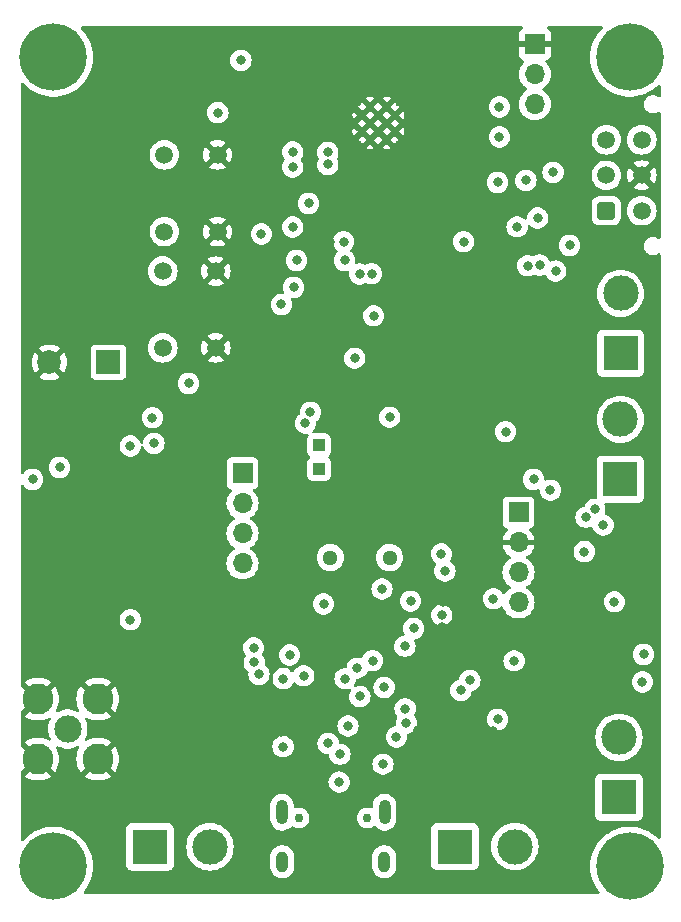
<source format=gbr>
%TF.GenerationSoftware,KiCad,Pcbnew,8.0.5*%
%TF.CreationDate,2025-03-30T22:56:12-04:00*%
%TF.ProjectId,TR3V4,54523356-342e-46b6-9963-61645f706362,rev?*%
%TF.SameCoordinates,Original*%
%TF.FileFunction,Copper,L2,Inr*%
%TF.FilePolarity,Positive*%
%FSLAX46Y46*%
G04 Gerber Fmt 4.6, Leading zero omitted, Abs format (unit mm)*
G04 Created by KiCad (PCBNEW 8.0.5) date 2025-03-30 22:56:12*
%MOMM*%
%LPD*%
G01*
G04 APERTURE LIST*
G04 Aperture macros list*
%AMRoundRect*
0 Rectangle with rounded corners*
0 $1 Rounding radius*
0 $2 $3 $4 $5 $6 $7 $8 $9 X,Y pos of 4 corners*
0 Add a 4 corners polygon primitive as box body*
4,1,4,$2,$3,$4,$5,$6,$7,$8,$9,$2,$3,0*
0 Add four circle primitives for the rounded corners*
1,1,$1+$1,$2,$3*
1,1,$1+$1,$4,$5*
1,1,$1+$1,$6,$7*
1,1,$1+$1,$8,$9*
0 Add four rect primitives between the rounded corners*
20,1,$1+$1,$2,$3,$4,$5,0*
20,1,$1+$1,$4,$5,$6,$7,0*
20,1,$1+$1,$6,$7,$8,$9,0*
20,1,$1+$1,$8,$9,$2,$3,0*%
G04 Aperture macros list end*
%TA.AperFunction,ComponentPad*%
%ADD10R,3.000000X3.000000*%
%TD*%
%TA.AperFunction,ComponentPad*%
%ADD11C,3.000000*%
%TD*%
%TA.AperFunction,ComponentPad*%
%ADD12C,5.700000*%
%TD*%
%TA.AperFunction,ComponentPad*%
%ADD13C,1.280000*%
%TD*%
%TA.AperFunction,ComponentPad*%
%ADD14R,1.000000X1.000000*%
%TD*%
%TA.AperFunction,ComponentPad*%
%ADD15O,1.000000X1.800000*%
%TD*%
%TA.AperFunction,ComponentPad*%
%ADD16O,1.000000X2.100000*%
%TD*%
%TA.AperFunction,ComponentPad*%
%ADD17C,0.750000*%
%TD*%
%TA.AperFunction,ComponentPad*%
%ADD18RoundRect,0.250001X0.499999X-0.499999X0.499999X0.499999X-0.499999X0.499999X-0.499999X-0.499999X0*%
%TD*%
%TA.AperFunction,ComponentPad*%
%ADD19C,1.500000*%
%TD*%
%TA.AperFunction,ComponentPad*%
%ADD20R,1.700000X1.700000*%
%TD*%
%TA.AperFunction,ComponentPad*%
%ADD21O,1.700000X1.700000*%
%TD*%
%TA.AperFunction,ComponentPad*%
%ADD22C,0.600000*%
%TD*%
%TA.AperFunction,ComponentPad*%
%ADD23R,2.000000X2.000000*%
%TD*%
%TA.AperFunction,ComponentPad*%
%ADD24C,2.000000*%
%TD*%
%TA.AperFunction,ComponentPad*%
%ADD25C,1.498600*%
%TD*%
%TA.AperFunction,ComponentPad*%
%ADD26C,2.325000*%
%TD*%
%TA.AperFunction,ComponentPad*%
%ADD27C,2.625000*%
%TD*%
%TA.AperFunction,ViaPad*%
%ADD28C,0.800000*%
%TD*%
G04 APERTURE END LIST*
D10*
%TO.N,N/C*%
%TO.C,J5*%
X191008000Y-77216000D03*
D11*
%TO.N,cam*%
X191008000Y-72136000D03*
%TD*%
D12*
%TO.N,N/C*%
%TO.C,*%
X143000000Y-52130000D03*
%TD*%
D13*
%TO.N,Net-(Q1-C)*%
%TO.C,LS1*%
X166450000Y-94500000D03*
%TO.N,+7.5V*%
X171450000Y-94500000D03*
%TD*%
D14*
%TO.N,/gps_tx*%
%TO.C,TX2*%
X165500000Y-87000000D03*
%TD*%
D15*
%TO.N,N/C*%
%TO.C,J2*%
X162359996Y-120250000D03*
X171000000Y-120250000D03*
D16*
X162347347Y-116070000D03*
X171037649Y-116073350D03*
D17*
X163789998Y-116561600D03*
X169569998Y-116561600D03*
%TD*%
D18*
%TO.N,/SPICLK*%
%TO.C,J6*%
X189810000Y-65134000D03*
D19*
%TO.N,/cs_sd*%
X189810000Y-62134000D03*
%TO.N,/SPI_MISO*%
X189810000Y-59134000D03*
%TO.N,/SPI_MOSI*%
X192810000Y-65134000D03*
%TO.N,Earth*%
X192810000Y-62134000D03*
%TO.N,+3.3V*%
X192810000Y-59134000D03*
%TD*%
D12*
%TO.N,N/C*%
%TO.C,*%
X191800000Y-120650000D03*
%TD*%
D20*
%TO.N,Earth*%
%TO.C,J3*%
X183750000Y-51042000D03*
D21*
%TO.N,/UART_TX*%
X183750000Y-53582000D03*
%TO.N,/UART_RX*%
X183750000Y-56122000D03*
%TD*%
D14*
%TO.N,/gps_rx*%
%TO.C,RX2*%
X165500000Y-85000000D03*
%TD*%
D10*
%TO.N,Net-(SW1-A)*%
%TO.C,SW1*%
X176990583Y-118970001D03*
D11*
%TO.N,+7.5V*%
X182070583Y-118970001D03*
%TD*%
D22*
%TO.N,Earth*%
%TO.C,U11*%
X169112000Y-57022000D03*
X169112000Y-58422000D03*
X169812000Y-56322000D03*
X169812000Y-57722000D03*
X169812000Y-59122000D03*
X170512000Y-57022000D03*
X170512000Y-58422000D03*
X171212000Y-56322000D03*
X171212000Y-57722000D03*
X171212000Y-59122000D03*
X171912000Y-57022000D03*
X171912000Y-58422000D03*
%TD*%
D23*
%TO.N,+7.5V*%
%TO.C,C3*%
X147655677Y-77978000D03*
D24*
%TO.N,Earth*%
X142655677Y-77978000D03*
%TD*%
D25*
%TO.N,/reset*%
%TO.C,SW4*%
X152390417Y-60412000D03*
%TO.N,Earth*%
X156890418Y-66912002D03*
X156890418Y-60412000D03*
%TO.N,/reset*%
X152390417Y-66912002D03*
%TD*%
D20*
%TO.N,/TDO*%
%TO.C,J7*%
X159004000Y-87376000D03*
D21*
%TO.N,/SPI_MISO*%
X159004000Y-89916000D03*
%TO.N,/SPI_MOSI*%
X159004000Y-92456000D03*
%TO.N,/SPICLK*%
X159004000Y-94996000D03*
%TD*%
D12*
%TO.N,N/C*%
%TO.C,*%
X143000000Y-120650000D03*
%TD*%
D26*
%TO.N,Net-(U7-ANT)*%
%TO.C,AE1*%
X144210000Y-109021800D03*
D27*
%TO.N,Earth*%
X141670000Y-106481800D03*
X146750000Y-106481800D03*
X141670000Y-111561800D03*
X146750000Y-111561800D03*
%TD*%
D10*
%TO.N,+7.5V*%
%TO.C,J4*%
X190881000Y-114808000D03*
D11*
%TO.N,Net-(J4-Pin_2)*%
X190881000Y-109728000D03*
%TD*%
D10*
%TO.N,Net-(J1-Pin_1)*%
%TO.C,J1*%
X151170000Y-119000000D03*
D11*
%TO.N,Net-(J1-Pin_2)*%
X156250000Y-119000000D03*
%TD*%
D12*
%TO.N,N/C*%
%TO.C,*%
X191800000Y-52130000D03*
%TD*%
D25*
%TO.N,Earth*%
%TO.C,SW2*%
X156750000Y-70250000D03*
X156750000Y-76750002D03*
%TO.N,/flash*%
X152249999Y-70250000D03*
X152249999Y-76750002D03*
%TD*%
D20*
%TO.N,+3.3V*%
%TO.C,J8*%
X182372000Y-90688000D03*
D21*
%TO.N,Earth*%
X182372000Y-93228000D03*
%TO.N,/I2C_SCL*%
X182372000Y-95768000D03*
%TO.N,/I2C_SDA*%
X182372000Y-98308000D03*
%TD*%
D10*
%TO.N,+7.5V*%
%TO.C,J5*%
X191000000Y-87884000D03*
D11*
%TO.N,Net-(J5-Pin_2)*%
X191000000Y-82804000D03*
%TD*%
D28*
%TO.N,cam*%
X186690000Y-68072000D03*
%TO.N,/SPI_MOSI*%
X151500000Y-84836000D03*
%TO.N,/SPI_MISO*%
X154432000Y-79756000D03*
%TO.N,/SPICLK*%
X149500002Y-85061800D03*
%TO.N,/SPI_MISO*%
X151375001Y-82661999D03*
%TO.N,Net-(U11-IO17)*%
X180594000Y-62738000D03*
X164604274Y-64517989D03*
X165862000Y-98425000D03*
%TO.N,+3.3V*%
X181279200Y-83848800D03*
%TO.N,/I2C_SDA*%
X185068814Y-88802814D03*
%TO.N,/I2C_SCL*%
X183642000Y-87884000D03*
%TO.N,+1V8*%
X178250000Y-104902000D03*
%TO.N,/I2C Int*%
X180594000Y-108204000D03*
%TO.N,+1V8*%
X173228000Y-98194500D03*
%TO.N,/I2C Int*%
X170812000Y-97155000D03*
%TO.N,Earth*%
X166370000Y-67818000D03*
%TO.N,/UART_TX*%
X164752674Y-82200993D03*
%TO.N,/UART_RX*%
X164329021Y-83125573D03*
%TO.N,Earth*%
X173900000Y-109100000D03*
X184514000Y-85131120D03*
X170400000Y-107800000D03*
X160527379Y-113093721D03*
X191875000Y-98125000D03*
X162250000Y-109250000D03*
X175921486Y-100373919D03*
X184514000Y-74623140D03*
X155500000Y-85061800D03*
X175977298Y-98227298D03*
X180302800Y-99802800D03*
X170250000Y-89000000D03*
X186500000Y-58000000D03*
X184250000Y-101750000D03*
X171250000Y-113750000D03*
X180200200Y-109154795D03*
X185554596Y-113954595D03*
X183855485Y-107750000D03*
X149606000Y-92456000D03*
X181219676Y-112697991D03*
%TO.N,/DN*%
X167250000Y-111163800D03*
%TO.N,Net-(Q5-B)*%
X162438798Y-110513800D03*
%TO.N,/I2C_SCL*%
X172775000Y-107300000D03*
X175875000Y-99375000D03*
X163262000Y-61432000D03*
X172025938Y-109700000D03*
X166221000Y-61214000D03*
%TO.N,/I2C_SDA*%
X163262000Y-60162000D03*
X172887500Y-108512500D03*
X176137653Y-95637653D03*
X172750000Y-102012683D03*
X166221000Y-60198000D03*
X173500000Y-100500000D03*
%TO.N,/SPICLK*%
X184152745Y-69740949D03*
X160602298Y-67102298D03*
X169926000Y-70475100D03*
%TO.N,/SPI_MISO*%
X168926359Y-70501980D03*
X163262000Y-66512000D03*
X183154494Y-69800100D03*
%TO.N,Net-(BT1-+)*%
X168512000Y-77625420D03*
X143510000Y-86868000D03*
X141224000Y-87884000D03*
%TO.N,/UART_RX*%
X168708191Y-103874002D03*
X159949145Y-102145755D03*
%TO.N,/SPI_MOSI*%
X185525000Y-70250000D03*
X167567000Y-67762000D03*
%TO.N,+3.3V*%
X170900000Y-112000000D03*
X175837514Y-94187653D03*
X170108484Y-74037652D03*
X158870667Y-52412000D03*
X182000000Y-103250000D03*
X180250000Y-98000000D03*
X171469500Y-82621000D03*
X177500000Y-105750000D03*
X184000000Y-65750000D03*
X149500002Y-99768400D03*
%TO.N,/cs_sd*%
X185300000Y-61897000D03*
%TO.N,/DP*%
X167188798Y-113513800D03*
%TO.N,/TDO*%
X167640000Y-69342000D03*
X163576000Y-69342000D03*
%TO.N,/flash*%
X171000000Y-105500000D03*
X182250000Y-66500000D03*
X162297000Y-73075000D03*
%TO.N,Net-(J5-Pin_2)*%
X190485582Y-98250000D03*
%TO.N,Net-(Q3-B)*%
X163000000Y-102750000D03*
%TO.N,/VCC*%
X167938798Y-108763800D03*
X168938798Y-106263800D03*
X166258997Y-110241002D03*
X164188798Y-104513800D03*
%TO.N,/piezo*%
X180762000Y-56352000D03*
%TO.N,/Drouge*%
X187939476Y-94004408D03*
X189539990Y-91750000D03*
%TO.N,/cont drouge*%
X192862200Y-105044407D03*
X183000000Y-62572000D03*
X180762000Y-58892000D03*
X188089990Y-91095975D03*
%TO.N,/cont main*%
X192960582Y-102700000D03*
X188828860Y-90422124D03*
%TO.N,/LORA_Reset*%
X163322000Y-71628000D03*
X177727000Y-67762000D03*
%TO.N,Net-(Q3-E)*%
X170012500Y-103237500D03*
%TO.N,/Detect*%
X167688798Y-104763800D03*
%TO.N,Net-(Q4-B)*%
X162453278Y-104751317D03*
%TO.N,/reset*%
X160000000Y-103378000D03*
X156913000Y-56837000D03*
%TO.N,Net-(Q4-E)*%
X160399145Y-104394000D03*
%TD*%
%TA.AperFunction,Conductor*%
%TO.N,Earth*%
G36*
X182667930Y-49534185D02*
G01*
X182713685Y-49586989D01*
X182723629Y-49656147D01*
X182694604Y-49719703D01*
X182660320Y-49747331D01*
X182657909Y-49748647D01*
X182542812Y-49834809D01*
X182542809Y-49834812D01*
X182456649Y-49949906D01*
X182456645Y-49949913D01*
X182406403Y-50084620D01*
X182406401Y-50084627D01*
X182400000Y-50144155D01*
X182400000Y-50792000D01*
X183316988Y-50792000D01*
X183284075Y-50849007D01*
X183250000Y-50976174D01*
X183250000Y-51107826D01*
X183284075Y-51234993D01*
X183316988Y-51292000D01*
X182400000Y-51292000D01*
X182400000Y-51939844D01*
X182406401Y-51999372D01*
X182406403Y-51999379D01*
X182456645Y-52134086D01*
X182456649Y-52134093D01*
X182542809Y-52249187D01*
X182542812Y-52249190D01*
X182657906Y-52335350D01*
X182657913Y-52335354D01*
X182789470Y-52384421D01*
X182845403Y-52426292D01*
X182869821Y-52491756D01*
X182854970Y-52560029D01*
X182833819Y-52588284D01*
X182711503Y-52710600D01*
X182575965Y-52904169D01*
X182575964Y-52904171D01*
X182476098Y-53118335D01*
X182476094Y-53118344D01*
X182414938Y-53346586D01*
X182414936Y-53346596D01*
X182394341Y-53581999D01*
X182394341Y-53582000D01*
X182414936Y-53817403D01*
X182414938Y-53817413D01*
X182476094Y-54045655D01*
X182476096Y-54045659D01*
X182476097Y-54045663D01*
X182529699Y-54160613D01*
X182575965Y-54259830D01*
X182575967Y-54259834D01*
X182711501Y-54453395D01*
X182711506Y-54453402D01*
X182878597Y-54620493D01*
X182878603Y-54620498D01*
X183064158Y-54750425D01*
X183107783Y-54805002D01*
X183114977Y-54874500D01*
X183083454Y-54936855D01*
X183064158Y-54953575D01*
X182878597Y-55083505D01*
X182711505Y-55250597D01*
X182575965Y-55444169D01*
X182575964Y-55444171D01*
X182504857Y-55596662D01*
X182480354Y-55649209D01*
X182476098Y-55658335D01*
X182476094Y-55658344D01*
X182414938Y-55886586D01*
X182414936Y-55886596D01*
X182394341Y-56121999D01*
X182394341Y-56122000D01*
X182414936Y-56357403D01*
X182414938Y-56357413D01*
X182476094Y-56585655D01*
X182476096Y-56585659D01*
X182476097Y-56585663D01*
X182516684Y-56672701D01*
X182575965Y-56799830D01*
X182575967Y-56799834D01*
X182661509Y-56922000D01*
X182711505Y-56993401D01*
X182878599Y-57160495D01*
X182975384Y-57228265D01*
X183072165Y-57296032D01*
X183072167Y-57296033D01*
X183072170Y-57296035D01*
X183286337Y-57395903D01*
X183514592Y-57457063D01*
X183702918Y-57473539D01*
X183749999Y-57477659D01*
X183750000Y-57477659D01*
X183750001Y-57477659D01*
X183789234Y-57474226D01*
X183985408Y-57457063D01*
X184213663Y-57395903D01*
X184427830Y-57296035D01*
X184621401Y-57160495D01*
X184788495Y-56993401D01*
X184924035Y-56799830D01*
X185023903Y-56585663D01*
X185085063Y-56357408D01*
X185105659Y-56122000D01*
X185085063Y-55886592D01*
X185023903Y-55658337D01*
X184924035Y-55444171D01*
X184921968Y-55441218D01*
X184788494Y-55250597D01*
X184621402Y-55083506D01*
X184621396Y-55083501D01*
X184435842Y-54953575D01*
X184392217Y-54898998D01*
X184385023Y-54829500D01*
X184416546Y-54767145D01*
X184435842Y-54750425D01*
X184458026Y-54734891D01*
X184621401Y-54620495D01*
X184788495Y-54453401D01*
X184924035Y-54259830D01*
X185023903Y-54045663D01*
X185085063Y-53817408D01*
X185105659Y-53582000D01*
X185085063Y-53346592D01*
X185023903Y-53118337D01*
X184924035Y-52904171D01*
X184788495Y-52710599D01*
X184666179Y-52588283D01*
X184632696Y-52526963D01*
X184637680Y-52457271D01*
X184679551Y-52401337D01*
X184710529Y-52384422D01*
X184842086Y-52335354D01*
X184842093Y-52335350D01*
X184957187Y-52249190D01*
X184957190Y-52249187D01*
X185043350Y-52134093D01*
X185043354Y-52134086D01*
X185093596Y-51999379D01*
X185093598Y-51999372D01*
X185099999Y-51939844D01*
X185100000Y-51939827D01*
X185100000Y-51292000D01*
X184183012Y-51292000D01*
X184215925Y-51234993D01*
X184250000Y-51107826D01*
X184250000Y-50976174D01*
X184215925Y-50849007D01*
X184183012Y-50792000D01*
X185100000Y-50792000D01*
X185100000Y-50144172D01*
X185099999Y-50144155D01*
X185093598Y-50084627D01*
X185093596Y-50084620D01*
X185043354Y-49949913D01*
X185043350Y-49949906D01*
X184957190Y-49834812D01*
X184957187Y-49834809D01*
X184842090Y-49748647D01*
X184839680Y-49747331D01*
X184837737Y-49745388D01*
X184834989Y-49743331D01*
X184835284Y-49742935D01*
X184790275Y-49697924D01*
X184775425Y-49629651D01*
X184799844Y-49564187D01*
X184855778Y-49522317D01*
X184899109Y-49514500D01*
X189377892Y-49514500D01*
X189444931Y-49534185D01*
X189490686Y-49586989D01*
X189500630Y-49656147D01*
X189471605Y-49719703D01*
X189463178Y-49728512D01*
X189401994Y-49786468D01*
X189363973Y-49822484D01*
X189128772Y-50099386D01*
X188924884Y-50400098D01*
X188924878Y-50400107D01*
X188754706Y-50721086D01*
X188754700Y-50721098D01*
X188620226Y-51058603D01*
X188620221Y-51058618D01*
X188523030Y-51408670D01*
X188523024Y-51408696D01*
X188464250Y-51767200D01*
X188464248Y-51767217D01*
X188444579Y-52129997D01*
X188444579Y-52130002D01*
X188464248Y-52492782D01*
X188464250Y-52492799D01*
X188523024Y-52851303D01*
X188523030Y-52851329D01*
X188620221Y-53201381D01*
X188620226Y-53201396D01*
X188754700Y-53538901D01*
X188754706Y-53538913D01*
X188924878Y-53859892D01*
X188924884Y-53859901D01*
X189128772Y-54160613D01*
X189202500Y-54247412D01*
X189363979Y-54437521D01*
X189627746Y-54687375D01*
X189916981Y-54907245D01*
X190228292Y-55094555D01*
X190228294Y-55094556D01*
X190228296Y-55094557D01*
X190228300Y-55094559D01*
X190558020Y-55247103D01*
X190558031Y-55247108D01*
X190902330Y-55363116D01*
X191257153Y-55441218D01*
X191618341Y-55480500D01*
X191618347Y-55480500D01*
X191981653Y-55480500D01*
X191981659Y-55480500D01*
X192342847Y-55441218D01*
X192697670Y-55363116D01*
X193041969Y-55247108D01*
X193371708Y-55094555D01*
X193683019Y-54907245D01*
X193972254Y-54687375D01*
X194188225Y-54482796D01*
X194250433Y-54450983D01*
X194319964Y-54457853D01*
X194374743Y-54501224D01*
X194397378Y-54567325D01*
X194397500Y-54572819D01*
X194397500Y-55420011D01*
X194377815Y-55487050D01*
X194325011Y-55532805D01*
X194255853Y-55542749D01*
X194204609Y-55523113D01*
X194110238Y-55460056D01*
X194110229Y-55460051D01*
X193971830Y-55402725D01*
X193971822Y-55402723D01*
X193824907Y-55373500D01*
X193824903Y-55373500D01*
X193675097Y-55373500D01*
X193675092Y-55373500D01*
X193528177Y-55402723D01*
X193528169Y-55402725D01*
X193389770Y-55460051D01*
X193389761Y-55460056D01*
X193265209Y-55543280D01*
X193265205Y-55543283D01*
X193159283Y-55649205D01*
X193159280Y-55649209D01*
X193076056Y-55773761D01*
X193076051Y-55773770D01*
X193018725Y-55912169D01*
X193018723Y-55912177D01*
X192989500Y-56059092D01*
X192989500Y-56208907D01*
X193018723Y-56355822D01*
X193018725Y-56355830D01*
X193076051Y-56494229D01*
X193076056Y-56494238D01*
X193159280Y-56618790D01*
X193159283Y-56618794D01*
X193265205Y-56724716D01*
X193265209Y-56724719D01*
X193389761Y-56807943D01*
X193389767Y-56807946D01*
X193389768Y-56807947D01*
X193528170Y-56865275D01*
X193623385Y-56884214D01*
X193675092Y-56894499D01*
X193675096Y-56894500D01*
X193675097Y-56894500D01*
X193824904Y-56894500D01*
X193824905Y-56894499D01*
X193971830Y-56865275D01*
X194110232Y-56807947D01*
X194204609Y-56744885D01*
X194271286Y-56724008D01*
X194338666Y-56742492D01*
X194385357Y-56794471D01*
X194397500Y-56847988D01*
X194397500Y-67420011D01*
X194377815Y-67487050D01*
X194325011Y-67532805D01*
X194255853Y-67542749D01*
X194204609Y-67523113D01*
X194110238Y-67460056D01*
X194110229Y-67460051D01*
X193971830Y-67402725D01*
X193971822Y-67402723D01*
X193824907Y-67373500D01*
X193824903Y-67373500D01*
X193675097Y-67373500D01*
X193675092Y-67373500D01*
X193528177Y-67402723D01*
X193528169Y-67402725D01*
X193389770Y-67460051D01*
X193389761Y-67460056D01*
X193265209Y-67543280D01*
X193265205Y-67543283D01*
X193159283Y-67649205D01*
X193159280Y-67649209D01*
X193076056Y-67773761D01*
X193076051Y-67773770D01*
X193018725Y-67912169D01*
X193018723Y-67912177D01*
X192989500Y-68059092D01*
X192989500Y-68208907D01*
X193018723Y-68355822D01*
X193018725Y-68355830D01*
X193076051Y-68494229D01*
X193076056Y-68494238D01*
X193159280Y-68618790D01*
X193159283Y-68618794D01*
X193265205Y-68724716D01*
X193265209Y-68724719D01*
X193389761Y-68807943D01*
X193389767Y-68807946D01*
X193389768Y-68807947D01*
X193528170Y-68865275D01*
X193675092Y-68894499D01*
X193675096Y-68894500D01*
X193675097Y-68894500D01*
X193824904Y-68894500D01*
X193824905Y-68894499D01*
X193971830Y-68865275D01*
X194110232Y-68807947D01*
X194204609Y-68744885D01*
X194271286Y-68724008D01*
X194338666Y-68742492D01*
X194385357Y-68794471D01*
X194397500Y-68847988D01*
X194397500Y-118207180D01*
X194377815Y-118274219D01*
X194325011Y-118319974D01*
X194255853Y-118329918D01*
X194192297Y-118300893D01*
X194188225Y-118297204D01*
X194163960Y-118274219D01*
X193972254Y-118092625D01*
X193972246Y-118092619D01*
X193972244Y-118092617D01*
X193903635Y-118040462D01*
X193683019Y-117872755D01*
X193371708Y-117685445D01*
X193371707Y-117685444D01*
X193371703Y-117685442D01*
X193371699Y-117685440D01*
X193041979Y-117532896D01*
X193041974Y-117532894D01*
X193041969Y-117532892D01*
X192808631Y-117454271D01*
X192697669Y-117416883D01*
X192342845Y-117338781D01*
X191981660Y-117299500D01*
X191981659Y-117299500D01*
X191618341Y-117299500D01*
X191618339Y-117299500D01*
X191257154Y-117338781D01*
X190902330Y-117416883D01*
X190636178Y-117506560D01*
X190558031Y-117532892D01*
X190558028Y-117532893D01*
X190558020Y-117532896D01*
X190228300Y-117685440D01*
X190228296Y-117685442D01*
X189996453Y-117824937D01*
X189916981Y-117872755D01*
X189860501Y-117915690D01*
X189627755Y-118092617D01*
X189627745Y-118092625D01*
X189363978Y-118342479D01*
X189128772Y-118619386D01*
X188924884Y-118920098D01*
X188924878Y-118920107D01*
X188754706Y-119241086D01*
X188754700Y-119241098D01*
X188620226Y-119578603D01*
X188620221Y-119578618D01*
X188523030Y-119928670D01*
X188523024Y-119928696D01*
X188464250Y-120287200D01*
X188464248Y-120287217D01*
X188444579Y-120649997D01*
X188444579Y-120650002D01*
X188464248Y-121012782D01*
X188464250Y-121012799D01*
X188523024Y-121371303D01*
X188523030Y-121371329D01*
X188620221Y-121721381D01*
X188620226Y-121721396D01*
X188754700Y-122058901D01*
X188754706Y-122058913D01*
X188924878Y-122379892D01*
X188924884Y-122379901D01*
X189128772Y-122680613D01*
X189210154Y-122776424D01*
X189238552Y-122840263D01*
X189227928Y-122909320D01*
X189181655Y-122961671D01*
X189115646Y-122980700D01*
X145684354Y-122980700D01*
X145617315Y-122961015D01*
X145571560Y-122908211D01*
X145561616Y-122839053D01*
X145589846Y-122776424D01*
X145617078Y-122744362D01*
X145671227Y-122680614D01*
X145875117Y-122379900D01*
X146045298Y-122058905D01*
X146179775Y-121721391D01*
X146276973Y-121371316D01*
X146295063Y-121260967D01*
X146335749Y-121012799D01*
X146335751Y-121012782D01*
X146336765Y-120994091D01*
X146352042Y-120712329D01*
X146355421Y-120650002D01*
X146355421Y-120649997D01*
X146335751Y-120287217D01*
X146335749Y-120287200D01*
X146276975Y-119928696D01*
X146276974Y-119928695D01*
X146276973Y-119928684D01*
X146227766Y-119751456D01*
X146179778Y-119578618D01*
X146179773Y-119578603D01*
X146045299Y-119241098D01*
X146045298Y-119241095D01*
X145917478Y-119000001D01*
X145875121Y-118920107D01*
X145875119Y-118920104D01*
X145875117Y-118920100D01*
X145671227Y-118619386D01*
X145436021Y-118342479D01*
X145172254Y-118092625D01*
X145172244Y-118092617D01*
X145103635Y-118040462D01*
X144883019Y-117872755D01*
X144571708Y-117685445D01*
X144571707Y-117685444D01*
X144571703Y-117685442D01*
X144571699Y-117685440D01*
X144241979Y-117532896D01*
X144241974Y-117532894D01*
X144241969Y-117532892D01*
X144008631Y-117454271D01*
X144002292Y-117452135D01*
X149169500Y-117452135D01*
X149169500Y-120547870D01*
X149169501Y-120547876D01*
X149175908Y-120607483D01*
X149226202Y-120742328D01*
X149226206Y-120742335D01*
X149312452Y-120857544D01*
X149312455Y-120857547D01*
X149427664Y-120943793D01*
X149427671Y-120943797D01*
X149562517Y-120994091D01*
X149562516Y-120994091D01*
X149569444Y-120994835D01*
X149622127Y-121000500D01*
X152717872Y-121000499D01*
X152777483Y-120994091D01*
X152912331Y-120943796D01*
X153027546Y-120857546D01*
X153113796Y-120742331D01*
X153164091Y-120607483D01*
X153170500Y-120547873D01*
X153170499Y-118999998D01*
X154244390Y-118999998D01*
X154244390Y-119000001D01*
X154264804Y-119285433D01*
X154325628Y-119565037D01*
X154425635Y-119833166D01*
X154562770Y-120084309D01*
X154562775Y-120084317D01*
X154734254Y-120313387D01*
X154734270Y-120313405D01*
X154936594Y-120515729D01*
X154936612Y-120515745D01*
X155165682Y-120687224D01*
X155165690Y-120687229D01*
X155416833Y-120824364D01*
X155416832Y-120824364D01*
X155416836Y-120824365D01*
X155416839Y-120824367D01*
X155684954Y-120924369D01*
X155684960Y-120924370D01*
X155684962Y-120924371D01*
X155964566Y-120985195D01*
X155964568Y-120985195D01*
X155964572Y-120985196D01*
X156218220Y-121003337D01*
X156249999Y-121005610D01*
X156250000Y-121005610D01*
X156250001Y-121005610D01*
X156278595Y-121003564D01*
X156535428Y-120985196D01*
X156602990Y-120970499D01*
X156815037Y-120924371D01*
X156815037Y-120924370D01*
X156815046Y-120924369D01*
X157083161Y-120824367D01*
X157222022Y-120748543D01*
X161359495Y-120748543D01*
X161397943Y-120941829D01*
X161397946Y-120941839D01*
X161473360Y-121123907D01*
X161473367Y-121123920D01*
X161582856Y-121287781D01*
X161582859Y-121287785D01*
X161722210Y-121427136D01*
X161722214Y-121427139D01*
X161886075Y-121536628D01*
X161886088Y-121536635D01*
X162068156Y-121612049D01*
X162068161Y-121612051D01*
X162068165Y-121612051D01*
X162068166Y-121612052D01*
X162261452Y-121650500D01*
X162261455Y-121650500D01*
X162458539Y-121650500D01*
X162588578Y-121624632D01*
X162651831Y-121612051D01*
X162833910Y-121536632D01*
X162997778Y-121427139D01*
X163137135Y-121287782D01*
X163246628Y-121123914D01*
X163322047Y-120941835D01*
X163338814Y-120857544D01*
X163360496Y-120748543D01*
X169999499Y-120748543D01*
X170037947Y-120941829D01*
X170037950Y-120941839D01*
X170113364Y-121123907D01*
X170113371Y-121123920D01*
X170222860Y-121287781D01*
X170222863Y-121287785D01*
X170362214Y-121427136D01*
X170362218Y-121427139D01*
X170526079Y-121536628D01*
X170526092Y-121536635D01*
X170708160Y-121612049D01*
X170708165Y-121612051D01*
X170708169Y-121612051D01*
X170708170Y-121612052D01*
X170901456Y-121650500D01*
X170901459Y-121650500D01*
X171098543Y-121650500D01*
X171228582Y-121624632D01*
X171291835Y-121612051D01*
X171473914Y-121536632D01*
X171637782Y-121427139D01*
X171777139Y-121287782D01*
X171886632Y-121123914D01*
X171962051Y-120941835D01*
X171978818Y-120857544D01*
X172000500Y-120748543D01*
X172000500Y-119751456D01*
X171962052Y-119558170D01*
X171962051Y-119558169D01*
X171962051Y-119558165D01*
X171952472Y-119535038D01*
X171886635Y-119376092D01*
X171886628Y-119376079D01*
X171777139Y-119212218D01*
X171777136Y-119212214D01*
X171637785Y-119072863D01*
X171637781Y-119072860D01*
X171473920Y-118963371D01*
X171473907Y-118963364D01*
X171291839Y-118887950D01*
X171291829Y-118887947D01*
X171098543Y-118849500D01*
X171098541Y-118849500D01*
X170901459Y-118849500D01*
X170901457Y-118849500D01*
X170708170Y-118887947D01*
X170708160Y-118887950D01*
X170526092Y-118963364D01*
X170526079Y-118963371D01*
X170362218Y-119072860D01*
X170362214Y-119072863D01*
X170222863Y-119212214D01*
X170222860Y-119212218D01*
X170113371Y-119376079D01*
X170113364Y-119376092D01*
X170037950Y-119558160D01*
X170037947Y-119558170D01*
X169999500Y-119751456D01*
X169999500Y-119751459D01*
X169999500Y-120748541D01*
X169999500Y-120748543D01*
X169999499Y-120748543D01*
X163360496Y-120748543D01*
X163360496Y-119751456D01*
X163322048Y-119558170D01*
X163322047Y-119558169D01*
X163322047Y-119558165D01*
X163312468Y-119535038D01*
X163246631Y-119376092D01*
X163246624Y-119376079D01*
X163137135Y-119212218D01*
X163137132Y-119212214D01*
X162997781Y-119072863D01*
X162997777Y-119072860D01*
X162833916Y-118963371D01*
X162833903Y-118963364D01*
X162651835Y-118887950D01*
X162651825Y-118887947D01*
X162458539Y-118849500D01*
X162458537Y-118849500D01*
X162261455Y-118849500D01*
X162261453Y-118849500D01*
X162068166Y-118887947D01*
X162068156Y-118887950D01*
X161886088Y-118963364D01*
X161886075Y-118963371D01*
X161722214Y-119072860D01*
X161722210Y-119072863D01*
X161582859Y-119212214D01*
X161582856Y-119212218D01*
X161473367Y-119376079D01*
X161473360Y-119376092D01*
X161397946Y-119558160D01*
X161397943Y-119558170D01*
X161359496Y-119751456D01*
X161359496Y-119751459D01*
X161359496Y-120748541D01*
X161359496Y-120748543D01*
X161359495Y-120748543D01*
X157222022Y-120748543D01*
X157334315Y-120687226D01*
X157563395Y-120515739D01*
X157765739Y-120313395D01*
X157937226Y-120084315D01*
X158074367Y-119833161D01*
X158174369Y-119565046D01*
X158235196Y-119285428D01*
X158255610Y-119000000D01*
X158253464Y-118970001D01*
X158244846Y-118849500D01*
X158235196Y-118714572D01*
X158188091Y-118498035D01*
X158174371Y-118434962D01*
X158174370Y-118434960D01*
X158174369Y-118434954D01*
X158074367Y-118166839D01*
X158057986Y-118136840D01*
X157937229Y-117915690D01*
X157937224Y-117915682D01*
X157765745Y-117686612D01*
X157765729Y-117686594D01*
X157563405Y-117484270D01*
X157563387Y-117484254D01*
X157334317Y-117312775D01*
X157334309Y-117312770D01*
X157083166Y-117175635D01*
X157083167Y-117175635D01*
X156913777Y-117112456D01*
X156815046Y-117075631D01*
X156815043Y-117075630D01*
X156815037Y-117075628D01*
X156535433Y-117014804D01*
X156250001Y-116994390D01*
X156249999Y-116994390D01*
X155964566Y-117014804D01*
X155684962Y-117075628D01*
X155416833Y-117175635D01*
X155165690Y-117312770D01*
X155165682Y-117312775D01*
X154936612Y-117484254D01*
X154936594Y-117484270D01*
X154734270Y-117686594D01*
X154734254Y-117686612D01*
X154562775Y-117915682D01*
X154562770Y-117915690D01*
X154425635Y-118166833D01*
X154325628Y-118434962D01*
X154264804Y-118714566D01*
X154244390Y-118999998D01*
X153170499Y-118999998D01*
X153170499Y-117452128D01*
X153164091Y-117392517D01*
X153138528Y-117323980D01*
X153113797Y-117257671D01*
X153113793Y-117257664D01*
X153027547Y-117142455D01*
X153027544Y-117142452D01*
X152912335Y-117056206D01*
X152912328Y-117056202D01*
X152777482Y-117005908D01*
X152777483Y-117005908D01*
X152717883Y-116999501D01*
X152717881Y-116999500D01*
X152717873Y-116999500D01*
X152717864Y-116999500D01*
X149622129Y-116999500D01*
X149622123Y-116999501D01*
X149562516Y-117005908D01*
X149427671Y-117056202D01*
X149427664Y-117056206D01*
X149312455Y-117142452D01*
X149312452Y-117142455D01*
X149226206Y-117257664D01*
X149226202Y-117257671D01*
X149175908Y-117392517D01*
X149169501Y-117452116D01*
X149169501Y-117452123D01*
X149169500Y-117452135D01*
X144002292Y-117452135D01*
X143897669Y-117416883D01*
X143542845Y-117338781D01*
X143181660Y-117299500D01*
X143181659Y-117299500D01*
X142818341Y-117299500D01*
X142818339Y-117299500D01*
X142457154Y-117338781D01*
X142102330Y-117416883D01*
X141836178Y-117506560D01*
X141758031Y-117532892D01*
X141758028Y-117532893D01*
X141758020Y-117532896D01*
X141428300Y-117685440D01*
X141428296Y-117685442D01*
X141196453Y-117824937D01*
X141116981Y-117872755D01*
X141060501Y-117915690D01*
X140827755Y-118092617D01*
X140827745Y-118092625D01*
X140563978Y-118342479D01*
X140465008Y-118458996D01*
X140406605Y-118497347D01*
X140336739Y-118498035D01*
X140277591Y-118460842D01*
X140247942Y-118397575D01*
X140246500Y-118378720D01*
X140246500Y-116718543D01*
X161346846Y-116718543D01*
X161385294Y-116911829D01*
X161385297Y-116911839D01*
X161460711Y-117093907D01*
X161460718Y-117093920D01*
X161570207Y-117257781D01*
X161570210Y-117257785D01*
X161709561Y-117397136D01*
X161709565Y-117397139D01*
X161873426Y-117506628D01*
X161873439Y-117506635D01*
X161936840Y-117532896D01*
X162055512Y-117582051D01*
X162055516Y-117582051D01*
X162055517Y-117582052D01*
X162248803Y-117620500D01*
X162248806Y-117620500D01*
X162445890Y-117620500D01*
X162575929Y-117594632D01*
X162639182Y-117582051D01*
X162813166Y-117509985D01*
X162821254Y-117506635D01*
X162821254Y-117506634D01*
X162821261Y-117506632D01*
X162985129Y-117397139D01*
X163106088Y-117276179D01*
X163167409Y-117242696D01*
X163237101Y-117247680D01*
X163266648Y-117263540D01*
X163349833Y-117323978D01*
X163349837Y-117323981D01*
X163517959Y-117398834D01*
X163517964Y-117398836D01*
X163697979Y-117437100D01*
X163882017Y-117437100D01*
X164062032Y-117398836D01*
X164230159Y-117323981D01*
X164379048Y-117215807D01*
X164502193Y-117079040D01*
X164594212Y-116919659D01*
X164651083Y-116744629D01*
X164670320Y-116561600D01*
X168689676Y-116561600D01*
X168708913Y-116744629D01*
X168708914Y-116744632D01*
X168765781Y-116919653D01*
X168765784Y-116919659D01*
X168857803Y-117079040D01*
X168917766Y-117145636D01*
X168980947Y-117215806D01*
X168980949Y-117215808D01*
X169129832Y-117323978D01*
X169129833Y-117323978D01*
X169129837Y-117323981D01*
X169266951Y-117385028D01*
X169297959Y-117398834D01*
X169297964Y-117398836D01*
X169477979Y-117437100D01*
X169662017Y-117437100D01*
X169842032Y-117398836D01*
X170010159Y-117323981D01*
X170105883Y-117254433D01*
X170171687Y-117230954D01*
X170239741Y-117246779D01*
X170266448Y-117267071D01*
X170399863Y-117400486D01*
X170399867Y-117400489D01*
X170563728Y-117509978D01*
X170563741Y-117509985D01*
X170737721Y-117582049D01*
X170745814Y-117585401D01*
X170745818Y-117585401D01*
X170745819Y-117585402D01*
X170939105Y-117623850D01*
X170939108Y-117623850D01*
X171136192Y-117623850D01*
X171266231Y-117597982D01*
X171329484Y-117585401D01*
X171511563Y-117509982D01*
X171643034Y-117422136D01*
X174990083Y-117422136D01*
X174990083Y-120517871D01*
X174990084Y-120517877D01*
X174996491Y-120577484D01*
X175046785Y-120712329D01*
X175046789Y-120712336D01*
X175133035Y-120827545D01*
X175133038Y-120827548D01*
X175248247Y-120913794D01*
X175248254Y-120913798D01*
X175383100Y-120964092D01*
X175383099Y-120964092D01*
X175390027Y-120964836D01*
X175442710Y-120970501D01*
X178538455Y-120970500D01*
X178598066Y-120964092D01*
X178732914Y-120913797D01*
X178848129Y-120827547D01*
X178934379Y-120712332D01*
X178984674Y-120577484D01*
X178991083Y-120517874D01*
X178991082Y-118969999D01*
X180064973Y-118969999D01*
X180064973Y-118970002D01*
X180085387Y-119255434D01*
X180146211Y-119535038D01*
X180146213Y-119535044D01*
X180146214Y-119535047D01*
X180226931Y-119751456D01*
X180246218Y-119803167D01*
X180383353Y-120054310D01*
X180383358Y-120054318D01*
X180554837Y-120283388D01*
X180554853Y-120283406D01*
X180757177Y-120485730D01*
X180757195Y-120485746D01*
X180986265Y-120657225D01*
X180986273Y-120657230D01*
X181237416Y-120794365D01*
X181237415Y-120794365D01*
X181237419Y-120794366D01*
X181237422Y-120794368D01*
X181505537Y-120894370D01*
X181505543Y-120894371D01*
X181505545Y-120894372D01*
X181785149Y-120955196D01*
X181785151Y-120955196D01*
X181785155Y-120955197D01*
X182038803Y-120973338D01*
X182070582Y-120975611D01*
X182070583Y-120975611D01*
X182070584Y-120975611D01*
X182099178Y-120973565D01*
X182356011Y-120955197D01*
X182408435Y-120943793D01*
X182635620Y-120894372D01*
X182635620Y-120894371D01*
X182635629Y-120894370D01*
X182903744Y-120794368D01*
X183154898Y-120657227D01*
X183383978Y-120485740D01*
X183586322Y-120283396D01*
X183757809Y-120054316D01*
X183894950Y-119803162D01*
X183994952Y-119535047D01*
X183994954Y-119535038D01*
X184055778Y-119255434D01*
X184055778Y-119255433D01*
X184055779Y-119255429D01*
X184076193Y-118970001D01*
X184055779Y-118684573D01*
X184041598Y-118619386D01*
X183994954Y-118404963D01*
X183994953Y-118404961D01*
X183994952Y-118404955D01*
X183894950Y-118136840D01*
X183870802Y-118092617D01*
X183757812Y-117885691D01*
X183757807Y-117885683D01*
X183586328Y-117656613D01*
X183586312Y-117656595D01*
X183383988Y-117454271D01*
X183383970Y-117454255D01*
X183154900Y-117282776D01*
X183154892Y-117282771D01*
X182903749Y-117145636D01*
X182903750Y-117145636D01*
X182774059Y-117097264D01*
X182635629Y-117045632D01*
X182635626Y-117045631D01*
X182635620Y-117045629D01*
X182356016Y-116984805D01*
X182070584Y-116964391D01*
X182070582Y-116964391D01*
X181785149Y-116984805D01*
X181505545Y-117045629D01*
X181237416Y-117145636D01*
X180986273Y-117282771D01*
X180986265Y-117282776D01*
X180757195Y-117454255D01*
X180757177Y-117454271D01*
X180554853Y-117656595D01*
X180554837Y-117656613D01*
X180383358Y-117885683D01*
X180383353Y-117885691D01*
X180246218Y-118136834D01*
X180146211Y-118404963D01*
X180085387Y-118684567D01*
X180064973Y-118969999D01*
X178991082Y-118969999D01*
X178991082Y-117422129D01*
X178984674Y-117362518D01*
X178970300Y-117323980D01*
X178934380Y-117227672D01*
X178934376Y-117227665D01*
X178848130Y-117112456D01*
X178848127Y-117112453D01*
X178732918Y-117026207D01*
X178732911Y-117026203D01*
X178598065Y-116975909D01*
X178598066Y-116975909D01*
X178538466Y-116969502D01*
X178538464Y-116969501D01*
X178538456Y-116969501D01*
X178538447Y-116969501D01*
X175442712Y-116969501D01*
X175442706Y-116969502D01*
X175383099Y-116975909D01*
X175248254Y-117026203D01*
X175248247Y-117026207D01*
X175133038Y-117112453D01*
X175133035Y-117112456D01*
X175046789Y-117227665D01*
X175046785Y-117227672D01*
X174996491Y-117362518D01*
X174990647Y-117416883D01*
X174990084Y-117422124D01*
X174990083Y-117422136D01*
X171643034Y-117422136D01*
X171675431Y-117400489D01*
X171814788Y-117261132D01*
X171924281Y-117097264D01*
X171999700Y-116915185D01*
X172020921Y-116808500D01*
X172038149Y-116721893D01*
X172038149Y-115424806D01*
X171999701Y-115231520D01*
X171999700Y-115231519D01*
X171999700Y-115231515D01*
X171999698Y-115231510D01*
X171924284Y-115049442D01*
X171924277Y-115049429D01*
X171814788Y-114885568D01*
X171814785Y-114885564D01*
X171675434Y-114746213D01*
X171675430Y-114746210D01*
X171511569Y-114636721D01*
X171511556Y-114636714D01*
X171329488Y-114561300D01*
X171329478Y-114561297D01*
X171136192Y-114522850D01*
X171136190Y-114522850D01*
X170939108Y-114522850D01*
X170939106Y-114522850D01*
X170745819Y-114561297D01*
X170745809Y-114561300D01*
X170563741Y-114636714D01*
X170563728Y-114636721D01*
X170399867Y-114746210D01*
X170399863Y-114746213D01*
X170260512Y-114885564D01*
X170260509Y-114885568D01*
X170151020Y-115049429D01*
X170151013Y-115049442D01*
X170075599Y-115231510D01*
X170075596Y-115231520D01*
X170037149Y-115424806D01*
X170037149Y-115620292D01*
X170017464Y-115687331D01*
X169964660Y-115733086D01*
X169895502Y-115743030D01*
X169862714Y-115733572D01*
X169842031Y-115724363D01*
X169662017Y-115686100D01*
X169477979Y-115686100D01*
X169297964Y-115724363D01*
X169297959Y-115724365D01*
X169129837Y-115799219D01*
X169129832Y-115799221D01*
X168980949Y-115907391D01*
X168980947Y-115907393D01*
X168857802Y-116044161D01*
X168765784Y-116203540D01*
X168765781Y-116203546D01*
X168708914Y-116378567D01*
X168708913Y-116378571D01*
X168689676Y-116561600D01*
X164670320Y-116561600D01*
X164651083Y-116378571D01*
X164594212Y-116203541D01*
X164502193Y-116044160D01*
X164379048Y-115907393D01*
X164379046Y-115907391D01*
X164230163Y-115799221D01*
X164230160Y-115799219D01*
X164230159Y-115799219D01*
X164169110Y-115772038D01*
X164062036Y-115724365D01*
X164062031Y-115724363D01*
X163882017Y-115686100D01*
X163697979Y-115686100D01*
X163517964Y-115724363D01*
X163511780Y-115726373D01*
X163510995Y-115723958D01*
X163453008Y-115731722D01*
X163389738Y-115702081D01*
X163352536Y-115642938D01*
X163347847Y-115609161D01*
X163347847Y-115421456D01*
X163309399Y-115228170D01*
X163309398Y-115228169D01*
X163309398Y-115228165D01*
X163309396Y-115228160D01*
X163233982Y-115046092D01*
X163233975Y-115046079D01*
X163124486Y-114882218D01*
X163124483Y-114882214D01*
X162985132Y-114742863D01*
X162985128Y-114742860D01*
X162821267Y-114633371D01*
X162821254Y-114633364D01*
X162639186Y-114557950D01*
X162639176Y-114557947D01*
X162445890Y-114519500D01*
X162445888Y-114519500D01*
X162248806Y-114519500D01*
X162248804Y-114519500D01*
X162055517Y-114557947D01*
X162055507Y-114557950D01*
X161873439Y-114633364D01*
X161873426Y-114633371D01*
X161709565Y-114742860D01*
X161709561Y-114742863D01*
X161570210Y-114882214D01*
X161570207Y-114882218D01*
X161460718Y-115046079D01*
X161460711Y-115046092D01*
X161385297Y-115228160D01*
X161385294Y-115228170D01*
X161346847Y-115421456D01*
X161346847Y-115421459D01*
X161346847Y-116718541D01*
X161346847Y-116718543D01*
X161346846Y-116718543D01*
X140246500Y-116718543D01*
X140246500Y-113513800D01*
X166283338Y-113513800D01*
X166303124Y-113702056D01*
X166303125Y-113702059D01*
X166361616Y-113882077D01*
X166361619Y-113882084D01*
X166456265Y-114046016D01*
X166582927Y-114186688D01*
X166736063Y-114297948D01*
X166736068Y-114297951D01*
X166908990Y-114374942D01*
X166908995Y-114374944D01*
X167094152Y-114414300D01*
X167094153Y-114414300D01*
X167283442Y-114414300D01*
X167283444Y-114414300D01*
X167468601Y-114374944D01*
X167641528Y-114297951D01*
X167794669Y-114186688D01*
X167921331Y-114046016D01*
X168015977Y-113882084D01*
X168074472Y-113702056D01*
X168094258Y-113513800D01*
X168074472Y-113325544D01*
X168053219Y-113260135D01*
X188880500Y-113260135D01*
X188880500Y-116355870D01*
X188880501Y-116355876D01*
X188886908Y-116415483D01*
X188937202Y-116550328D01*
X188937206Y-116550335D01*
X189023452Y-116665544D01*
X189023455Y-116665547D01*
X189138664Y-116751793D01*
X189138671Y-116751797D01*
X189273517Y-116802091D01*
X189273516Y-116802091D01*
X189280444Y-116802835D01*
X189333127Y-116808500D01*
X192428872Y-116808499D01*
X192488483Y-116802091D01*
X192623331Y-116751796D01*
X192738546Y-116665546D01*
X192824796Y-116550331D01*
X192875091Y-116415483D01*
X192881500Y-116355873D01*
X192881499Y-113260128D01*
X192875091Y-113200517D01*
X192854579Y-113145522D01*
X192824797Y-113065671D01*
X192824793Y-113065664D01*
X192738547Y-112950455D01*
X192738544Y-112950452D01*
X192623335Y-112864206D01*
X192623328Y-112864202D01*
X192488482Y-112813908D01*
X192488483Y-112813908D01*
X192428883Y-112807501D01*
X192428881Y-112807500D01*
X192428873Y-112807500D01*
X192428864Y-112807500D01*
X189333129Y-112807500D01*
X189333123Y-112807501D01*
X189273516Y-112813908D01*
X189138671Y-112864202D01*
X189138664Y-112864206D01*
X189023455Y-112950452D01*
X189023452Y-112950455D01*
X188937206Y-113065664D01*
X188937202Y-113065671D01*
X188886908Y-113200517D01*
X188881187Y-113253737D01*
X188880501Y-113260123D01*
X188880500Y-113260135D01*
X168053219Y-113260135D01*
X168015977Y-113145516D01*
X167921331Y-112981584D01*
X167794669Y-112840912D01*
X167794668Y-112840911D01*
X167641532Y-112729651D01*
X167641527Y-112729648D01*
X167468605Y-112652657D01*
X167468600Y-112652655D01*
X167322799Y-112621665D01*
X167283444Y-112613300D01*
X167094152Y-112613300D01*
X167061695Y-112620198D01*
X166908995Y-112652655D01*
X166908990Y-112652657D01*
X166736068Y-112729648D01*
X166736063Y-112729651D01*
X166582927Y-112840911D01*
X166456264Y-112981585D01*
X166361619Y-113145515D01*
X166361616Y-113145522D01*
X166303125Y-113325540D01*
X166303124Y-113325544D01*
X166283338Y-113513800D01*
X140246500Y-113513800D01*
X140246500Y-112683109D01*
X140266185Y-112616070D01*
X140282819Y-112595428D01*
X140897546Y-111980700D01*
X140990343Y-112119580D01*
X141112220Y-112241457D01*
X141251098Y-112334252D01*
X140575852Y-113009498D01*
X140761208Y-113135871D01*
X140761216Y-113135876D01*
X141005960Y-113253737D01*
X141005958Y-113253737D01*
X141265541Y-113333808D01*
X141265547Y-113333809D01*
X141534166Y-113374299D01*
X141534172Y-113374300D01*
X141805828Y-113374300D01*
X141805833Y-113374299D01*
X142074452Y-113333809D01*
X142074458Y-113333808D01*
X142334040Y-113253737D01*
X142578783Y-113135876D01*
X142578784Y-113135875D01*
X142764146Y-113009498D01*
X142088900Y-112334253D01*
X142227780Y-112241457D01*
X142349657Y-112119580D01*
X142442453Y-111980700D01*
X143116599Y-112654846D01*
X143171754Y-112585683D01*
X143307584Y-112350419D01*
X143406829Y-112097547D01*
X143406834Y-112097530D01*
X143467281Y-111832694D01*
X143487582Y-111561804D01*
X143487582Y-111561795D01*
X143467281Y-111290905D01*
X143406834Y-111026069D01*
X143406829Y-111026052D01*
X143307584Y-110773180D01*
X143307585Y-110773180D01*
X143236551Y-110650147D01*
X143220078Y-110582247D01*
X143242930Y-110516220D01*
X143297852Y-110473030D01*
X143367405Y-110466388D01*
X143397739Y-110476427D01*
X143480371Y-110516220D01*
X143600730Y-110574182D01*
X143600731Y-110574182D01*
X143600734Y-110574184D01*
X143838910Y-110647651D01*
X144085375Y-110684800D01*
X144085376Y-110684800D01*
X144334624Y-110684800D01*
X144334625Y-110684800D01*
X144581090Y-110647651D01*
X144819266Y-110574184D01*
X145022262Y-110476426D01*
X145091201Y-110465075D01*
X145155335Y-110492797D01*
X145194301Y-110550792D01*
X145195726Y-110620647D01*
X145183448Y-110650147D01*
X145112415Y-110773180D01*
X145013170Y-111026052D01*
X145013165Y-111026069D01*
X144952718Y-111290905D01*
X144932418Y-111561795D01*
X144932418Y-111561804D01*
X144952718Y-111832694D01*
X145013165Y-112097530D01*
X145013170Y-112097547D01*
X145112415Y-112350419D01*
X145112414Y-112350419D01*
X145248242Y-112585679D01*
X145303400Y-112654845D01*
X145977546Y-111980699D01*
X146070343Y-112119580D01*
X146192220Y-112241457D01*
X146331098Y-112334252D01*
X145655852Y-113009498D01*
X145841208Y-113135871D01*
X145841216Y-113135876D01*
X146085960Y-113253737D01*
X146085958Y-113253737D01*
X146345541Y-113333808D01*
X146345547Y-113333809D01*
X146614166Y-113374299D01*
X146614172Y-113374300D01*
X146885828Y-113374300D01*
X146885833Y-113374299D01*
X147154452Y-113333809D01*
X147154458Y-113333808D01*
X147414040Y-113253737D01*
X147658783Y-113135876D01*
X147658784Y-113135875D01*
X147844146Y-113009498D01*
X147168900Y-112334253D01*
X147307780Y-112241457D01*
X147429657Y-112119580D01*
X147522453Y-111980700D01*
X148196599Y-112654846D01*
X148251754Y-112585683D01*
X148387584Y-112350419D01*
X148486829Y-112097547D01*
X148486834Y-112097530D01*
X148547281Y-111832694D01*
X148567582Y-111561804D01*
X148567582Y-111561795D01*
X148547281Y-111290905D01*
X148486834Y-111026069D01*
X148486829Y-111026052D01*
X148387584Y-110773180D01*
X148387585Y-110773180D01*
X148251757Y-110537920D01*
X148232523Y-110513800D01*
X161533338Y-110513800D01*
X161553124Y-110702056D01*
X161553125Y-110702059D01*
X161611616Y-110882077D01*
X161611619Y-110882084D01*
X161706265Y-111046016D01*
X161832927Y-111186688D01*
X161986063Y-111297948D01*
X161986068Y-111297951D01*
X162158990Y-111374942D01*
X162158995Y-111374944D01*
X162344152Y-111414300D01*
X162344153Y-111414300D01*
X162533442Y-111414300D01*
X162533444Y-111414300D01*
X162718601Y-111374944D01*
X162891528Y-111297951D01*
X163044669Y-111186688D01*
X163171331Y-111046016D01*
X163265977Y-110882084D01*
X163324472Y-110702056D01*
X163344258Y-110513800D01*
X163324472Y-110325544D01*
X163297002Y-110241002D01*
X165353537Y-110241002D01*
X165373323Y-110429258D01*
X165373324Y-110429261D01*
X165431815Y-110609279D01*
X165431818Y-110609286D01*
X165526464Y-110773218D01*
X165624488Y-110882084D01*
X165653126Y-110913890D01*
X165806262Y-111025150D01*
X165806267Y-111025153D01*
X165979189Y-111102144D01*
X165979194Y-111102146D01*
X166164351Y-111141502D01*
X166230546Y-111141502D01*
X166297585Y-111161187D01*
X166343340Y-111213991D01*
X166353866Y-111252538D01*
X166364326Y-111352056D01*
X166364327Y-111352059D01*
X166422818Y-111532077D01*
X166422821Y-111532084D01*
X166517467Y-111696016D01*
X166551317Y-111733610D01*
X166644129Y-111836688D01*
X166797265Y-111947948D01*
X166797270Y-111947951D01*
X166970192Y-112024942D01*
X166970197Y-112024944D01*
X167155354Y-112064300D01*
X167155355Y-112064300D01*
X167344644Y-112064300D01*
X167344646Y-112064300D01*
X167529803Y-112024944D01*
X167585827Y-112000000D01*
X169994540Y-112000000D01*
X170014326Y-112188256D01*
X170014327Y-112188259D01*
X170072818Y-112368277D01*
X170072821Y-112368284D01*
X170167467Y-112532216D01*
X170224384Y-112595428D01*
X170294129Y-112672888D01*
X170447265Y-112784148D01*
X170447270Y-112784151D01*
X170620192Y-112861142D01*
X170620197Y-112861144D01*
X170805354Y-112900500D01*
X170805355Y-112900500D01*
X170994644Y-112900500D01*
X170994646Y-112900500D01*
X171179803Y-112861144D01*
X171352730Y-112784151D01*
X171505871Y-112672888D01*
X171632533Y-112532216D01*
X171727179Y-112368284D01*
X171785674Y-112188256D01*
X171805460Y-112000000D01*
X171785674Y-111811744D01*
X171727179Y-111631716D01*
X171632533Y-111467784D01*
X171505871Y-111327112D01*
X171505870Y-111327111D01*
X171352734Y-111215851D01*
X171352729Y-111215848D01*
X171179807Y-111138857D01*
X171179802Y-111138855D01*
X171034001Y-111107865D01*
X170994646Y-111099500D01*
X170805354Y-111099500D01*
X170772897Y-111106398D01*
X170620197Y-111138855D01*
X170620192Y-111138857D01*
X170447270Y-111215848D01*
X170447265Y-111215851D01*
X170294129Y-111327111D01*
X170167466Y-111467785D01*
X170072821Y-111631715D01*
X170072818Y-111631722D01*
X170046346Y-111713196D01*
X170014326Y-111811744D01*
X169994540Y-112000000D01*
X167585827Y-112000000D01*
X167702730Y-111947951D01*
X167855871Y-111836688D01*
X167982533Y-111696016D01*
X168077179Y-111532084D01*
X168135674Y-111352056D01*
X168155460Y-111163800D01*
X168135674Y-110975544D01*
X168077179Y-110795516D01*
X167982533Y-110631584D01*
X167855871Y-110490912D01*
X167855870Y-110490911D01*
X167702734Y-110379651D01*
X167702729Y-110379648D01*
X167529807Y-110302657D01*
X167529802Y-110302655D01*
X167384001Y-110271665D01*
X167344646Y-110263300D01*
X167344645Y-110263300D01*
X167278451Y-110263300D01*
X167211412Y-110243615D01*
X167165657Y-110190811D01*
X167155130Y-110152262D01*
X167151119Y-110114099D01*
X167144671Y-110052746D01*
X167086176Y-109872718D01*
X166991530Y-109708786D01*
X166983619Y-109700000D01*
X171120478Y-109700000D01*
X171140264Y-109888256D01*
X171140265Y-109888259D01*
X171198756Y-110068277D01*
X171198759Y-110068284D01*
X171293405Y-110232216D01*
X171420067Y-110372888D01*
X171573203Y-110484148D01*
X171573208Y-110484151D01*
X171746130Y-110561142D01*
X171746135Y-110561144D01*
X171931292Y-110600500D01*
X171931293Y-110600500D01*
X172120582Y-110600500D01*
X172120584Y-110600500D01*
X172305741Y-110561144D01*
X172478668Y-110484151D01*
X172631809Y-110372888D01*
X172758471Y-110232216D01*
X172853117Y-110068284D01*
X172911612Y-109888256D01*
X172928455Y-109727998D01*
X188875390Y-109727998D01*
X188875390Y-109728001D01*
X188895804Y-110013433D01*
X188956628Y-110293037D01*
X188956630Y-110293043D01*
X188956631Y-110293046D01*
X189038968Y-110513800D01*
X189056635Y-110561166D01*
X189193770Y-110812309D01*
X189193775Y-110812317D01*
X189365254Y-111041387D01*
X189365270Y-111041405D01*
X189567594Y-111243729D01*
X189567612Y-111243745D01*
X189796682Y-111415224D01*
X189796690Y-111415229D01*
X190047833Y-111552364D01*
X190047832Y-111552364D01*
X190047836Y-111552365D01*
X190047839Y-111552367D01*
X190315954Y-111652369D01*
X190315960Y-111652370D01*
X190315962Y-111652371D01*
X190595566Y-111713195D01*
X190595568Y-111713195D01*
X190595572Y-111713196D01*
X190849220Y-111731337D01*
X190880999Y-111733610D01*
X190881000Y-111733610D01*
X190881001Y-111733610D01*
X190909595Y-111731564D01*
X191166428Y-111713196D01*
X191245404Y-111696016D01*
X191446037Y-111652371D01*
X191446037Y-111652370D01*
X191446046Y-111652369D01*
X191714161Y-111552367D01*
X191965315Y-111415226D01*
X192194395Y-111243739D01*
X192396739Y-111041395D01*
X192568226Y-110812315D01*
X192705367Y-110561161D01*
X192805369Y-110293046D01*
X192866196Y-110013428D01*
X192886610Y-109728000D01*
X192866196Y-109442572D01*
X192852553Y-109379858D01*
X192805371Y-109162962D01*
X192805370Y-109162960D01*
X192805369Y-109162954D01*
X192705367Y-108894839D01*
X192697692Y-108880784D01*
X192568229Y-108643690D01*
X192568224Y-108643682D01*
X192396745Y-108414612D01*
X192396729Y-108414594D01*
X192194405Y-108212270D01*
X192194387Y-108212254D01*
X191965317Y-108040775D01*
X191965309Y-108040770D01*
X191714166Y-107903635D01*
X191714167Y-107903635D01*
X191606024Y-107863300D01*
X191446046Y-107803631D01*
X191446043Y-107803630D01*
X191446037Y-107803628D01*
X191166433Y-107742804D01*
X190881001Y-107722390D01*
X190880999Y-107722390D01*
X190595566Y-107742804D01*
X190315962Y-107803628D01*
X190047833Y-107903635D01*
X189796690Y-108040770D01*
X189796682Y-108040775D01*
X189567612Y-108212254D01*
X189567594Y-108212270D01*
X189365270Y-108414594D01*
X189365254Y-108414612D01*
X189193775Y-108643682D01*
X189193770Y-108643690D01*
X189056635Y-108894833D01*
X188956628Y-109162962D01*
X188895804Y-109442566D01*
X188875390Y-109727998D01*
X172928455Y-109727998D01*
X172931398Y-109700000D01*
X172914671Y-109540856D01*
X172927240Y-109472131D01*
X172974972Y-109421107D01*
X173012210Y-109406609D01*
X173167303Y-109373644D01*
X173340230Y-109296651D01*
X173493371Y-109185388D01*
X173620033Y-109044716D01*
X173714679Y-108880784D01*
X173773174Y-108700756D01*
X173792960Y-108512500D01*
X173773174Y-108324244D01*
X173734104Y-108204000D01*
X179688540Y-108204000D01*
X179708326Y-108392256D01*
X179708327Y-108392259D01*
X179766818Y-108572277D01*
X179766821Y-108572284D01*
X179861467Y-108736216D01*
X179924202Y-108805890D01*
X179988129Y-108876888D01*
X180141265Y-108988148D01*
X180141270Y-108988151D01*
X180314192Y-109065142D01*
X180314197Y-109065144D01*
X180499354Y-109104500D01*
X180499355Y-109104500D01*
X180688644Y-109104500D01*
X180688646Y-109104500D01*
X180873803Y-109065144D01*
X181046730Y-108988151D01*
X181199871Y-108876888D01*
X181326533Y-108736216D01*
X181421179Y-108572284D01*
X181479674Y-108392256D01*
X181499460Y-108204000D01*
X181479674Y-108015744D01*
X181421179Y-107835716D01*
X181326533Y-107671784D01*
X181199871Y-107531112D01*
X181164871Y-107505683D01*
X181046734Y-107419851D01*
X181046729Y-107419848D01*
X180873807Y-107342857D01*
X180873802Y-107342855D01*
X180728001Y-107311865D01*
X180688646Y-107303500D01*
X180499354Y-107303500D01*
X180466897Y-107310398D01*
X180314197Y-107342855D01*
X180314192Y-107342857D01*
X180141270Y-107419848D01*
X180141265Y-107419851D01*
X179988129Y-107531111D01*
X179861466Y-107671785D01*
X179766821Y-107835715D01*
X179766818Y-107835722D01*
X179719847Y-107980285D01*
X179708326Y-108015744D01*
X179688540Y-108204000D01*
X173734104Y-108204000D01*
X173714679Y-108144216D01*
X173620033Y-107980284D01*
X173574305Y-107929498D01*
X173559681Y-107913256D01*
X173529451Y-107850264D01*
X173538076Y-107780929D01*
X173544444Y-107768284D01*
X173559155Y-107742804D01*
X173602179Y-107668284D01*
X173660674Y-107488256D01*
X173680460Y-107300000D01*
X173660674Y-107111744D01*
X173602179Y-106931716D01*
X173507533Y-106767784D01*
X173380871Y-106627112D01*
X173358893Y-106611144D01*
X173227734Y-106515851D01*
X173227729Y-106515848D01*
X173054807Y-106438857D01*
X173054802Y-106438855D01*
X172909001Y-106407865D01*
X172869646Y-106399500D01*
X172680354Y-106399500D01*
X172647897Y-106406398D01*
X172495197Y-106438855D01*
X172495192Y-106438857D01*
X172322270Y-106515848D01*
X172322265Y-106515851D01*
X172169129Y-106627111D01*
X172042466Y-106767785D01*
X171947821Y-106931715D01*
X171947818Y-106931722D01*
X171889327Y-107111740D01*
X171889326Y-107111744D01*
X171869540Y-107300000D01*
X171889326Y-107488256D01*
X171889327Y-107488259D01*
X171947818Y-107668277D01*
X171947821Y-107668284D01*
X172042464Y-107832212D01*
X172042465Y-107832214D01*
X172042467Y-107832216D01*
X172102820Y-107899245D01*
X172133049Y-107962234D01*
X172124424Y-108031569D01*
X172118057Y-108044214D01*
X172060320Y-108144218D01*
X172060318Y-108144222D01*
X172001827Y-108324240D01*
X172001826Y-108324244D01*
X171982040Y-108512500D01*
X171995827Y-108643682D01*
X171998766Y-108671639D01*
X171986196Y-108740369D01*
X171938464Y-108791392D01*
X171901226Y-108805890D01*
X171746135Y-108838855D01*
X171746130Y-108838857D01*
X171573208Y-108915848D01*
X171573203Y-108915851D01*
X171420067Y-109027111D01*
X171293404Y-109167785D01*
X171198759Y-109331715D01*
X171198756Y-109331722D01*
X171158099Y-109456853D01*
X171140264Y-109511744D01*
X171120478Y-109700000D01*
X166983619Y-109700000D01*
X166864868Y-109568114D01*
X166837112Y-109547948D01*
X166711731Y-109456853D01*
X166711726Y-109456850D01*
X166538804Y-109379859D01*
X166538799Y-109379857D01*
X166392998Y-109348867D01*
X166353643Y-109340502D01*
X166164351Y-109340502D01*
X166131894Y-109347400D01*
X165979194Y-109379857D01*
X165979189Y-109379859D01*
X165806267Y-109456850D01*
X165806262Y-109456853D01*
X165653126Y-109568113D01*
X165526463Y-109708787D01*
X165431818Y-109872717D01*
X165431815Y-109872724D01*
X165373324Y-110052742D01*
X165373323Y-110052746D01*
X165353537Y-110241002D01*
X163297002Y-110241002D01*
X163265977Y-110145516D01*
X163171331Y-109981584D01*
X163044669Y-109840912D01*
X163044668Y-109840911D01*
X162891532Y-109729651D01*
X162891527Y-109729648D01*
X162718605Y-109652657D01*
X162718600Y-109652655D01*
X162572799Y-109621665D01*
X162533444Y-109613300D01*
X162344152Y-109613300D01*
X162311695Y-109620198D01*
X162158995Y-109652655D01*
X162158990Y-109652657D01*
X161986068Y-109729648D01*
X161986063Y-109729651D01*
X161832927Y-109840911D01*
X161706264Y-109981585D01*
X161611619Y-110145515D01*
X161611616Y-110145522D01*
X161560560Y-110302657D01*
X161553124Y-110325544D01*
X161533338Y-110513800D01*
X148232523Y-110513800D01*
X148196599Y-110468752D01*
X147522452Y-111142898D01*
X147429657Y-111004020D01*
X147307780Y-110882143D01*
X147168899Y-110789346D01*
X147844146Y-110114099D01*
X147658791Y-109987728D01*
X147658783Y-109987723D01*
X147414039Y-109869862D01*
X147414041Y-109869862D01*
X147154458Y-109789791D01*
X147154452Y-109789790D01*
X146885833Y-109749300D01*
X146614166Y-109749300D01*
X146345547Y-109789790D01*
X146345541Y-109789791D01*
X146085959Y-109869862D01*
X145841215Y-109987724D01*
X145839042Y-109988979D01*
X145838172Y-109989189D01*
X145837028Y-109989741D01*
X145836910Y-109989495D01*
X145771140Y-110005445D01*
X145705115Y-109982587D01*
X145661929Y-109927662D01*
X145655294Y-109858108D01*
X145669661Y-109819591D01*
X145712512Y-109745372D01*
X145803573Y-109513352D01*
X145859037Y-109270352D01*
X145866723Y-109167785D01*
X145877663Y-109021804D01*
X145877663Y-109021795D01*
X145859038Y-108773257D01*
X145859038Y-108773255D01*
X145859037Y-108773251D01*
X145859037Y-108773248D01*
X145856881Y-108763800D01*
X167033338Y-108763800D01*
X167053124Y-108952056D01*
X167053125Y-108952059D01*
X167111616Y-109132077D01*
X167111619Y-109132084D01*
X167206265Y-109296016D01*
X167276160Y-109373642D01*
X167332927Y-109436688D01*
X167486063Y-109547948D01*
X167486068Y-109547951D01*
X167658990Y-109624942D01*
X167658995Y-109624944D01*
X167844152Y-109664300D01*
X167844153Y-109664300D01*
X168033442Y-109664300D01*
X168033444Y-109664300D01*
X168218601Y-109624944D01*
X168391528Y-109547951D01*
X168544669Y-109436688D01*
X168671331Y-109296016D01*
X168765977Y-109132084D01*
X168824472Y-108952056D01*
X168844258Y-108763800D01*
X168824472Y-108575544D01*
X168765977Y-108395516D01*
X168671331Y-108231584D01*
X168544669Y-108090912D01*
X168496449Y-108055878D01*
X168391532Y-107979651D01*
X168391527Y-107979648D01*
X168218605Y-107902657D01*
X168218600Y-107902655D01*
X168072799Y-107871665D01*
X168033444Y-107863300D01*
X167844152Y-107863300D01*
X167811695Y-107870198D01*
X167658995Y-107902655D01*
X167658990Y-107902657D01*
X167486068Y-107979648D01*
X167486063Y-107979651D01*
X167332927Y-108090911D01*
X167206264Y-108231585D01*
X167111619Y-108395515D01*
X167111616Y-108395522D01*
X167054183Y-108572284D01*
X167053124Y-108575544D01*
X167033338Y-108763800D01*
X145856881Y-108763800D01*
X145803573Y-108530248D01*
X145712512Y-108298228D01*
X145669663Y-108224012D01*
X145653191Y-108156113D01*
X145676043Y-108090086D01*
X145730965Y-108046895D01*
X145800518Y-108040254D01*
X145837022Y-108053869D01*
X145837028Y-108053859D01*
X145837147Y-108053916D01*
X145839055Y-108054628D01*
X145841216Y-108055876D01*
X146085960Y-108173737D01*
X146085958Y-108173737D01*
X146345541Y-108253808D01*
X146345547Y-108253809D01*
X146614166Y-108294299D01*
X146614172Y-108294300D01*
X146885828Y-108294300D01*
X146885833Y-108294299D01*
X147154452Y-108253809D01*
X147154458Y-108253808D01*
X147414040Y-108173737D01*
X147658783Y-108055876D01*
X147658784Y-108055875D01*
X147844146Y-107929498D01*
X147168900Y-107254253D01*
X147307780Y-107161457D01*
X147429657Y-107039580D01*
X147522453Y-106900700D01*
X148196599Y-107574846D01*
X148251754Y-107505683D01*
X148387584Y-107270419D01*
X148486829Y-107017547D01*
X148486834Y-107017530D01*
X148547281Y-106752694D01*
X148567582Y-106481804D01*
X148567582Y-106481795D01*
X148547281Y-106210905D01*
X148486834Y-105946069D01*
X148486829Y-105946052D01*
X148387584Y-105693180D01*
X148387585Y-105693180D01*
X148251757Y-105457920D01*
X148196599Y-105388752D01*
X147522452Y-106062898D01*
X147429657Y-105924020D01*
X147307780Y-105802143D01*
X147168900Y-105709346D01*
X147844146Y-105034100D01*
X147658791Y-104907728D01*
X147658783Y-104907723D01*
X147414039Y-104789862D01*
X147414041Y-104789862D01*
X147154458Y-104709791D01*
X147154452Y-104709790D01*
X146885833Y-104669300D01*
X146614166Y-104669300D01*
X146345547Y-104709790D01*
X146345541Y-104709791D01*
X146085959Y-104789862D01*
X145841214Y-104907725D01*
X145841201Y-104907732D01*
X145655852Y-105034099D01*
X146331099Y-105709346D01*
X146192220Y-105802143D01*
X146070343Y-105924020D01*
X145977546Y-106062899D01*
X145303401Y-105388753D01*
X145303400Y-105388753D01*
X145248239Y-105457924D01*
X145112415Y-105693180D01*
X145013170Y-105946052D01*
X145013165Y-105946069D01*
X144952718Y-106210905D01*
X144932418Y-106481795D01*
X144932418Y-106481804D01*
X144952718Y-106752694D01*
X145013165Y-107017530D01*
X145013170Y-107017547D01*
X145112415Y-107270419D01*
X145183448Y-107393452D01*
X145199921Y-107461352D01*
X145177068Y-107527379D01*
X145122147Y-107570570D01*
X145052594Y-107577211D01*
X145022260Y-107567172D01*
X144819271Y-107469418D01*
X144819252Y-107469411D01*
X144581102Y-107395952D01*
X144581095Y-107395950D01*
X144581090Y-107395949D01*
X144462535Y-107378079D01*
X144334630Y-107358800D01*
X144334625Y-107358800D01*
X144085375Y-107358800D01*
X144085369Y-107358800D01*
X143931881Y-107381935D01*
X143838910Y-107395949D01*
X143838907Y-107395950D01*
X143838901Y-107395951D01*
X143600730Y-107469417D01*
X143397739Y-107567172D01*
X143328798Y-107578524D01*
X143264663Y-107550801D01*
X143225698Y-107492806D01*
X143224273Y-107422951D01*
X143236551Y-107393451D01*
X143307586Y-107270416D01*
X143406829Y-107017547D01*
X143406834Y-107017530D01*
X143467281Y-106752694D01*
X143487582Y-106481804D01*
X143487582Y-106481795D01*
X143467281Y-106210905D01*
X143406834Y-105946069D01*
X143406829Y-105946052D01*
X143307584Y-105693180D01*
X143307585Y-105693180D01*
X143171757Y-105457920D01*
X143116599Y-105388752D01*
X142442452Y-106062898D01*
X142349657Y-105924020D01*
X142227780Y-105802143D01*
X142088900Y-105709346D01*
X142764146Y-105034100D01*
X142578791Y-104907728D01*
X142578783Y-104907723D01*
X142334039Y-104789862D01*
X142334041Y-104789862D01*
X142074458Y-104709791D01*
X142074452Y-104709790D01*
X141805833Y-104669300D01*
X141534166Y-104669300D01*
X141265547Y-104709790D01*
X141265541Y-104709791D01*
X141005959Y-104789862D01*
X140761214Y-104907725D01*
X140761201Y-104907732D01*
X140575852Y-105034099D01*
X141251099Y-105709346D01*
X141112220Y-105802143D01*
X140990343Y-105924020D01*
X140897546Y-106062899D01*
X140282819Y-105448172D01*
X140249334Y-105386849D01*
X140246500Y-105360491D01*
X140246500Y-102145755D01*
X159043685Y-102145755D01*
X159063471Y-102334011D01*
X159063472Y-102334014D01*
X159121963Y-102514032D01*
X159121966Y-102514039D01*
X159216612Y-102677971D01*
X159236447Y-102700000D01*
X159246349Y-102710997D01*
X159276579Y-102773988D01*
X159267954Y-102843323D01*
X159261586Y-102855968D01*
X159172823Y-103009710D01*
X159172818Y-103009722D01*
X159114327Y-103189740D01*
X159114326Y-103189744D01*
X159094540Y-103378000D01*
X159114326Y-103566256D01*
X159114327Y-103566259D01*
X159172818Y-103746277D01*
X159172821Y-103746284D01*
X159267467Y-103910216D01*
X159394129Y-104050888D01*
X159462209Y-104100351D01*
X159504873Y-104155678D01*
X159512642Y-104213625D01*
X159493685Y-104394000D01*
X159513471Y-104582256D01*
X159513472Y-104582259D01*
X159571963Y-104762277D01*
X159571966Y-104762284D01*
X159666612Y-104926216D01*
X159769593Y-105040588D01*
X159793274Y-105066888D01*
X159946410Y-105178148D01*
X159946415Y-105178151D01*
X160119337Y-105255142D01*
X160119342Y-105255144D01*
X160304499Y-105294500D01*
X160304500Y-105294500D01*
X160493789Y-105294500D01*
X160493791Y-105294500D01*
X160678948Y-105255144D01*
X160851875Y-105178151D01*
X161005016Y-105066888D01*
X161131678Y-104926216D01*
X161226324Y-104762284D01*
X161229887Y-104751317D01*
X161547818Y-104751317D01*
X161567604Y-104939573D01*
X161567605Y-104939576D01*
X161626096Y-105119594D01*
X161626099Y-105119601D01*
X161720745Y-105283533D01*
X161847407Y-105424205D01*
X162000543Y-105535465D01*
X162000548Y-105535468D01*
X162173470Y-105612459D01*
X162173475Y-105612461D01*
X162358632Y-105651817D01*
X162358633Y-105651817D01*
X162547922Y-105651817D01*
X162547924Y-105651817D01*
X162733081Y-105612461D01*
X162906008Y-105535468D01*
X163059149Y-105424205D01*
X163185811Y-105283533D01*
X163280457Y-105119601D01*
X163280461Y-105119587D01*
X163282882Y-105114152D01*
X163328130Y-105060912D01*
X163394978Y-105040588D01*
X163462203Y-105059630D01*
X163488314Y-105081610D01*
X163582927Y-105186688D01*
X163736063Y-105297948D01*
X163736068Y-105297951D01*
X163908990Y-105374942D01*
X163908995Y-105374944D01*
X164094152Y-105414300D01*
X164094153Y-105414300D01*
X164283442Y-105414300D01*
X164283444Y-105414300D01*
X164468601Y-105374944D01*
X164641528Y-105297951D01*
X164794669Y-105186688D01*
X164921331Y-105046016D01*
X165015977Y-104882084D01*
X165054410Y-104763800D01*
X166783338Y-104763800D01*
X166803124Y-104952056D01*
X166803125Y-104952059D01*
X166861616Y-105132077D01*
X166861617Y-105132079D01*
X166861619Y-105132084D01*
X166956265Y-105296016D01*
X167052285Y-105402657D01*
X167082927Y-105436688D01*
X167236063Y-105547948D01*
X167236068Y-105547951D01*
X167408990Y-105624942D01*
X167408995Y-105624944D01*
X167594152Y-105664300D01*
X167594153Y-105664300D01*
X167783442Y-105664300D01*
X167783444Y-105664300D01*
X167968601Y-105624944D01*
X168009353Y-105606800D01*
X168022726Y-105600846D01*
X168091976Y-105591561D01*
X168155252Y-105621189D01*
X168192466Y-105680323D01*
X168191802Y-105750190D01*
X168180549Y-105776125D01*
X168111619Y-105895515D01*
X168111616Y-105895522D01*
X168067202Y-106032216D01*
X168053124Y-106075544D01*
X168033338Y-106263800D01*
X168053124Y-106452056D01*
X168053125Y-106452059D01*
X168111616Y-106632077D01*
X168111619Y-106632084D01*
X168206265Y-106796016D01*
X168296533Y-106896268D01*
X168332927Y-106936688D01*
X168486063Y-107047948D01*
X168486068Y-107047951D01*
X168658990Y-107124942D01*
X168658995Y-107124944D01*
X168844152Y-107164300D01*
X168844153Y-107164300D01*
X169033442Y-107164300D01*
X169033444Y-107164300D01*
X169218601Y-107124944D01*
X169391528Y-107047951D01*
X169544669Y-106936688D01*
X169671331Y-106796016D01*
X169765977Y-106632084D01*
X169824472Y-106452056D01*
X169844258Y-106263800D01*
X169824472Y-106075544D01*
X169765977Y-105895516D01*
X169671331Y-105731584D01*
X169544669Y-105590912D01*
X169525002Y-105576623D01*
X169419540Y-105500000D01*
X170094540Y-105500000D01*
X170114326Y-105688256D01*
X170114327Y-105688259D01*
X170172818Y-105868277D01*
X170172821Y-105868284D01*
X170267467Y-106032216D01*
X170353934Y-106128247D01*
X170394129Y-106172888D01*
X170547265Y-106284148D01*
X170547270Y-106284151D01*
X170720192Y-106361142D01*
X170720197Y-106361144D01*
X170905354Y-106400500D01*
X170905355Y-106400500D01*
X171094644Y-106400500D01*
X171094646Y-106400500D01*
X171279803Y-106361144D01*
X171452730Y-106284151D01*
X171605871Y-106172888D01*
X171732533Y-106032216D01*
X171827179Y-105868284D01*
X171865612Y-105750000D01*
X176594540Y-105750000D01*
X176614326Y-105938256D01*
X176614327Y-105938259D01*
X176672818Y-106118277D01*
X176672821Y-106118284D01*
X176767467Y-106282216D01*
X176869577Y-106395620D01*
X176894129Y-106422888D01*
X177047265Y-106534148D01*
X177047270Y-106534151D01*
X177220192Y-106611142D01*
X177220197Y-106611144D01*
X177405354Y-106650500D01*
X177405355Y-106650500D01*
X177594644Y-106650500D01*
X177594646Y-106650500D01*
X177779803Y-106611144D01*
X177952730Y-106534151D01*
X178105871Y-106422888D01*
X178232533Y-106282216D01*
X178327179Y-106118284D01*
X178385674Y-105938256D01*
X178391788Y-105880075D01*
X178418371Y-105815462D01*
X178475668Y-105775476D01*
X178489311Y-105771750D01*
X178529803Y-105763144D01*
X178529807Y-105763142D01*
X178529808Y-105763142D01*
X178657284Y-105706385D01*
X178702730Y-105686151D01*
X178855871Y-105574888D01*
X178982533Y-105434216D01*
X179077179Y-105270284D01*
X179135674Y-105090256D01*
X179140493Y-105044407D01*
X191956740Y-105044407D01*
X191976526Y-105232663D01*
X191976527Y-105232666D01*
X192035018Y-105412684D01*
X192035021Y-105412691D01*
X192129667Y-105576623D01*
X192208612Y-105664300D01*
X192256329Y-105717295D01*
X192409465Y-105828555D01*
X192409470Y-105828558D01*
X192582392Y-105905549D01*
X192582397Y-105905551D01*
X192767554Y-105944907D01*
X192767555Y-105944907D01*
X192956844Y-105944907D01*
X192956846Y-105944907D01*
X193142003Y-105905551D01*
X193314930Y-105828558D01*
X193468071Y-105717295D01*
X193594733Y-105576623D01*
X193689379Y-105412691D01*
X193747874Y-105232663D01*
X193767660Y-105044407D01*
X193747874Y-104856151D01*
X193708556Y-104735144D01*
X193689381Y-104676128D01*
X193689378Y-104676122D01*
X193594733Y-104512191D01*
X193468071Y-104371519D01*
X193468070Y-104371518D01*
X193314934Y-104260258D01*
X193314929Y-104260255D01*
X193142007Y-104183264D01*
X193142002Y-104183262D01*
X192987864Y-104150500D01*
X192956846Y-104143907D01*
X192767554Y-104143907D01*
X192736536Y-104150500D01*
X192582397Y-104183262D01*
X192582392Y-104183264D01*
X192409470Y-104260255D01*
X192409465Y-104260258D01*
X192256329Y-104371518D01*
X192129666Y-104512192D01*
X192035021Y-104676122D01*
X192035019Y-104676128D01*
X191976527Y-104856147D01*
X191976526Y-104856151D01*
X191956740Y-105044407D01*
X179140493Y-105044407D01*
X179155460Y-104902000D01*
X179135674Y-104713744D01*
X179077179Y-104533716D01*
X178982533Y-104369784D01*
X178855871Y-104229112D01*
X178849562Y-104224528D01*
X178702734Y-104117851D01*
X178702729Y-104117848D01*
X178529807Y-104040857D01*
X178529802Y-104040855D01*
X178384001Y-104009865D01*
X178344646Y-104001500D01*
X178155354Y-104001500D01*
X178122897Y-104008398D01*
X177970197Y-104040855D01*
X177970192Y-104040857D01*
X177797270Y-104117848D01*
X177797265Y-104117851D01*
X177644129Y-104229111D01*
X177517466Y-104369785D01*
X177422821Y-104533715D01*
X177422818Y-104533722D01*
X177365610Y-104709791D01*
X177364326Y-104713744D01*
X177364105Y-104715848D01*
X177358211Y-104771925D01*
X177331625Y-104836539D01*
X177274328Y-104876523D01*
X177260673Y-104880252D01*
X177220194Y-104888856D01*
X177220192Y-104888857D01*
X177047270Y-104965848D01*
X177047265Y-104965851D01*
X176894129Y-105077111D01*
X176767466Y-105217785D01*
X176672821Y-105381715D01*
X176672818Y-105381722D01*
X176614327Y-105561740D01*
X176614326Y-105561744D01*
X176594540Y-105750000D01*
X171865612Y-105750000D01*
X171885674Y-105688256D01*
X171905460Y-105500000D01*
X171885674Y-105311744D01*
X171827179Y-105131716D01*
X171732533Y-104967784D01*
X171605871Y-104827112D01*
X171554601Y-104789862D01*
X171452734Y-104715851D01*
X171452729Y-104715848D01*
X171279807Y-104638857D01*
X171279802Y-104638855D01*
X171134001Y-104607865D01*
X171094646Y-104599500D01*
X170905354Y-104599500D01*
X170872897Y-104606398D01*
X170720197Y-104638855D01*
X170720192Y-104638857D01*
X170547270Y-104715848D01*
X170547265Y-104715851D01*
X170394129Y-104827111D01*
X170267466Y-104967785D01*
X170172821Y-105131715D01*
X170172818Y-105131722D01*
X170114327Y-105311740D01*
X170114326Y-105311744D01*
X170094540Y-105500000D01*
X169419540Y-105500000D01*
X169391532Y-105479651D01*
X169391527Y-105479648D01*
X169218605Y-105402657D01*
X169218600Y-105402655D01*
X169072799Y-105371665D01*
X169033444Y-105363300D01*
X168844152Y-105363300D01*
X168811695Y-105370198D01*
X168658995Y-105402655D01*
X168658990Y-105402657D01*
X168604867Y-105426754D01*
X168535617Y-105436038D01*
X168472341Y-105406409D01*
X168435128Y-105347273D01*
X168435794Y-105277407D01*
X168447040Y-105251485D01*
X168515977Y-105132084D01*
X168574472Y-104952056D01*
X168581462Y-104885538D01*
X168608046Y-104820926D01*
X168665343Y-104780941D01*
X168704783Y-104774502D01*
X168802835Y-104774502D01*
X168802837Y-104774502D01*
X168987994Y-104735146D01*
X169160921Y-104658153D01*
X169314062Y-104546890D01*
X169440724Y-104406218D01*
X169535370Y-104242286D01*
X169558525Y-104171021D01*
X169597962Y-104113346D01*
X169662320Y-104086147D01*
X169726892Y-104096060D01*
X169731151Y-104097955D01*
X169732697Y-104098644D01*
X169917854Y-104138000D01*
X169917855Y-104138000D01*
X170107144Y-104138000D01*
X170107146Y-104138000D01*
X170292303Y-104098644D01*
X170465230Y-104021651D01*
X170618371Y-103910388D01*
X170745033Y-103769716D01*
X170839679Y-103605784D01*
X170898174Y-103425756D01*
X170916646Y-103250000D01*
X181094540Y-103250000D01*
X181114326Y-103438256D01*
X181114327Y-103438259D01*
X181172818Y-103618277D01*
X181172821Y-103618284D01*
X181267467Y-103782216D01*
X181340476Y-103863300D01*
X181394129Y-103922888D01*
X181547265Y-104034148D01*
X181547270Y-104034151D01*
X181720192Y-104111142D01*
X181720197Y-104111144D01*
X181905354Y-104150500D01*
X181905355Y-104150500D01*
X182094644Y-104150500D01*
X182094646Y-104150500D01*
X182279803Y-104111144D01*
X182452730Y-104034151D01*
X182605871Y-103922888D01*
X182732533Y-103782216D01*
X182827179Y-103618284D01*
X182885674Y-103438256D01*
X182905460Y-103250000D01*
X182885674Y-103061744D01*
X182827179Y-102881716D01*
X182732533Y-102717784D01*
X182716520Y-102700000D01*
X192055122Y-102700000D01*
X192074908Y-102888256D01*
X192074909Y-102888259D01*
X192133400Y-103068277D01*
X192133403Y-103068284D01*
X192228049Y-103232216D01*
X192354711Y-103372888D01*
X192507847Y-103484148D01*
X192507852Y-103484151D01*
X192680774Y-103561142D01*
X192680779Y-103561144D01*
X192865936Y-103600500D01*
X192865937Y-103600500D01*
X193055226Y-103600500D01*
X193055228Y-103600500D01*
X193240385Y-103561144D01*
X193413312Y-103484151D01*
X193566453Y-103372888D01*
X193693115Y-103232216D01*
X193787761Y-103068284D01*
X193846256Y-102888256D01*
X193866042Y-102700000D01*
X193846256Y-102511744D01*
X193787761Y-102331716D01*
X193693115Y-102167784D01*
X193566453Y-102027112D01*
X193566452Y-102027111D01*
X193413316Y-101915851D01*
X193413311Y-101915848D01*
X193240389Y-101838857D01*
X193240384Y-101838855D01*
X193094583Y-101807865D01*
X193055228Y-101799500D01*
X192865936Y-101799500D01*
X192833479Y-101806398D01*
X192680779Y-101838855D01*
X192680774Y-101838857D01*
X192507852Y-101915848D01*
X192507847Y-101915851D01*
X192354711Y-102027111D01*
X192228048Y-102167785D01*
X192133403Y-102331715D01*
X192133400Y-102331722D01*
X192074909Y-102511740D01*
X192074908Y-102511744D01*
X192055122Y-102700000D01*
X182716520Y-102700000D01*
X182605871Y-102577112D01*
X182605870Y-102577111D01*
X182452734Y-102465851D01*
X182452729Y-102465848D01*
X182279807Y-102388857D01*
X182279802Y-102388855D01*
X182134001Y-102357865D01*
X182094646Y-102349500D01*
X181905354Y-102349500D01*
X181872897Y-102356398D01*
X181720197Y-102388855D01*
X181720192Y-102388857D01*
X181547270Y-102465848D01*
X181547265Y-102465851D01*
X181394129Y-102577111D01*
X181267466Y-102717785D01*
X181172821Y-102881715D01*
X181172818Y-102881722D01*
X181114327Y-103061740D01*
X181114326Y-103061744D01*
X181094540Y-103250000D01*
X170916646Y-103250000D01*
X170917960Y-103237500D01*
X170898174Y-103049244D01*
X170839679Y-102869216D01*
X170745033Y-102705284D01*
X170618371Y-102564612D01*
X170614418Y-102561740D01*
X170465234Y-102453351D01*
X170465229Y-102453348D01*
X170292307Y-102376357D01*
X170292302Y-102376355D01*
X170146501Y-102345365D01*
X170107146Y-102337000D01*
X169917854Y-102337000D01*
X169885397Y-102343898D01*
X169732697Y-102376355D01*
X169732692Y-102376357D01*
X169559770Y-102453348D01*
X169559765Y-102453351D01*
X169406629Y-102564611D01*
X169279966Y-102705285D01*
X169185321Y-102869215D01*
X169185319Y-102869219D01*
X169162165Y-102940481D01*
X169122727Y-102998156D01*
X169058368Y-103025354D01*
X168993802Y-103015443D01*
X168987998Y-103012859D01*
X168987993Y-103012857D01*
X168842192Y-102981867D01*
X168802837Y-102973502D01*
X168613545Y-102973502D01*
X168581088Y-102980400D01*
X168428388Y-103012857D01*
X168428383Y-103012859D01*
X168255461Y-103089850D01*
X168255456Y-103089853D01*
X168102320Y-103201113D01*
X167975657Y-103341787D01*
X167881012Y-103505717D01*
X167881009Y-103505724D01*
X167822518Y-103685741D01*
X167822518Y-103685742D01*
X167822517Y-103685746D01*
X167816155Y-103746277D01*
X167815526Y-103752263D01*
X167788941Y-103816877D01*
X167731643Y-103856861D01*
X167692205Y-103863300D01*
X167594152Y-103863300D01*
X167574190Y-103867543D01*
X167408995Y-103902655D01*
X167408990Y-103902657D01*
X167236068Y-103979648D01*
X167236063Y-103979651D01*
X167082927Y-104090911D01*
X166956264Y-104231585D01*
X166861619Y-104395515D01*
X166861616Y-104395522D01*
X166812434Y-104546890D01*
X166803124Y-104575544D01*
X166783338Y-104763800D01*
X165054410Y-104763800D01*
X165074472Y-104702056D01*
X165094258Y-104513800D01*
X165074472Y-104325544D01*
X165015977Y-104145516D01*
X164921331Y-103981584D01*
X164794669Y-103840912D01*
X164713881Y-103782216D01*
X164641532Y-103729651D01*
X164641527Y-103729648D01*
X164468605Y-103652657D01*
X164468600Y-103652655D01*
X164306859Y-103618277D01*
X164283444Y-103613300D01*
X164094152Y-103613300D01*
X164079944Y-103616320D01*
X163908995Y-103652655D01*
X163908990Y-103652657D01*
X163736068Y-103729648D01*
X163736063Y-103729651D01*
X163582927Y-103840911D01*
X163456264Y-103981585D01*
X163361619Y-104145515D01*
X163359188Y-104150976D01*
X163313934Y-104204211D01*
X163247084Y-104224528D01*
X163179861Y-104205479D01*
X163153761Y-104183506D01*
X163142520Y-104171022D01*
X163059149Y-104078429D01*
X163059148Y-104078428D01*
X162906012Y-103967168D01*
X162906007Y-103967165D01*
X162733085Y-103890174D01*
X162733080Y-103890172D01*
X162576359Y-103856861D01*
X162547924Y-103850817D01*
X162358632Y-103850817D01*
X162330197Y-103856861D01*
X162173475Y-103890172D01*
X162173470Y-103890174D01*
X162000548Y-103967165D01*
X162000543Y-103967168D01*
X161847407Y-104078428D01*
X161720744Y-104219102D01*
X161626099Y-104383032D01*
X161626096Y-104383039D01*
X161572858Y-104546890D01*
X161567604Y-104563061D01*
X161547818Y-104751317D01*
X161229887Y-104751317D01*
X161284819Y-104582256D01*
X161304605Y-104394000D01*
X161284819Y-104205744D01*
X161226324Y-104025716D01*
X161131678Y-103861784D01*
X161005016Y-103721112D01*
X160936936Y-103671649D01*
X160894272Y-103616320D01*
X160886502Y-103558373D01*
X160905460Y-103378000D01*
X160885674Y-103189744D01*
X160827179Y-103009716D01*
X160748724Y-102873827D01*
X160732535Y-102845787D01*
X160732534Y-102845786D01*
X160732533Y-102845784D01*
X160702793Y-102812755D01*
X160672677Y-102750000D01*
X162094540Y-102750000D01*
X162114326Y-102938256D01*
X162114327Y-102938259D01*
X162172818Y-103118277D01*
X162172821Y-103118284D01*
X162267467Y-103282216D01*
X162349109Y-103372888D01*
X162394129Y-103422888D01*
X162547265Y-103534148D01*
X162547270Y-103534151D01*
X162720192Y-103611142D01*
X162720197Y-103611144D01*
X162905354Y-103650500D01*
X162905355Y-103650500D01*
X163094644Y-103650500D01*
X163094646Y-103650500D01*
X163279803Y-103611144D01*
X163452730Y-103534151D01*
X163605871Y-103422888D01*
X163732533Y-103282216D01*
X163827179Y-103118284D01*
X163885674Y-102938256D01*
X163905460Y-102750000D01*
X163885674Y-102561744D01*
X163827179Y-102381716D01*
X163732533Y-102217784D01*
X163605871Y-102077112D01*
X163537052Y-102027112D01*
X163517192Y-102012683D01*
X171844540Y-102012683D01*
X171864326Y-102200939D01*
X171864327Y-102200942D01*
X171922818Y-102380960D01*
X171922821Y-102380967D01*
X172017467Y-102544899D01*
X172046472Y-102577112D01*
X172144129Y-102685571D01*
X172297265Y-102796831D01*
X172297270Y-102796834D01*
X172470192Y-102873825D01*
X172470197Y-102873827D01*
X172655354Y-102913183D01*
X172655355Y-102913183D01*
X172844644Y-102913183D01*
X172844646Y-102913183D01*
X173029803Y-102873827D01*
X173202730Y-102796834D01*
X173355871Y-102685571D01*
X173482533Y-102544899D01*
X173577179Y-102380967D01*
X173635674Y-102200939D01*
X173655460Y-102012683D01*
X173635674Y-101824427D01*
X173577179Y-101644399D01*
X173538999Y-101578270D01*
X173522527Y-101510370D01*
X173545380Y-101444344D01*
X173600301Y-101401153D01*
X173620586Y-101394986D01*
X173779803Y-101361144D01*
X173779807Y-101361142D01*
X173779808Y-101361142D01*
X173838058Y-101335206D01*
X173952730Y-101284151D01*
X174105871Y-101172888D01*
X174232533Y-101032216D01*
X174327179Y-100868284D01*
X174385674Y-100688256D01*
X174405460Y-100500000D01*
X174385674Y-100311744D01*
X174327179Y-100131716D01*
X174232533Y-99967784D01*
X174105871Y-99827112D01*
X174025061Y-99768400D01*
X173952734Y-99715851D01*
X173952729Y-99715848D01*
X173779807Y-99638857D01*
X173779802Y-99638855D01*
X173634001Y-99607865D01*
X173594646Y-99599500D01*
X173405354Y-99599500D01*
X173372897Y-99606398D01*
X173220197Y-99638855D01*
X173220192Y-99638857D01*
X173047270Y-99715848D01*
X173047265Y-99715851D01*
X172894129Y-99827111D01*
X172767466Y-99967785D01*
X172672821Y-100131715D01*
X172672818Y-100131722D01*
X172614327Y-100311740D01*
X172614326Y-100311744D01*
X172594540Y-100500000D01*
X172614326Y-100688256D01*
X172614327Y-100688259D01*
X172672818Y-100868277D01*
X172672820Y-100868281D01*
X172672821Y-100868284D01*
X172711000Y-100934412D01*
X172727472Y-101002312D01*
X172704619Y-101068339D01*
X172649697Y-101111529D01*
X172629393Y-101117701D01*
X172470197Y-101151538D01*
X172470192Y-101151540D01*
X172297270Y-101228531D01*
X172297265Y-101228534D01*
X172144129Y-101339794D01*
X172017466Y-101480468D01*
X171922821Y-101644398D01*
X171922818Y-101644405D01*
X171879583Y-101777470D01*
X171864326Y-101824427D01*
X171844540Y-102012683D01*
X163517192Y-102012683D01*
X163452734Y-101965851D01*
X163452729Y-101965848D01*
X163279807Y-101888857D01*
X163279802Y-101888855D01*
X163134001Y-101857865D01*
X163094646Y-101849500D01*
X162905354Y-101849500D01*
X162872897Y-101856398D01*
X162720197Y-101888855D01*
X162720192Y-101888857D01*
X162547270Y-101965848D01*
X162547265Y-101965851D01*
X162394129Y-102077111D01*
X162267466Y-102217785D01*
X162172821Y-102381715D01*
X162172818Y-102381722D01*
X162129826Y-102514039D01*
X162114326Y-102561744D01*
X162094540Y-102750000D01*
X160672677Y-102750000D01*
X160672565Y-102749766D01*
X160681190Y-102680431D01*
X160687552Y-102667796D01*
X160776324Y-102514039D01*
X160834819Y-102334011D01*
X160854605Y-102145755D01*
X160834819Y-101957499D01*
X160776324Y-101777471D01*
X160681678Y-101613539D01*
X160555016Y-101472867D01*
X160555015Y-101472866D01*
X160401879Y-101361606D01*
X160401874Y-101361603D01*
X160228952Y-101284612D01*
X160228947Y-101284610D01*
X160083146Y-101253620D01*
X160043791Y-101245255D01*
X159854499Y-101245255D01*
X159822042Y-101252153D01*
X159669342Y-101284610D01*
X159669337Y-101284612D01*
X159496415Y-101361603D01*
X159496410Y-101361606D01*
X159343274Y-101472866D01*
X159216611Y-101613540D01*
X159121966Y-101777470D01*
X159121963Y-101777477D01*
X159085774Y-101888857D01*
X159063471Y-101957499D01*
X159043685Y-102145755D01*
X140246500Y-102145755D01*
X140246500Y-99768400D01*
X148594542Y-99768400D01*
X148614328Y-99956656D01*
X148614329Y-99956659D01*
X148672820Y-100136677D01*
X148672823Y-100136684D01*
X148767469Y-100300616D01*
X148777489Y-100311744D01*
X148894131Y-100441288D01*
X149047267Y-100552548D01*
X149047272Y-100552551D01*
X149220194Y-100629542D01*
X149220199Y-100629544D01*
X149405356Y-100668900D01*
X149405357Y-100668900D01*
X149594646Y-100668900D01*
X149594648Y-100668900D01*
X149779805Y-100629544D01*
X149952732Y-100552551D01*
X150105873Y-100441288D01*
X150232535Y-100300616D01*
X150327181Y-100136684D01*
X150385676Y-99956656D01*
X150405462Y-99768400D01*
X150385676Y-99580144D01*
X150327181Y-99400116D01*
X150312680Y-99375000D01*
X174969540Y-99375000D01*
X174989326Y-99563256D01*
X174989327Y-99563259D01*
X175047818Y-99743277D01*
X175047821Y-99743284D01*
X175142467Y-99907216D01*
X175186986Y-99956659D01*
X175269129Y-100047888D01*
X175422265Y-100159148D01*
X175422270Y-100159151D01*
X175595192Y-100236142D01*
X175595197Y-100236144D01*
X175780354Y-100275500D01*
X175780355Y-100275500D01*
X175969644Y-100275500D01*
X175969646Y-100275500D01*
X176154803Y-100236144D01*
X176327730Y-100159151D01*
X176480871Y-100047888D01*
X176607533Y-99907216D01*
X176702179Y-99743284D01*
X176760674Y-99563256D01*
X176780460Y-99375000D01*
X176760674Y-99186744D01*
X176702179Y-99006716D01*
X176607533Y-98842784D01*
X176480871Y-98702112D01*
X176440649Y-98672889D01*
X176327734Y-98590851D01*
X176327729Y-98590848D01*
X176154807Y-98513857D01*
X176154802Y-98513855D01*
X176009001Y-98482865D01*
X175969646Y-98474500D01*
X175780354Y-98474500D01*
X175747897Y-98481398D01*
X175595197Y-98513855D01*
X175595192Y-98513857D01*
X175422270Y-98590848D01*
X175422265Y-98590851D01*
X175269129Y-98702111D01*
X175142466Y-98842785D01*
X175047821Y-99006715D01*
X175047818Y-99006722D01*
X174989327Y-99186740D01*
X174989326Y-99186744D01*
X174969540Y-99375000D01*
X150312680Y-99375000D01*
X150232535Y-99236184D01*
X150105873Y-99095512D01*
X150105872Y-99095511D01*
X149952736Y-98984251D01*
X149952731Y-98984248D01*
X149779809Y-98907257D01*
X149779804Y-98907255D01*
X149634003Y-98876265D01*
X149594648Y-98867900D01*
X149405356Y-98867900D01*
X149372899Y-98874798D01*
X149220199Y-98907255D01*
X149220194Y-98907257D01*
X149047272Y-98984248D01*
X149047267Y-98984251D01*
X148894131Y-99095511D01*
X148767468Y-99236185D01*
X148672823Y-99400115D01*
X148672820Y-99400122D01*
X148619815Y-99563256D01*
X148614328Y-99580144D01*
X148594542Y-99768400D01*
X140246500Y-99768400D01*
X140246500Y-98425000D01*
X164956540Y-98425000D01*
X164976326Y-98613256D01*
X164976327Y-98613259D01*
X165034818Y-98793277D01*
X165034821Y-98793284D01*
X165129467Y-98957216D01*
X165218092Y-99055644D01*
X165256129Y-99097888D01*
X165409265Y-99209148D01*
X165409270Y-99209151D01*
X165582192Y-99286142D01*
X165582197Y-99286144D01*
X165767354Y-99325500D01*
X165767355Y-99325500D01*
X165956644Y-99325500D01*
X165956646Y-99325500D01*
X166141803Y-99286144D01*
X166314730Y-99209151D01*
X166467871Y-99097888D01*
X166594533Y-98957216D01*
X166689179Y-98793284D01*
X166747674Y-98613256D01*
X166767460Y-98425000D01*
X166747674Y-98236744D01*
X166733948Y-98194500D01*
X172322540Y-98194500D01*
X172342326Y-98382756D01*
X172342327Y-98382759D01*
X172400818Y-98562777D01*
X172400821Y-98562784D01*
X172495467Y-98726716D01*
X172599976Y-98842785D01*
X172622129Y-98867388D01*
X172775265Y-98978648D01*
X172775270Y-98978651D01*
X172948192Y-99055642D01*
X172948197Y-99055644D01*
X173133354Y-99095000D01*
X173133355Y-99095000D01*
X173322644Y-99095000D01*
X173322646Y-99095000D01*
X173507803Y-99055644D01*
X173680730Y-98978651D01*
X173833871Y-98867388D01*
X173960533Y-98726716D01*
X174055179Y-98562784D01*
X174113674Y-98382756D01*
X174133460Y-98194500D01*
X174113674Y-98006244D01*
X174111645Y-98000000D01*
X179344540Y-98000000D01*
X179364326Y-98188256D01*
X179364327Y-98188259D01*
X179422818Y-98368277D01*
X179422821Y-98368284D01*
X179517467Y-98532216D01*
X179597669Y-98621289D01*
X179644129Y-98672888D01*
X179797265Y-98784148D01*
X179797270Y-98784151D01*
X179970192Y-98861142D01*
X179970197Y-98861144D01*
X180155354Y-98900500D01*
X180155355Y-98900500D01*
X180344644Y-98900500D01*
X180344646Y-98900500D01*
X180529803Y-98861144D01*
X180702730Y-98784151D01*
X180855871Y-98672888D01*
X180869332Y-98657937D01*
X180928816Y-98621289D01*
X180998673Y-98622618D01*
X181056722Y-98661503D01*
X181081257Y-98708816D01*
X181098094Y-98771655D01*
X181098096Y-98771659D01*
X181098097Y-98771663D01*
X181142973Y-98867900D01*
X181197965Y-98985830D01*
X181197967Y-98985834D01*
X181274765Y-99095512D01*
X181333505Y-99179401D01*
X181500599Y-99346495D01*
X181577176Y-99400115D01*
X181694165Y-99482032D01*
X181694167Y-99482033D01*
X181694170Y-99482035D01*
X181908337Y-99581903D01*
X182136592Y-99643063D01*
X182324918Y-99659539D01*
X182371999Y-99663659D01*
X182372000Y-99663659D01*
X182372001Y-99663659D01*
X182411234Y-99660226D01*
X182607408Y-99643063D01*
X182835663Y-99581903D01*
X183049830Y-99482035D01*
X183243401Y-99346495D01*
X183410495Y-99179401D01*
X183546035Y-98985830D01*
X183645903Y-98771663D01*
X183707063Y-98543408D01*
X183727659Y-98308000D01*
X183722585Y-98250000D01*
X189580122Y-98250000D01*
X189599908Y-98438256D01*
X189599909Y-98438259D01*
X189658400Y-98618277D01*
X189658403Y-98618284D01*
X189753049Y-98782216D01*
X189859553Y-98900500D01*
X189879711Y-98922888D01*
X190032847Y-99034148D01*
X190032852Y-99034151D01*
X190205774Y-99111142D01*
X190205779Y-99111144D01*
X190390936Y-99150500D01*
X190390937Y-99150500D01*
X190580226Y-99150500D01*
X190580228Y-99150500D01*
X190765385Y-99111144D01*
X190938312Y-99034151D01*
X191091453Y-98922888D01*
X191218115Y-98782216D01*
X191312761Y-98618284D01*
X191371256Y-98438256D01*
X191391042Y-98250000D01*
X191371256Y-98061744D01*
X191312761Y-97881716D01*
X191218115Y-97717784D01*
X191091453Y-97577112D01*
X191091452Y-97577111D01*
X190938316Y-97465851D01*
X190938311Y-97465848D01*
X190765389Y-97388857D01*
X190765384Y-97388855D01*
X190619583Y-97357865D01*
X190580228Y-97349500D01*
X190390936Y-97349500D01*
X190358479Y-97356398D01*
X190205779Y-97388855D01*
X190205774Y-97388857D01*
X190032852Y-97465848D01*
X190032847Y-97465851D01*
X189879711Y-97577111D01*
X189753048Y-97717785D01*
X189658403Y-97881715D01*
X189658400Y-97881722D01*
X189599909Y-98061740D01*
X189599908Y-98061744D01*
X189580122Y-98250000D01*
X183722585Y-98250000D01*
X183707063Y-98072592D01*
X183645903Y-97844337D01*
X183546035Y-97630171D01*
X183508883Y-97577111D01*
X183410494Y-97436597D01*
X183243402Y-97269506D01*
X183243396Y-97269501D01*
X183057842Y-97139575D01*
X183014217Y-97084998D01*
X183007023Y-97015500D01*
X183038546Y-96953145D01*
X183057842Y-96936425D01*
X183080026Y-96920891D01*
X183243401Y-96806495D01*
X183410495Y-96639401D01*
X183546035Y-96445830D01*
X183645903Y-96231663D01*
X183707063Y-96003408D01*
X183727659Y-95768000D01*
X183707063Y-95532592D01*
X183645903Y-95304337D01*
X183546035Y-95090171D01*
X183490884Y-95011406D01*
X183410494Y-94896597D01*
X183243402Y-94729506D01*
X183243401Y-94729505D01*
X183057405Y-94599269D01*
X183013781Y-94544692D01*
X183006588Y-94475193D01*
X183038110Y-94412839D01*
X183057405Y-94396119D01*
X183243082Y-94266105D01*
X183410105Y-94099082D01*
X183476397Y-94004408D01*
X187034016Y-94004408D01*
X187053802Y-94192664D01*
X187053803Y-94192667D01*
X187112294Y-94372685D01*
X187112297Y-94372692D01*
X187206943Y-94536624D01*
X187263349Y-94599269D01*
X187333605Y-94677296D01*
X187486741Y-94788556D01*
X187486746Y-94788559D01*
X187659668Y-94865550D01*
X187659673Y-94865552D01*
X187844830Y-94904908D01*
X187844831Y-94904908D01*
X188034120Y-94904908D01*
X188034122Y-94904908D01*
X188219279Y-94865552D01*
X188392206Y-94788559D01*
X188545347Y-94677296D01*
X188672009Y-94536624D01*
X188766655Y-94372692D01*
X188825150Y-94192664D01*
X188844936Y-94004408D01*
X188825150Y-93816152D01*
X188766655Y-93636124D01*
X188672009Y-93472192D01*
X188545347Y-93331520D01*
X188539678Y-93327401D01*
X188392210Y-93220259D01*
X188392205Y-93220256D01*
X188219283Y-93143265D01*
X188219278Y-93143263D01*
X188073477Y-93112273D01*
X188034122Y-93103908D01*
X187844830Y-93103908D01*
X187812373Y-93110806D01*
X187659673Y-93143263D01*
X187659668Y-93143265D01*
X187486746Y-93220256D01*
X187486741Y-93220259D01*
X187333605Y-93331519D01*
X187206942Y-93472193D01*
X187112297Y-93636123D01*
X187112294Y-93636130D01*
X187055523Y-93810855D01*
X187053802Y-93816152D01*
X187034016Y-94004408D01*
X183476397Y-94004408D01*
X183545600Y-93905578D01*
X183645429Y-93691492D01*
X183645432Y-93691486D01*
X183702636Y-93478000D01*
X182805012Y-93478000D01*
X182837925Y-93420993D01*
X182872000Y-93293826D01*
X182872000Y-93162174D01*
X182837925Y-93035007D01*
X182805012Y-92978000D01*
X183702636Y-92978000D01*
X183702635Y-92977999D01*
X183645432Y-92764513D01*
X183645429Y-92764507D01*
X183545600Y-92550422D01*
X183545599Y-92550420D01*
X183410113Y-92356926D01*
X183410108Y-92356920D01*
X183288053Y-92234865D01*
X183254568Y-92173542D01*
X183259552Y-92103850D01*
X183301424Y-92047917D01*
X183332400Y-92031002D01*
X183436069Y-91992337D01*
X183464326Y-91981798D01*
X183464326Y-91981797D01*
X183464331Y-91981796D01*
X183579546Y-91895546D01*
X183665796Y-91780331D01*
X183716091Y-91645483D01*
X183722500Y-91585873D01*
X183722500Y-91095975D01*
X187184530Y-91095975D01*
X187204316Y-91284231D01*
X187204317Y-91284234D01*
X187262808Y-91464252D01*
X187262811Y-91464259D01*
X187357457Y-91628191D01*
X187467135Y-91750000D01*
X187484119Y-91768863D01*
X187637255Y-91880123D01*
X187637260Y-91880126D01*
X187810182Y-91957117D01*
X187810187Y-91957119D01*
X187995344Y-91996475D01*
X187995345Y-91996475D01*
X188184634Y-91996475D01*
X188184636Y-91996475D01*
X188369793Y-91957119D01*
X188497901Y-91900081D01*
X188567151Y-91890796D01*
X188630427Y-91920424D01*
X188666268Y-91975042D01*
X188712808Y-92118277D01*
X188712811Y-92118284D01*
X188807457Y-92282216D01*
X188934119Y-92422888D01*
X189087255Y-92534148D01*
X189087260Y-92534151D01*
X189260182Y-92611142D01*
X189260187Y-92611144D01*
X189445344Y-92650500D01*
X189445345Y-92650500D01*
X189634634Y-92650500D01*
X189634636Y-92650500D01*
X189819793Y-92611144D01*
X189992720Y-92534151D01*
X190145861Y-92422888D01*
X190272523Y-92282216D01*
X190367169Y-92118284D01*
X190425664Y-91938256D01*
X190445450Y-91750000D01*
X190425664Y-91561744D01*
X190367169Y-91381716D01*
X190272523Y-91217784D01*
X190145861Y-91077112D01*
X190145860Y-91077111D01*
X189992724Y-90965851D01*
X189992719Y-90965848D01*
X189819797Y-90888857D01*
X189819792Y-90888855D01*
X189771403Y-90878570D01*
X189709921Y-90845377D01*
X189676145Y-90784214D01*
X189679252Y-90718963D01*
X189714534Y-90610380D01*
X189734320Y-90422124D01*
X189714534Y-90233868D01*
X189656039Y-90053840D01*
X189654031Y-90047659D01*
X189656682Y-90046797D01*
X189649021Y-89989699D01*
X189678642Y-89926419D01*
X189737773Y-89889199D01*
X189771587Y-89884499D01*
X192547871Y-89884499D01*
X192547872Y-89884499D01*
X192607483Y-89878091D01*
X192742331Y-89827796D01*
X192857546Y-89741546D01*
X192943796Y-89626331D01*
X192994091Y-89491483D01*
X193000500Y-89431873D01*
X193000499Y-86336128D01*
X192994091Y-86276517D01*
X192987061Y-86257669D01*
X192943797Y-86141671D01*
X192943793Y-86141664D01*
X192857547Y-86026455D01*
X192857544Y-86026452D01*
X192742335Y-85940206D01*
X192742328Y-85940202D01*
X192607482Y-85889908D01*
X192607483Y-85889908D01*
X192547883Y-85883501D01*
X192547881Y-85883500D01*
X192547873Y-85883500D01*
X192547864Y-85883500D01*
X189452129Y-85883500D01*
X189452123Y-85883501D01*
X189392516Y-85889908D01*
X189257671Y-85940202D01*
X189257664Y-85940206D01*
X189142455Y-86026452D01*
X189142452Y-86026455D01*
X189056206Y-86141664D01*
X189056202Y-86141671D01*
X189005908Y-86276517D01*
X188999537Y-86335784D01*
X188999500Y-86336127D01*
X188999500Y-87872093D01*
X188999501Y-89397624D01*
X188979816Y-89464663D01*
X188927012Y-89510418D01*
X188875501Y-89521624D01*
X188734214Y-89521624D01*
X188701757Y-89528522D01*
X188549057Y-89560979D01*
X188549052Y-89560981D01*
X188376130Y-89637972D01*
X188376125Y-89637975D01*
X188222989Y-89749235D01*
X188096326Y-89889909D01*
X188001681Y-90053839D01*
X188001679Y-90053843D01*
X187974839Y-90136448D01*
X187935401Y-90194123D01*
X187882691Y-90219419D01*
X187810184Y-90234831D01*
X187810182Y-90234832D01*
X187637260Y-90311823D01*
X187637255Y-90311826D01*
X187484119Y-90423086D01*
X187357456Y-90563760D01*
X187262811Y-90727690D01*
X187262808Y-90727697D01*
X187204317Y-90907715D01*
X187204316Y-90907719D01*
X187184530Y-91095975D01*
X183722500Y-91095975D01*
X183722499Y-89790128D01*
X183716091Y-89730517D01*
X183697470Y-89680592D01*
X183665797Y-89595671D01*
X183665793Y-89595664D01*
X183579547Y-89480455D01*
X183579544Y-89480452D01*
X183464335Y-89394206D01*
X183464328Y-89394202D01*
X183329482Y-89343908D01*
X183329483Y-89343908D01*
X183269883Y-89337501D01*
X183269881Y-89337500D01*
X183269873Y-89337500D01*
X183269864Y-89337500D01*
X181474129Y-89337500D01*
X181474123Y-89337501D01*
X181414516Y-89343908D01*
X181279671Y-89394202D01*
X181279664Y-89394206D01*
X181164455Y-89480452D01*
X181164452Y-89480455D01*
X181078206Y-89595664D01*
X181078202Y-89595671D01*
X181027908Y-89730517D01*
X181025896Y-89749236D01*
X181021501Y-89790123D01*
X181021500Y-89790135D01*
X181021500Y-91585870D01*
X181021501Y-91585876D01*
X181027908Y-91645483D01*
X181078202Y-91780328D01*
X181078206Y-91780335D01*
X181164452Y-91895544D01*
X181164455Y-91895547D01*
X181279664Y-91981793D01*
X181279671Y-91981797D01*
X181319025Y-91996475D01*
X181411598Y-92031002D01*
X181467531Y-92072873D01*
X181491949Y-92138337D01*
X181477098Y-92206610D01*
X181455947Y-92234865D01*
X181333886Y-92356926D01*
X181198400Y-92550420D01*
X181198399Y-92550422D01*
X181098570Y-92764507D01*
X181098567Y-92764513D01*
X181041364Y-92977999D01*
X181041364Y-92978000D01*
X181938988Y-92978000D01*
X181906075Y-93035007D01*
X181872000Y-93162174D01*
X181872000Y-93293826D01*
X181906075Y-93420993D01*
X181938988Y-93478000D01*
X181041364Y-93478000D01*
X181098567Y-93691486D01*
X181098570Y-93691492D01*
X181198399Y-93905578D01*
X181333894Y-94099082D01*
X181500917Y-94266105D01*
X181686595Y-94396119D01*
X181730219Y-94450696D01*
X181737412Y-94520195D01*
X181705890Y-94582549D01*
X181686595Y-94599269D01*
X181500594Y-94729508D01*
X181333505Y-94896597D01*
X181197965Y-95090169D01*
X181197964Y-95090171D01*
X181098098Y-95304335D01*
X181098094Y-95304344D01*
X181036938Y-95532586D01*
X181036936Y-95532596D01*
X181016341Y-95767999D01*
X181016341Y-95768000D01*
X181036936Y-96003403D01*
X181036938Y-96003413D01*
X181098094Y-96231655D01*
X181098096Y-96231659D01*
X181098097Y-96231663D01*
X181197965Y-96445830D01*
X181197967Y-96445834D01*
X181333501Y-96639395D01*
X181333506Y-96639402D01*
X181500597Y-96806493D01*
X181500603Y-96806498D01*
X181686158Y-96936425D01*
X181729783Y-96991002D01*
X181736977Y-97060500D01*
X181705454Y-97122855D01*
X181686158Y-97139575D01*
X181500597Y-97269505D01*
X181333508Y-97436594D01*
X181242916Y-97565973D01*
X181188339Y-97609598D01*
X181118840Y-97616790D01*
X181056486Y-97585268D01*
X181033956Y-97556852D01*
X180982533Y-97467784D01*
X180855871Y-97327112D01*
X180855870Y-97327111D01*
X180702734Y-97215851D01*
X180702729Y-97215848D01*
X180529807Y-97138857D01*
X180529802Y-97138855D01*
X180384001Y-97107865D01*
X180344646Y-97099500D01*
X180155354Y-97099500D01*
X180122897Y-97106398D01*
X179970197Y-97138855D01*
X179970192Y-97138857D01*
X179797270Y-97215848D01*
X179797265Y-97215851D01*
X179644129Y-97327111D01*
X179517466Y-97467785D01*
X179422821Y-97631715D01*
X179422818Y-97631722D01*
X179373516Y-97783460D01*
X179364326Y-97811744D01*
X179344540Y-98000000D01*
X174111645Y-98000000D01*
X174055179Y-97826216D01*
X173960533Y-97662284D01*
X173833871Y-97521612D01*
X173833870Y-97521611D01*
X173680734Y-97410351D01*
X173680729Y-97410348D01*
X173507807Y-97333357D01*
X173507802Y-97333355D01*
X173362001Y-97302365D01*
X173322646Y-97294000D01*
X173133354Y-97294000D01*
X173100897Y-97300898D01*
X172948197Y-97333355D01*
X172948192Y-97333357D01*
X172775270Y-97410348D01*
X172775265Y-97410351D01*
X172622129Y-97521611D01*
X172495466Y-97662285D01*
X172400821Y-97826215D01*
X172400818Y-97826222D01*
X172342327Y-98006240D01*
X172342326Y-98006244D01*
X172322540Y-98194500D01*
X166733948Y-98194500D01*
X166689179Y-98056716D01*
X166594533Y-97892784D01*
X166467871Y-97752112D01*
X166420624Y-97717785D01*
X166314734Y-97640851D01*
X166314729Y-97640848D01*
X166141807Y-97563857D01*
X166141802Y-97563855D01*
X165996001Y-97532865D01*
X165956646Y-97524500D01*
X165767354Y-97524500D01*
X165734897Y-97531398D01*
X165582197Y-97563855D01*
X165582192Y-97563857D01*
X165409270Y-97640848D01*
X165409265Y-97640851D01*
X165256129Y-97752111D01*
X165129466Y-97892785D01*
X165034821Y-98056715D01*
X165034818Y-98056722D01*
X164990052Y-98194500D01*
X164976326Y-98236744D01*
X164956540Y-98425000D01*
X140246500Y-98425000D01*
X140246500Y-97155000D01*
X169906540Y-97155000D01*
X169926326Y-97343256D01*
X169926327Y-97343259D01*
X169984818Y-97523277D01*
X169984821Y-97523284D01*
X170079467Y-97687216D01*
X170106991Y-97717784D01*
X170206129Y-97827888D01*
X170359265Y-97939148D01*
X170359270Y-97939151D01*
X170532192Y-98016142D01*
X170532197Y-98016144D01*
X170717354Y-98055500D01*
X170717355Y-98055500D01*
X170906644Y-98055500D01*
X170906646Y-98055500D01*
X171091803Y-98016144D01*
X171264730Y-97939151D01*
X171417871Y-97827888D01*
X171544533Y-97687216D01*
X171639179Y-97523284D01*
X171697674Y-97343256D01*
X171717460Y-97155000D01*
X171697674Y-96966744D01*
X171639179Y-96786716D01*
X171544533Y-96622784D01*
X171417871Y-96482112D01*
X171417870Y-96482111D01*
X171264734Y-96370851D01*
X171264729Y-96370848D01*
X171091807Y-96293857D01*
X171091802Y-96293855D01*
X170946001Y-96262865D01*
X170906646Y-96254500D01*
X170717354Y-96254500D01*
X170684897Y-96261398D01*
X170532197Y-96293855D01*
X170532192Y-96293857D01*
X170359270Y-96370848D01*
X170359265Y-96370851D01*
X170206129Y-96482111D01*
X170079466Y-96622785D01*
X169984821Y-96786715D01*
X169984818Y-96786722D01*
X169926327Y-96966740D01*
X169926326Y-96966744D01*
X169906540Y-97155000D01*
X140246500Y-97155000D01*
X140246500Y-89915999D01*
X157648341Y-89915999D01*
X157648341Y-89916000D01*
X157668936Y-90151403D01*
X157668938Y-90151413D01*
X157730094Y-90379655D01*
X157730096Y-90379659D01*
X157730097Y-90379663D01*
X157749897Y-90422124D01*
X157829965Y-90593830D01*
X157829967Y-90593834D01*
X157923700Y-90727697D01*
X157963273Y-90784214D01*
X157965501Y-90787395D01*
X157965506Y-90787402D01*
X158132597Y-90954493D01*
X158132603Y-90954498D01*
X158318158Y-91084425D01*
X158361783Y-91139002D01*
X158368977Y-91208500D01*
X158337454Y-91270855D01*
X158318158Y-91287575D01*
X158132597Y-91417505D01*
X157965505Y-91584597D01*
X157829965Y-91778169D01*
X157829964Y-91778171D01*
X157730098Y-91992335D01*
X157730094Y-91992344D01*
X157668938Y-92220586D01*
X157668936Y-92220596D01*
X157648341Y-92455999D01*
X157648341Y-92456000D01*
X157668936Y-92691403D01*
X157668938Y-92691413D01*
X157730094Y-92919655D01*
X157730096Y-92919659D01*
X157730097Y-92919663D01*
X157757300Y-92977999D01*
X157829965Y-93133830D01*
X157829967Y-93133834D01*
X157890481Y-93220256D01*
X157964880Y-93326509D01*
X157965501Y-93327395D01*
X157965506Y-93327402D01*
X158132597Y-93494493D01*
X158132603Y-93494498D01*
X158318158Y-93624425D01*
X158361783Y-93679002D01*
X158368977Y-93748500D01*
X158337454Y-93810855D01*
X158318158Y-93827575D01*
X158132597Y-93957505D01*
X157965505Y-94124597D01*
X157829965Y-94318169D01*
X157829964Y-94318171D01*
X157730098Y-94532335D01*
X157730094Y-94532344D01*
X157668938Y-94760586D01*
X157668936Y-94760596D01*
X157648341Y-94995999D01*
X157648341Y-94996000D01*
X157668936Y-95231403D01*
X157668938Y-95231413D01*
X157730094Y-95459655D01*
X157730096Y-95459659D01*
X157730097Y-95459663D01*
X157813095Y-95637653D01*
X157829965Y-95673830D01*
X157829967Y-95673834D01*
X157936452Y-95825909D01*
X157965505Y-95867401D01*
X158132599Y-96034495D01*
X158229384Y-96102265D01*
X158326165Y-96170032D01*
X158326167Y-96170033D01*
X158326170Y-96170035D01*
X158540337Y-96269903D01*
X158768592Y-96331063D01*
X158956918Y-96347539D01*
X159003999Y-96351659D01*
X159004000Y-96351659D01*
X159004001Y-96351659D01*
X159043234Y-96348226D01*
X159239408Y-96331063D01*
X159467663Y-96269903D01*
X159681830Y-96170035D01*
X159875401Y-96034495D01*
X160042495Y-95867401D01*
X160178035Y-95673830D01*
X160277903Y-95459663D01*
X160339063Y-95231408D01*
X160359659Y-94996000D01*
X160339063Y-94760592D01*
X160284225Y-94555930D01*
X160277905Y-94532344D01*
X160277904Y-94532343D01*
X160277903Y-94532337D01*
X160262823Y-94499999D01*
X165304614Y-94499999D01*
X165304614Y-94500000D01*
X165324115Y-94710463D01*
X165324116Y-94710466D01*
X165381956Y-94913756D01*
X165381959Y-94913762D01*
X165476173Y-95102968D01*
X165603551Y-95271644D01*
X165639422Y-95304344D01*
X165759751Y-95414038D01*
X165939458Y-95525308D01*
X165939459Y-95525308D01*
X165939460Y-95525309D01*
X165958260Y-95532592D01*
X166136550Y-95601662D01*
X166344317Y-95640500D01*
X166344319Y-95640500D01*
X166555681Y-95640500D01*
X166555683Y-95640500D01*
X166763450Y-95601662D01*
X166960542Y-95525308D01*
X167140249Y-95414038D01*
X167296450Y-95271642D01*
X167423827Y-95102968D01*
X167518041Y-94913761D01*
X167518041Y-94913758D01*
X167518043Y-94913756D01*
X167566261Y-94744286D01*
X167575884Y-94710464D01*
X167595386Y-94500000D01*
X167595386Y-94499999D01*
X170304614Y-94499999D01*
X170304614Y-94500000D01*
X170324115Y-94710463D01*
X170324116Y-94710466D01*
X170381956Y-94913756D01*
X170381959Y-94913762D01*
X170476173Y-95102968D01*
X170603551Y-95271644D01*
X170639422Y-95304344D01*
X170759751Y-95414038D01*
X170939458Y-95525308D01*
X170939459Y-95525308D01*
X170939460Y-95525309D01*
X170958260Y-95532592D01*
X171136550Y-95601662D01*
X171344317Y-95640500D01*
X171344319Y-95640500D01*
X171555681Y-95640500D01*
X171555683Y-95640500D01*
X171763450Y-95601662D01*
X171960542Y-95525308D01*
X172140249Y-95414038D01*
X172296450Y-95271642D01*
X172423827Y-95102968D01*
X172518041Y-94913761D01*
X172518041Y-94913758D01*
X172518043Y-94913756D01*
X172566261Y-94744286D01*
X172575884Y-94710464D01*
X172595386Y-94500000D01*
X172587309Y-94412839D01*
X172575884Y-94289536D01*
X172575883Y-94289533D01*
X172546896Y-94187653D01*
X174932054Y-94187653D01*
X174951840Y-94375909D01*
X174951841Y-94375912D01*
X175010332Y-94555930D01*
X175010335Y-94555937D01*
X175104981Y-94719869D01*
X175189646Y-94813899D01*
X175231643Y-94860541D01*
X175363136Y-94956076D01*
X175405802Y-95011406D01*
X175411781Y-95081019D01*
X175397639Y-95118393D01*
X175310473Y-95269371D01*
X175310471Y-95269375D01*
X175251980Y-95449393D01*
X175251979Y-95449397D01*
X175232193Y-95637653D01*
X175251979Y-95825909D01*
X175251980Y-95825912D01*
X175310471Y-96005930D01*
X175310474Y-96005937D01*
X175405120Y-96169869D01*
X175495193Y-96269905D01*
X175531782Y-96310541D01*
X175684918Y-96421801D01*
X175684923Y-96421804D01*
X175857845Y-96498795D01*
X175857850Y-96498797D01*
X176043007Y-96538153D01*
X176043008Y-96538153D01*
X176232297Y-96538153D01*
X176232299Y-96538153D01*
X176417456Y-96498797D01*
X176590383Y-96421804D01*
X176743524Y-96310541D01*
X176870186Y-96169869D01*
X176964832Y-96005937D01*
X177023327Y-95825909D01*
X177043113Y-95637653D01*
X177023327Y-95449397D01*
X176964832Y-95269369D01*
X176870186Y-95105437D01*
X176743524Y-94964765D01*
X176731565Y-94956076D01*
X176612030Y-94869229D01*
X176569364Y-94813899D01*
X176563385Y-94744286D01*
X176577528Y-94706911D01*
X176639675Y-94599269D01*
X176664693Y-94555937D01*
X176723188Y-94375909D01*
X176742974Y-94187653D01*
X176723188Y-93999397D01*
X176667359Y-93827575D01*
X176664695Y-93819375D01*
X176664694Y-93819374D01*
X176664693Y-93819369D01*
X176570047Y-93655437D01*
X176443385Y-93514765D01*
X176415483Y-93494493D01*
X176290248Y-93403504D01*
X176290243Y-93403501D01*
X176117321Y-93326510D01*
X176117316Y-93326508D01*
X175963554Y-93293826D01*
X175932160Y-93287153D01*
X175742868Y-93287153D01*
X175711474Y-93293826D01*
X175557711Y-93326508D01*
X175557706Y-93326510D01*
X175384784Y-93403501D01*
X175384779Y-93403504D01*
X175231643Y-93514764D01*
X175104980Y-93655438D01*
X175010335Y-93819368D01*
X175010332Y-93819375D01*
X174965451Y-93957506D01*
X174951840Y-93999397D01*
X174932054Y-94187653D01*
X172546896Y-94187653D01*
X172518043Y-94086243D01*
X172518040Y-94086237D01*
X172474797Y-93999393D01*
X172423827Y-93897032D01*
X172296450Y-93728358D01*
X172296448Y-93728355D01*
X172140250Y-93585963D01*
X172140249Y-93585962D01*
X171960542Y-93474692D01*
X171960540Y-93474691D01*
X171960539Y-93474690D01*
X171776785Y-93403504D01*
X171763450Y-93398338D01*
X171555683Y-93359500D01*
X171344317Y-93359500D01*
X171136550Y-93398338D01*
X171136547Y-93398338D01*
X171136547Y-93398339D01*
X170939460Y-93474690D01*
X170939459Y-93474691D01*
X170759749Y-93585963D01*
X170603551Y-93728355D01*
X170476173Y-93897031D01*
X170381959Y-94086237D01*
X170381956Y-94086243D01*
X170324116Y-94289533D01*
X170324115Y-94289536D01*
X170304614Y-94499999D01*
X167595386Y-94499999D01*
X167587309Y-94412839D01*
X167575884Y-94289536D01*
X167575883Y-94289533D01*
X167518043Y-94086243D01*
X167518040Y-94086237D01*
X167474797Y-93999393D01*
X167423827Y-93897032D01*
X167296450Y-93728358D01*
X167296448Y-93728355D01*
X167140250Y-93585963D01*
X167140249Y-93585962D01*
X166960542Y-93474692D01*
X166960540Y-93474691D01*
X166960539Y-93474690D01*
X166776785Y-93403504D01*
X166763450Y-93398338D01*
X166555683Y-93359500D01*
X166344317Y-93359500D01*
X166136550Y-93398338D01*
X166136547Y-93398338D01*
X166136547Y-93398339D01*
X165939460Y-93474690D01*
X165939459Y-93474691D01*
X165759749Y-93585963D01*
X165603551Y-93728355D01*
X165476173Y-93897031D01*
X165381959Y-94086237D01*
X165381956Y-94086243D01*
X165324116Y-94289533D01*
X165324115Y-94289536D01*
X165304614Y-94499999D01*
X160262823Y-94499999D01*
X160178035Y-94318171D01*
X160141579Y-94266105D01*
X160042494Y-94124597D01*
X159875402Y-93957506D01*
X159875396Y-93957501D01*
X159689842Y-93827575D01*
X159646217Y-93772998D01*
X159639023Y-93703500D01*
X159670546Y-93641145D01*
X159689842Y-93624425D01*
X159744773Y-93585962D01*
X159875401Y-93494495D01*
X160042495Y-93327401D01*
X160178035Y-93133830D01*
X160277903Y-92919663D01*
X160339063Y-92691408D01*
X160359659Y-92456000D01*
X160339063Y-92220592D01*
X160277903Y-91992337D01*
X160178035Y-91778171D01*
X160171518Y-91768863D01*
X160042494Y-91584597D01*
X159875402Y-91417506D01*
X159875396Y-91417501D01*
X159689842Y-91287575D01*
X159646217Y-91232998D01*
X159639023Y-91163500D01*
X159670546Y-91101145D01*
X159689842Y-91084425D01*
X159712026Y-91068891D01*
X159875401Y-90954495D01*
X160042495Y-90787401D01*
X160178035Y-90593830D01*
X160277903Y-90379663D01*
X160339063Y-90151408D01*
X160359659Y-89916000D01*
X160339063Y-89680592D01*
X160277903Y-89452337D01*
X160178035Y-89238171D01*
X160131070Y-89171098D01*
X160042496Y-89044600D01*
X159988966Y-88991070D01*
X159920567Y-88922671D01*
X159887084Y-88861351D01*
X159892068Y-88791659D01*
X159933939Y-88735725D01*
X159964915Y-88718810D01*
X160096331Y-88669796D01*
X160211546Y-88583546D01*
X160297796Y-88468331D01*
X160348091Y-88333483D01*
X160354500Y-88273873D01*
X160354499Y-86478128D01*
X160348091Y-86418517D01*
X160338393Y-86392516D01*
X160297797Y-86283671D01*
X160297793Y-86283664D01*
X160211547Y-86168455D01*
X160211544Y-86168452D01*
X160096335Y-86082206D01*
X160096328Y-86082202D01*
X159961482Y-86031908D01*
X159961483Y-86031908D01*
X159901883Y-86025501D01*
X159901881Y-86025500D01*
X159901873Y-86025500D01*
X159901864Y-86025500D01*
X158106129Y-86025500D01*
X158106123Y-86025501D01*
X158046516Y-86031908D01*
X157911671Y-86082202D01*
X157911664Y-86082206D01*
X157796455Y-86168452D01*
X157796452Y-86168455D01*
X157710206Y-86283664D01*
X157710202Y-86283671D01*
X157659908Y-86418517D01*
X157653501Y-86478116D01*
X157653501Y-86478123D01*
X157653500Y-86478135D01*
X157653500Y-88273870D01*
X157653501Y-88273876D01*
X157659908Y-88333483D01*
X157710202Y-88468328D01*
X157710206Y-88468335D01*
X157796452Y-88583544D01*
X157796455Y-88583547D01*
X157911664Y-88669793D01*
X157911671Y-88669797D01*
X158043081Y-88718810D01*
X158099015Y-88760681D01*
X158123432Y-88826145D01*
X158108580Y-88894418D01*
X158087430Y-88922673D01*
X157965503Y-89044600D01*
X157829965Y-89238169D01*
X157829964Y-89238171D01*
X157730098Y-89452335D01*
X157730094Y-89452344D01*
X157668938Y-89680586D01*
X157668936Y-89680596D01*
X157648341Y-89915999D01*
X140246500Y-89915999D01*
X140246500Y-88454695D01*
X140266185Y-88387656D01*
X140318989Y-88341901D01*
X140388147Y-88331957D01*
X140451703Y-88360982D01*
X140477887Y-88392696D01*
X140491463Y-88416211D01*
X140491465Y-88416214D01*
X140618129Y-88556888D01*
X140771265Y-88668148D01*
X140771270Y-88668151D01*
X140944192Y-88745142D01*
X140944197Y-88745144D01*
X141129354Y-88784500D01*
X141129355Y-88784500D01*
X141318644Y-88784500D01*
X141318646Y-88784500D01*
X141503803Y-88745144D01*
X141676730Y-88668151D01*
X141829871Y-88556888D01*
X141956533Y-88416216D01*
X142051179Y-88252284D01*
X142109674Y-88072256D01*
X142129460Y-87884000D01*
X142109674Y-87695744D01*
X142051179Y-87515716D01*
X141956533Y-87351784D01*
X141829871Y-87211112D01*
X141829870Y-87211111D01*
X141676734Y-87099851D01*
X141676729Y-87099848D01*
X141503807Y-87022857D01*
X141503802Y-87022855D01*
X141358001Y-86991865D01*
X141318646Y-86983500D01*
X141129354Y-86983500D01*
X141096897Y-86990398D01*
X140944197Y-87022855D01*
X140944192Y-87022857D01*
X140771270Y-87099848D01*
X140771265Y-87099851D01*
X140618129Y-87211111D01*
X140491467Y-87351783D01*
X140477887Y-87375305D01*
X140427319Y-87423520D01*
X140358712Y-87436742D01*
X140293847Y-87410774D01*
X140253319Y-87353859D01*
X140246500Y-87313304D01*
X140246500Y-86868000D01*
X142604540Y-86868000D01*
X142624326Y-87056256D01*
X142624327Y-87056259D01*
X142682818Y-87236277D01*
X142682821Y-87236284D01*
X142777467Y-87400216D01*
X142904129Y-87540888D01*
X143057265Y-87652148D01*
X143057270Y-87652151D01*
X143230192Y-87729142D01*
X143230197Y-87729144D01*
X143415354Y-87768500D01*
X143415355Y-87768500D01*
X143604644Y-87768500D01*
X143604646Y-87768500D01*
X143789803Y-87729144D01*
X143962730Y-87652151D01*
X144115871Y-87540888D01*
X144242533Y-87400216D01*
X144337179Y-87236284D01*
X144395674Y-87056256D01*
X144415460Y-86868000D01*
X144395674Y-86679744D01*
X144337179Y-86499716D01*
X144242533Y-86335784D01*
X144115871Y-86195112D01*
X144079181Y-86168455D01*
X143962734Y-86083851D01*
X143962729Y-86083848D01*
X143789807Y-86006857D01*
X143789802Y-86006855D01*
X143633537Y-85973641D01*
X143604646Y-85967500D01*
X143415354Y-85967500D01*
X143386463Y-85973641D01*
X143230197Y-86006855D01*
X143230192Y-86006857D01*
X143057270Y-86083848D01*
X143057265Y-86083851D01*
X142904129Y-86195111D01*
X142777466Y-86335785D01*
X142682821Y-86499715D01*
X142682818Y-86499722D01*
X142624327Y-86679740D01*
X142624326Y-86679744D01*
X142604540Y-86868000D01*
X140246500Y-86868000D01*
X140246500Y-85061800D01*
X148594542Y-85061800D01*
X148614328Y-85250056D01*
X148614329Y-85250059D01*
X148672820Y-85430077D01*
X148672823Y-85430084D01*
X148767469Y-85594016D01*
X148860326Y-85697144D01*
X148894131Y-85734688D01*
X149047267Y-85845948D01*
X149047272Y-85845951D01*
X149220194Y-85922942D01*
X149220199Y-85922944D01*
X149405356Y-85962300D01*
X149405357Y-85962300D01*
X149594646Y-85962300D01*
X149594648Y-85962300D01*
X149779805Y-85922944D01*
X149952732Y-85845951D01*
X150105873Y-85734688D01*
X150232535Y-85594016D01*
X150327181Y-85430084D01*
X150385676Y-85250056D01*
X150398514Y-85127903D01*
X150425097Y-85063292D01*
X150482394Y-85023307D01*
X150552213Y-85020647D01*
X150612387Y-85056156D01*
X150639765Y-85102550D01*
X150672818Y-85204277D01*
X150672821Y-85204284D01*
X150767467Y-85368216D01*
X150894129Y-85508888D01*
X151047265Y-85620148D01*
X151047270Y-85620151D01*
X151220192Y-85697142D01*
X151220197Y-85697144D01*
X151405354Y-85736500D01*
X151405355Y-85736500D01*
X151594644Y-85736500D01*
X151594646Y-85736500D01*
X151779803Y-85697144D01*
X151952730Y-85620151D01*
X152105871Y-85508888D01*
X152232533Y-85368216D01*
X152327179Y-85204284D01*
X152385674Y-85024256D01*
X152405460Y-84836000D01*
X152385674Y-84647744D01*
X152327179Y-84467716D01*
X152232533Y-84303784D01*
X152105871Y-84163112D01*
X152103377Y-84161300D01*
X151952734Y-84051851D01*
X151952729Y-84051848D01*
X151779807Y-83974857D01*
X151779802Y-83974855D01*
X151634001Y-83943865D01*
X151594646Y-83935500D01*
X151405354Y-83935500D01*
X151372897Y-83942398D01*
X151220197Y-83974855D01*
X151220192Y-83974857D01*
X151047270Y-84051848D01*
X151047265Y-84051851D01*
X150894129Y-84163111D01*
X150767466Y-84303785D01*
X150672821Y-84467715D01*
X150672818Y-84467722D01*
X150614327Y-84647740D01*
X150614326Y-84647744D01*
X150609515Y-84693521D01*
X150601488Y-84769893D01*
X150574903Y-84834507D01*
X150517606Y-84874492D01*
X150447787Y-84877152D01*
X150387613Y-84841642D01*
X150360236Y-84795249D01*
X150358269Y-84789196D01*
X150338506Y-84728371D01*
X150327183Y-84693521D01*
X150327180Y-84693515D01*
X150232535Y-84529584D01*
X150105873Y-84388912D01*
X150095005Y-84381016D01*
X149952736Y-84277651D01*
X149952731Y-84277648D01*
X149779809Y-84200657D01*
X149779804Y-84200655D01*
X149634003Y-84169665D01*
X149594648Y-84161300D01*
X149405356Y-84161300D01*
X149372899Y-84168198D01*
X149220199Y-84200655D01*
X149220194Y-84200657D01*
X149047272Y-84277648D01*
X149047267Y-84277651D01*
X148894131Y-84388911D01*
X148767468Y-84529585D01*
X148672823Y-84693515D01*
X148672820Y-84693522D01*
X148614329Y-84873540D01*
X148614328Y-84873544D01*
X148594542Y-85061800D01*
X140246500Y-85061800D01*
X140246500Y-82661999D01*
X150469541Y-82661999D01*
X150489327Y-82850255D01*
X150489328Y-82850258D01*
X150547819Y-83030276D01*
X150547822Y-83030283D01*
X150642468Y-83194215D01*
X150732214Y-83293888D01*
X150769130Y-83334887D01*
X150922266Y-83446147D01*
X150922271Y-83446150D01*
X151095193Y-83523141D01*
X151095198Y-83523143D01*
X151280355Y-83562499D01*
X151280356Y-83562499D01*
X151469645Y-83562499D01*
X151469647Y-83562499D01*
X151654804Y-83523143D01*
X151827731Y-83446150D01*
X151980872Y-83334887D01*
X152107534Y-83194215D01*
X152147164Y-83125573D01*
X163423561Y-83125573D01*
X163443347Y-83313829D01*
X163443348Y-83313832D01*
X163501839Y-83493850D01*
X163501842Y-83493857D01*
X163596488Y-83657789D01*
X163598969Y-83660544D01*
X163723150Y-83798461D01*
X163876286Y-83909721D01*
X163876291Y-83909724D01*
X164049213Y-83986715D01*
X164049218Y-83986717D01*
X164234375Y-84026073D01*
X164234376Y-84026073D01*
X164423665Y-84026073D01*
X164423667Y-84026073D01*
X164464620Y-84017368D01*
X164534284Y-84022683D01*
X164590018Y-84064820D01*
X164614124Y-84130400D01*
X164598948Y-84198601D01*
X164589666Y-84212968D01*
X164556206Y-84257665D01*
X164556202Y-84257671D01*
X164505908Y-84392517D01*
X164499501Y-84452116D01*
X164499501Y-84452123D01*
X164499500Y-84452135D01*
X164499500Y-85547870D01*
X164499501Y-85547876D01*
X164505908Y-85607483D01*
X164556202Y-85742328D01*
X164556206Y-85742335D01*
X164642452Y-85857544D01*
X164642453Y-85857544D01*
X164642454Y-85857546D01*
X164671615Y-85879376D01*
X164700145Y-85900734D01*
X164742015Y-85956668D01*
X164746999Y-86026360D01*
X164713513Y-86087683D01*
X164700145Y-86099266D01*
X164642452Y-86142455D01*
X164556206Y-86257664D01*
X164556202Y-86257671D01*
X164505908Y-86392517D01*
X164499501Y-86452116D01*
X164499501Y-86452123D01*
X164499500Y-86452135D01*
X164499500Y-87547870D01*
X164499501Y-87547876D01*
X164505908Y-87607483D01*
X164556202Y-87742328D01*
X164556206Y-87742335D01*
X164642452Y-87857544D01*
X164642455Y-87857547D01*
X164757664Y-87943793D01*
X164757671Y-87943797D01*
X164892517Y-87994091D01*
X164892516Y-87994091D01*
X164899444Y-87994835D01*
X164952127Y-88000500D01*
X166047872Y-88000499D01*
X166107483Y-87994091D01*
X166242331Y-87943796D01*
X166322208Y-87884000D01*
X182736540Y-87884000D01*
X182756326Y-88072256D01*
X182756327Y-88072259D01*
X182814818Y-88252277D01*
X182814821Y-88252284D01*
X182909467Y-88416216D01*
X183036129Y-88556888D01*
X183189265Y-88668148D01*
X183189270Y-88668151D01*
X183362192Y-88745142D01*
X183362197Y-88745144D01*
X183547354Y-88784500D01*
X183547355Y-88784500D01*
X183736644Y-88784500D01*
X183736646Y-88784500D01*
X183921803Y-88745144D01*
X183978072Y-88720091D01*
X183990848Y-88714403D01*
X184060098Y-88705118D01*
X184123374Y-88734746D01*
X184160588Y-88793880D01*
X184164605Y-88814720D01*
X184183140Y-88991070D01*
X184183141Y-88991073D01*
X184241632Y-89171091D01*
X184241635Y-89171098D01*
X184336281Y-89335030D01*
X184392641Y-89397624D01*
X184462943Y-89475702D01*
X184616079Y-89586962D01*
X184616084Y-89586965D01*
X184789006Y-89663956D01*
X184789011Y-89663958D01*
X184974168Y-89703314D01*
X184974169Y-89703314D01*
X185163458Y-89703314D01*
X185163460Y-89703314D01*
X185348617Y-89663958D01*
X185521544Y-89586965D01*
X185674685Y-89475702D01*
X185801347Y-89335030D01*
X185895993Y-89171098D01*
X185954488Y-88991070D01*
X185974274Y-88802814D01*
X185954488Y-88614558D01*
X185895993Y-88434530D01*
X185801347Y-88270598D01*
X185674685Y-88129926D01*
X185674684Y-88129925D01*
X185521548Y-88018665D01*
X185521543Y-88018662D01*
X185348621Y-87941671D01*
X185348616Y-87941669D01*
X185202815Y-87910679D01*
X185163460Y-87902314D01*
X184974168Y-87902314D01*
X184941711Y-87909212D01*
X184789011Y-87941669D01*
X184789006Y-87941671D01*
X184719965Y-87972411D01*
X184650715Y-87981696D01*
X184587438Y-87952068D01*
X184550225Y-87892933D01*
X184546209Y-87872099D01*
X184527674Y-87695744D01*
X184469179Y-87515716D01*
X184374533Y-87351784D01*
X184247871Y-87211112D01*
X184247870Y-87211111D01*
X184094734Y-87099851D01*
X184094729Y-87099848D01*
X183921807Y-87022857D01*
X183921802Y-87022855D01*
X183776001Y-86991865D01*
X183736646Y-86983500D01*
X183547354Y-86983500D01*
X183514897Y-86990398D01*
X183362197Y-87022855D01*
X183362192Y-87022857D01*
X183189270Y-87099848D01*
X183189265Y-87099851D01*
X183036129Y-87211111D01*
X182909466Y-87351785D01*
X182814821Y-87515715D01*
X182814818Y-87515722D01*
X182770491Y-87652148D01*
X182756326Y-87695744D01*
X182736540Y-87884000D01*
X166322208Y-87884000D01*
X166357546Y-87857546D01*
X166443796Y-87742331D01*
X166494091Y-87607483D01*
X166500500Y-87547873D01*
X166500499Y-86452128D01*
X166494091Y-86392517D01*
X166473059Y-86336128D01*
X166443797Y-86257671D01*
X166443793Y-86257664D01*
X166377010Y-86168455D01*
X166357546Y-86142454D01*
X166299854Y-86099265D01*
X166257984Y-86043333D01*
X166253000Y-85973641D01*
X166286485Y-85912318D01*
X166299854Y-85900734D01*
X166357546Y-85857546D01*
X166443796Y-85742331D01*
X166494091Y-85607483D01*
X166500500Y-85547873D01*
X166500499Y-84452128D01*
X166494091Y-84392517D01*
X166492746Y-84388912D01*
X166443797Y-84257671D01*
X166443793Y-84257664D01*
X166357547Y-84142455D01*
X166357544Y-84142452D01*
X166242335Y-84056206D01*
X166242328Y-84056202D01*
X166107482Y-84005908D01*
X166107483Y-84005908D01*
X166047883Y-83999501D01*
X166047881Y-83999500D01*
X166047873Y-83999500D01*
X166047865Y-83999500D01*
X165032383Y-83999500D01*
X164965344Y-83979815D01*
X164919589Y-83927011D01*
X164909645Y-83857853D01*
X164913779Y-83848800D01*
X180373740Y-83848800D01*
X180393526Y-84037056D01*
X180393527Y-84037059D01*
X180452018Y-84217077D01*
X180452021Y-84217084D01*
X180546667Y-84381016D01*
X180624738Y-84467722D01*
X180673329Y-84521688D01*
X180826465Y-84632948D01*
X180826470Y-84632951D01*
X180999392Y-84709942D01*
X180999397Y-84709944D01*
X181184554Y-84749300D01*
X181184555Y-84749300D01*
X181373844Y-84749300D01*
X181373846Y-84749300D01*
X181559003Y-84709944D01*
X181731930Y-84632951D01*
X181885071Y-84521688D01*
X182011733Y-84381016D01*
X182106379Y-84217084D01*
X182164874Y-84037056D01*
X182184660Y-83848800D01*
X182164874Y-83660544D01*
X182106379Y-83480516D01*
X182011733Y-83316584D01*
X181885071Y-83175912D01*
X181853830Y-83153214D01*
X181731934Y-83064651D01*
X181731929Y-83064648D01*
X181559007Y-82987657D01*
X181559002Y-82987655D01*
X181413201Y-82956665D01*
X181373846Y-82948300D01*
X181184554Y-82948300D01*
X181152097Y-82955198D01*
X180999397Y-82987655D01*
X180999392Y-82987657D01*
X180826470Y-83064648D01*
X180826465Y-83064651D01*
X180673329Y-83175911D01*
X180546666Y-83316585D01*
X180452021Y-83480515D01*
X180452018Y-83480522D01*
X180394421Y-83657788D01*
X180393526Y-83660544D01*
X180373740Y-83848800D01*
X164913779Y-83848800D01*
X164938670Y-83794297D01*
X164940180Y-83792587D01*
X165061554Y-83657789D01*
X165156200Y-83493857D01*
X165214695Y-83313829D01*
X165234481Y-83125573D01*
X165226188Y-83046676D01*
X165238757Y-82977950D01*
X165276624Y-82933398D01*
X165358545Y-82873881D01*
X165485207Y-82733209D01*
X165549991Y-82621000D01*
X170564040Y-82621000D01*
X170583826Y-82809256D01*
X170583827Y-82809259D01*
X170642318Y-82989277D01*
X170642321Y-82989284D01*
X170736967Y-83153216D01*
X170773883Y-83194215D01*
X170863629Y-83293888D01*
X171016765Y-83405148D01*
X171016770Y-83405151D01*
X171189692Y-83482142D01*
X171189697Y-83482144D01*
X171374854Y-83521500D01*
X171374855Y-83521500D01*
X171564144Y-83521500D01*
X171564146Y-83521500D01*
X171749303Y-83482144D01*
X171922230Y-83405151D01*
X172075371Y-83293888D01*
X172202033Y-83153216D01*
X172296679Y-82989284D01*
X172355174Y-82809256D01*
X172355727Y-82803998D01*
X188994390Y-82803998D01*
X188994390Y-82804001D01*
X189014804Y-83089433D01*
X189075628Y-83369037D01*
X189075630Y-83369043D01*
X189075631Y-83369046D01*
X189175633Y-83637161D01*
X189175635Y-83637166D01*
X189312770Y-83888309D01*
X189312775Y-83888317D01*
X189484254Y-84117387D01*
X189484270Y-84117405D01*
X189686594Y-84319729D01*
X189686612Y-84319745D01*
X189915682Y-84491224D01*
X189915690Y-84491229D01*
X190166833Y-84628364D01*
X190166832Y-84628364D01*
X190166836Y-84628365D01*
X190166839Y-84628367D01*
X190434954Y-84728369D01*
X190434960Y-84728370D01*
X190434962Y-84728371D01*
X190714566Y-84789195D01*
X190714568Y-84789195D01*
X190714572Y-84789196D01*
X190968220Y-84807337D01*
X190999999Y-84809610D01*
X191000000Y-84809610D01*
X191000001Y-84809610D01*
X191028595Y-84807564D01*
X191285428Y-84789196D01*
X191468828Y-84749300D01*
X191565037Y-84728371D01*
X191565037Y-84728370D01*
X191565046Y-84728369D01*
X191833161Y-84628367D01*
X192084315Y-84491226D01*
X192313395Y-84319739D01*
X192515739Y-84117395D01*
X192687226Y-83888315D01*
X192824367Y-83637161D01*
X192924369Y-83369046D01*
X192962401Y-83194215D01*
X192985195Y-83089433D01*
X192985195Y-83089432D01*
X192985196Y-83089428D01*
X193005610Y-82804000D01*
X192985196Y-82518572D01*
X192975443Y-82473739D01*
X192924371Y-82238962D01*
X192924370Y-82238960D01*
X192924369Y-82238954D01*
X192824367Y-81970839D01*
X192773589Y-81877847D01*
X192687229Y-81719690D01*
X192687224Y-81719682D01*
X192515745Y-81490612D01*
X192515729Y-81490594D01*
X192313405Y-81288270D01*
X192313387Y-81288254D01*
X192084317Y-81116775D01*
X192084309Y-81116770D01*
X191833166Y-80979635D01*
X191833167Y-80979635D01*
X191725915Y-80939632D01*
X191565046Y-80879631D01*
X191565043Y-80879630D01*
X191565037Y-80879628D01*
X191285433Y-80818804D01*
X191000001Y-80798390D01*
X190999999Y-80798390D01*
X190714566Y-80818804D01*
X190434962Y-80879628D01*
X190166833Y-80979635D01*
X189915690Y-81116770D01*
X189915682Y-81116775D01*
X189686612Y-81288254D01*
X189686594Y-81288270D01*
X189484270Y-81490594D01*
X189484254Y-81490612D01*
X189312775Y-81719682D01*
X189312770Y-81719690D01*
X189175635Y-81970833D01*
X189075628Y-82238962D01*
X189014804Y-82518566D01*
X188994390Y-82803998D01*
X172355727Y-82803998D01*
X172374960Y-82621000D01*
X172355174Y-82432744D01*
X172296679Y-82252716D01*
X172202033Y-82088784D01*
X172075371Y-81948112D01*
X172075370Y-81948111D01*
X171922234Y-81836851D01*
X171922229Y-81836848D01*
X171749307Y-81759857D01*
X171749302Y-81759855D01*
X171603501Y-81728865D01*
X171564146Y-81720500D01*
X171374854Y-81720500D01*
X171342397Y-81727398D01*
X171189697Y-81759855D01*
X171189692Y-81759857D01*
X171016770Y-81836848D01*
X171016765Y-81836851D01*
X170863629Y-81948111D01*
X170736966Y-82088785D01*
X170642321Y-82252715D01*
X170642318Y-82252722D01*
X170583827Y-82432740D01*
X170583826Y-82432744D01*
X170564040Y-82621000D01*
X165549991Y-82621000D01*
X165579853Y-82569277D01*
X165638348Y-82389249D01*
X165658134Y-82200993D01*
X165638348Y-82012737D01*
X165579853Y-81832709D01*
X165485207Y-81668777D01*
X165358545Y-81528105D01*
X165358544Y-81528104D01*
X165205408Y-81416844D01*
X165205403Y-81416841D01*
X165032481Y-81339850D01*
X165032476Y-81339848D01*
X164886675Y-81308858D01*
X164847320Y-81300493D01*
X164658028Y-81300493D01*
X164625571Y-81307391D01*
X164472871Y-81339848D01*
X164472866Y-81339850D01*
X164299944Y-81416841D01*
X164299939Y-81416844D01*
X164146803Y-81528104D01*
X164020140Y-81668778D01*
X163925495Y-81832708D01*
X163925492Y-81832715D01*
X163867001Y-82012733D01*
X163867000Y-82012737D01*
X163854698Y-82129784D01*
X163847214Y-82200993D01*
X163855506Y-82279887D01*
X163842936Y-82348617D01*
X163805071Y-82393166D01*
X163723148Y-82452686D01*
X163596487Y-82593358D01*
X163501842Y-82757288D01*
X163501839Y-82757295D01*
X163444620Y-82933398D01*
X163443347Y-82937317D01*
X163423561Y-83125573D01*
X152147164Y-83125573D01*
X152202180Y-83030283D01*
X152260675Y-82850255D01*
X152280461Y-82661999D01*
X152260675Y-82473743D01*
X152202180Y-82293715D01*
X152107534Y-82129783D01*
X151980872Y-81989111D01*
X151955723Y-81970839D01*
X151827735Y-81877850D01*
X151827730Y-81877847D01*
X151654808Y-81800856D01*
X151654803Y-81800854D01*
X151509002Y-81769864D01*
X151469647Y-81761499D01*
X151280355Y-81761499D01*
X151247898Y-81768397D01*
X151095198Y-81800854D01*
X151095193Y-81800856D01*
X150922271Y-81877847D01*
X150922266Y-81877850D01*
X150769130Y-81989110D01*
X150642467Y-82129784D01*
X150547822Y-82293714D01*
X150547819Y-82293721D01*
X150489328Y-82473739D01*
X150489327Y-82473743D01*
X150469541Y-82661999D01*
X140246500Y-82661999D01*
X140246500Y-79756000D01*
X153526540Y-79756000D01*
X153546326Y-79944256D01*
X153546327Y-79944259D01*
X153604818Y-80124277D01*
X153604821Y-80124284D01*
X153699467Y-80288216D01*
X153826129Y-80428888D01*
X153979265Y-80540148D01*
X153979270Y-80540151D01*
X154152192Y-80617142D01*
X154152197Y-80617144D01*
X154337354Y-80656500D01*
X154337355Y-80656500D01*
X154526644Y-80656500D01*
X154526646Y-80656500D01*
X154711803Y-80617144D01*
X154884730Y-80540151D01*
X155037871Y-80428888D01*
X155164533Y-80288216D01*
X155259179Y-80124284D01*
X155317674Y-79944256D01*
X155337460Y-79756000D01*
X155317674Y-79567744D01*
X155259179Y-79387716D01*
X155164533Y-79223784D01*
X155037871Y-79083112D01*
X155024706Y-79073547D01*
X154884734Y-78971851D01*
X154884729Y-78971848D01*
X154711807Y-78894857D01*
X154711802Y-78894855D01*
X154566001Y-78863865D01*
X154526646Y-78855500D01*
X154337354Y-78855500D01*
X154304897Y-78862398D01*
X154152197Y-78894855D01*
X154152192Y-78894857D01*
X153979270Y-78971848D01*
X153979265Y-78971851D01*
X153826129Y-79083111D01*
X153699466Y-79223785D01*
X153604821Y-79387715D01*
X153604818Y-79387722D01*
X153575323Y-79478500D01*
X153546326Y-79567744D01*
X153526540Y-79756000D01*
X140246500Y-79756000D01*
X140246500Y-77977994D01*
X141150536Y-77977994D01*
X141150536Y-77978005D01*
X141171062Y-78225729D01*
X141171064Y-78225738D01*
X141232089Y-78466717D01*
X141331943Y-78694364D01*
X141432241Y-78847882D01*
X142172714Y-78107409D01*
X142189752Y-78170993D01*
X142255578Y-78285007D01*
X142348670Y-78378099D01*
X142462684Y-78443925D01*
X142526267Y-78460962D01*
X141785619Y-79201609D01*
X141832445Y-79238055D01*
X141832447Y-79238056D01*
X142051062Y-79356364D01*
X142051073Y-79356369D01*
X142286183Y-79437083D01*
X142531384Y-79478000D01*
X142779970Y-79478000D01*
X143025170Y-79437083D01*
X143260280Y-79356369D01*
X143260291Y-79356364D01*
X143478905Y-79238057D01*
X143478908Y-79238055D01*
X143525733Y-79201609D01*
X142785086Y-78460962D01*
X142848670Y-78443925D01*
X142962684Y-78378099D01*
X143055776Y-78285007D01*
X143121602Y-78170993D01*
X143138639Y-78107410D01*
X143879111Y-78847882D01*
X143979408Y-78694369D01*
X144079264Y-78466717D01*
X144140289Y-78225738D01*
X144140291Y-78225729D01*
X144160818Y-77978005D01*
X144160818Y-77977994D01*
X144140291Y-77730270D01*
X144140289Y-77730261D01*
X144079264Y-77489282D01*
X143979408Y-77261630D01*
X143879111Y-77108116D01*
X143138639Y-77848589D01*
X143121602Y-77785007D01*
X143055776Y-77670993D01*
X142962684Y-77577901D01*
X142848670Y-77512075D01*
X142785087Y-77495037D01*
X143349989Y-76930135D01*
X146155177Y-76930135D01*
X146155177Y-79025870D01*
X146155178Y-79025876D01*
X146161585Y-79085483D01*
X146211879Y-79220328D01*
X146211883Y-79220335D01*
X146298129Y-79335544D01*
X146298132Y-79335547D01*
X146413341Y-79421793D01*
X146413348Y-79421797D01*
X146548194Y-79472091D01*
X146548193Y-79472091D01*
X146555121Y-79472835D01*
X146607804Y-79478500D01*
X148703549Y-79478499D01*
X148763160Y-79472091D01*
X148898008Y-79421796D01*
X149013223Y-79335546D01*
X149099473Y-79220331D01*
X149149768Y-79085483D01*
X149156177Y-79025873D01*
X149156176Y-76930128D01*
X149149768Y-76870517D01*
X149138859Y-76841269D01*
X149104819Y-76750001D01*
X150995425Y-76750001D01*
X150995425Y-76750002D01*
X151014484Y-76967851D01*
X151014486Y-76967861D01*
X151071082Y-77179084D01*
X151071084Y-77179088D01*
X151071085Y-77179092D01*
X151109573Y-77261630D01*
X151163505Y-77377288D01*
X151163506Y-77377289D01*
X151288940Y-77556427D01*
X151443574Y-77711061D01*
X151622712Y-77836495D01*
X151820909Y-77928916D01*
X152032145Y-77985516D01*
X152206428Y-78000764D01*
X152249998Y-78004576D01*
X152249999Y-78004576D01*
X152250000Y-78004576D01*
X152286308Y-78001399D01*
X152467853Y-77985516D01*
X152679089Y-77928916D01*
X152877286Y-77836495D01*
X153056424Y-77711061D01*
X153211058Y-77556427D01*
X153336492Y-77377289D01*
X153428913Y-77179092D01*
X153485513Y-76967856D01*
X153504573Y-76750002D01*
X153504573Y-76750000D01*
X155495928Y-76750000D01*
X155495928Y-76750003D01*
X155514979Y-76967763D01*
X155514981Y-76967773D01*
X155571555Y-77178912D01*
X155571559Y-77178921D01*
X155663941Y-77377036D01*
X155663942Y-77377038D01*
X155707377Y-77439069D01*
X155707378Y-77439070D01*
X156270874Y-76875573D01*
X156288454Y-76941181D01*
X156353661Y-77054123D01*
X156445879Y-77146341D01*
X156558821Y-77211548D01*
X156624427Y-77229127D01*
X156060930Y-77792623D01*
X156122964Y-77836059D01*
X156321080Y-77928442D01*
X156321089Y-77928446D01*
X156532228Y-77985020D01*
X156532238Y-77985022D01*
X156749998Y-78004074D01*
X156750002Y-78004074D01*
X156967761Y-77985022D01*
X156967771Y-77985020D01*
X157178910Y-77928446D01*
X157178919Y-77928442D01*
X157377035Y-77836060D01*
X157377039Y-77836058D01*
X157439068Y-77792624D01*
X157439068Y-77792623D01*
X157271865Y-77625420D01*
X167606540Y-77625420D01*
X167626326Y-77813676D01*
X167626327Y-77813679D01*
X167684818Y-77993697D01*
X167684821Y-77993704D01*
X167779467Y-78157636D01*
X167894153Y-78285007D01*
X167906129Y-78298308D01*
X168059265Y-78409568D01*
X168059270Y-78409571D01*
X168232192Y-78486562D01*
X168232197Y-78486564D01*
X168417354Y-78525920D01*
X168417355Y-78525920D01*
X168606644Y-78525920D01*
X168606646Y-78525920D01*
X168791803Y-78486564D01*
X168964730Y-78409571D01*
X169117871Y-78298308D01*
X169244533Y-78157636D01*
X169339179Y-77993704D01*
X169397674Y-77813676D01*
X169417460Y-77625420D01*
X169397674Y-77437164D01*
X169339179Y-77257136D01*
X169244533Y-77093204D01*
X169117871Y-76952532D01*
X169102248Y-76941181D01*
X168964734Y-76841271D01*
X168964729Y-76841268D01*
X168791807Y-76764277D01*
X168791802Y-76764275D01*
X168646001Y-76733285D01*
X168606646Y-76724920D01*
X168417354Y-76724920D01*
X168384897Y-76731818D01*
X168232197Y-76764275D01*
X168232192Y-76764277D01*
X168059270Y-76841268D01*
X168059265Y-76841271D01*
X167906129Y-76952531D01*
X167779466Y-77093205D01*
X167684821Y-77257135D01*
X167684818Y-77257142D01*
X167626327Y-77437160D01*
X167626326Y-77437164D01*
X167606540Y-77625420D01*
X157271865Y-77625420D01*
X156875572Y-77229127D01*
X156941179Y-77211548D01*
X157054121Y-77146341D01*
X157146339Y-77054123D01*
X157211546Y-76941181D01*
X157229125Y-76875574D01*
X157792621Y-77439070D01*
X157792622Y-77439070D01*
X157836056Y-77377041D01*
X157836058Y-77377037D01*
X157928440Y-77178921D01*
X157928444Y-77178912D01*
X157985018Y-76967773D01*
X157985020Y-76967763D01*
X158004072Y-76750003D01*
X158004072Y-76750000D01*
X157985020Y-76532240D01*
X157985018Y-76532230D01*
X157928444Y-76321091D01*
X157928440Y-76321082D01*
X157836057Y-76122966D01*
X157792621Y-76060932D01*
X157229124Y-76624428D01*
X157211546Y-76558823D01*
X157146339Y-76445881D01*
X157054121Y-76353663D01*
X156941179Y-76288456D01*
X156875572Y-76270876D01*
X157439068Y-75707380D01*
X157439067Y-75707379D01*
X157383021Y-75668135D01*
X189007500Y-75668135D01*
X189007500Y-78763870D01*
X189007501Y-78763876D01*
X189013908Y-78823483D01*
X189064202Y-78958328D01*
X189064206Y-78958335D01*
X189150452Y-79073544D01*
X189150455Y-79073547D01*
X189265664Y-79159793D01*
X189265671Y-79159797D01*
X189400517Y-79210091D01*
X189400516Y-79210091D01*
X189407444Y-79210835D01*
X189460127Y-79216500D01*
X192555872Y-79216499D01*
X192615483Y-79210091D01*
X192750331Y-79159796D01*
X192865546Y-79073546D01*
X192951796Y-78958331D01*
X193002091Y-78823483D01*
X193008500Y-78763873D01*
X193008499Y-75668128D01*
X193002091Y-75608517D01*
X192988307Y-75571561D01*
X192951797Y-75473671D01*
X192951793Y-75473664D01*
X192865547Y-75358455D01*
X192865544Y-75358452D01*
X192750335Y-75272206D01*
X192750328Y-75272202D01*
X192615482Y-75221908D01*
X192615483Y-75221908D01*
X192555883Y-75215501D01*
X192555881Y-75215500D01*
X192555873Y-75215500D01*
X192555864Y-75215500D01*
X189460129Y-75215500D01*
X189460123Y-75215501D01*
X189400516Y-75221908D01*
X189265671Y-75272202D01*
X189265664Y-75272206D01*
X189150455Y-75358452D01*
X189150452Y-75358455D01*
X189064206Y-75473664D01*
X189064202Y-75473671D01*
X189013908Y-75608517D01*
X189007501Y-75668116D01*
X189007501Y-75668123D01*
X189007500Y-75668135D01*
X157383021Y-75668135D01*
X157377036Y-75663944D01*
X157377034Y-75663943D01*
X157178919Y-75571561D01*
X157178910Y-75571557D01*
X156967771Y-75514983D01*
X156967761Y-75514981D01*
X156750002Y-75495930D01*
X156749998Y-75495930D01*
X156532238Y-75514981D01*
X156532228Y-75514983D01*
X156321089Y-75571557D01*
X156321080Y-75571561D01*
X156122960Y-75663946D01*
X156060931Y-75707378D01*
X156060930Y-75707379D01*
X156624428Y-76270876D01*
X156558821Y-76288456D01*
X156445879Y-76353663D01*
X156353661Y-76445881D01*
X156288454Y-76558823D01*
X156270874Y-76624429D01*
X155707377Y-76060932D01*
X155707376Y-76060933D01*
X155663944Y-76122962D01*
X155571559Y-76321082D01*
X155571555Y-76321091D01*
X155514981Y-76532230D01*
X155514979Y-76532240D01*
X155495928Y-76750000D01*
X153504573Y-76750000D01*
X153485513Y-76532148D01*
X153428913Y-76320912D01*
X153336492Y-76122715D01*
X153211058Y-75943577D01*
X153056424Y-75788943D01*
X152883883Y-75668128D01*
X152877285Y-75663508D01*
X152778187Y-75617298D01*
X152679089Y-75571088D01*
X152679085Y-75571087D01*
X152679081Y-75571085D01*
X152467858Y-75514489D01*
X152467848Y-75514487D01*
X152250000Y-75495428D01*
X152249998Y-75495428D01*
X152032149Y-75514487D01*
X152032139Y-75514489D01*
X151820916Y-75571085D01*
X151820907Y-75571089D01*
X151622712Y-75663508D01*
X151503200Y-75747192D01*
X151443574Y-75788943D01*
X151443572Y-75788944D01*
X151443569Y-75788947D01*
X151288944Y-75943572D01*
X151163505Y-76122715D01*
X151071086Y-76320910D01*
X151071082Y-76320919D01*
X151014486Y-76532142D01*
X151014484Y-76532152D01*
X150995425Y-76750001D01*
X149104819Y-76750001D01*
X149099474Y-76735671D01*
X149099470Y-76735664D01*
X149013224Y-76620455D01*
X149013221Y-76620452D01*
X148898012Y-76534206D01*
X148898005Y-76534202D01*
X148763159Y-76483908D01*
X148763160Y-76483908D01*
X148703560Y-76477501D01*
X148703558Y-76477500D01*
X148703550Y-76477500D01*
X148703541Y-76477500D01*
X146607806Y-76477500D01*
X146607800Y-76477501D01*
X146548193Y-76483908D01*
X146413348Y-76534202D01*
X146413341Y-76534206D01*
X146298132Y-76620452D01*
X146298129Y-76620455D01*
X146211883Y-76735664D01*
X146211879Y-76735671D01*
X146161585Y-76870517D01*
X146155178Y-76930116D01*
X146155178Y-76930123D01*
X146155177Y-76930135D01*
X143349989Y-76930135D01*
X143525734Y-76754390D01*
X143525733Y-76754389D01*
X143478906Y-76717943D01*
X143260291Y-76599635D01*
X143260280Y-76599630D01*
X143025170Y-76518916D01*
X142779970Y-76478000D01*
X142531384Y-76478000D01*
X142286183Y-76518916D01*
X142051073Y-76599630D01*
X142051067Y-76599632D01*
X141832438Y-76717949D01*
X141785619Y-76754388D01*
X141785619Y-76754390D01*
X142526267Y-77495037D01*
X142462684Y-77512075D01*
X142348670Y-77577901D01*
X142255578Y-77670993D01*
X142189752Y-77785007D01*
X142172714Y-77848589D01*
X141432241Y-77108116D01*
X141331944Y-77261632D01*
X141232089Y-77489282D01*
X141171064Y-77730261D01*
X141171062Y-77730270D01*
X141150536Y-77977994D01*
X140246500Y-77977994D01*
X140246500Y-74037652D01*
X169203024Y-74037652D01*
X169222810Y-74225908D01*
X169222811Y-74225911D01*
X169281302Y-74405929D01*
X169281305Y-74405936D01*
X169375951Y-74569868D01*
X169502613Y-74710540D01*
X169655749Y-74821800D01*
X169655754Y-74821803D01*
X169828676Y-74898794D01*
X169828681Y-74898796D01*
X170013838Y-74938152D01*
X170013839Y-74938152D01*
X170203128Y-74938152D01*
X170203130Y-74938152D01*
X170388287Y-74898796D01*
X170561214Y-74821803D01*
X170714355Y-74710540D01*
X170841017Y-74569868D01*
X170935663Y-74405936D01*
X170994158Y-74225908D01*
X171013944Y-74037652D01*
X170994158Y-73849396D01*
X170935663Y-73669368D01*
X170841017Y-73505436D01*
X170714355Y-73364764D01*
X170714354Y-73364763D01*
X170561218Y-73253503D01*
X170561213Y-73253500D01*
X170388291Y-73176509D01*
X170388286Y-73176507D01*
X170242485Y-73145517D01*
X170203130Y-73137152D01*
X170013838Y-73137152D01*
X169981381Y-73144050D01*
X169828681Y-73176507D01*
X169828676Y-73176509D01*
X169655754Y-73253500D01*
X169655749Y-73253503D01*
X169502613Y-73364763D01*
X169375950Y-73505437D01*
X169281305Y-73669367D01*
X169281302Y-73669374D01*
X169231313Y-73823226D01*
X169222810Y-73849396D01*
X169203024Y-74037652D01*
X140246500Y-74037652D01*
X140246500Y-73075000D01*
X161391540Y-73075000D01*
X161411326Y-73263256D01*
X161411327Y-73263259D01*
X161469818Y-73443277D01*
X161469821Y-73443284D01*
X161564467Y-73607216D01*
X161691129Y-73747888D01*
X161844265Y-73859148D01*
X161844270Y-73859151D01*
X162017192Y-73936142D01*
X162017197Y-73936144D01*
X162202354Y-73975500D01*
X162202355Y-73975500D01*
X162391644Y-73975500D01*
X162391646Y-73975500D01*
X162576803Y-73936144D01*
X162749730Y-73859151D01*
X162902871Y-73747888D01*
X163029533Y-73607216D01*
X163124179Y-73443284D01*
X163182674Y-73263256D01*
X163202460Y-73075000D01*
X163182674Y-72886744D01*
X163124179Y-72706716D01*
X163124176Y-72706710D01*
X163122498Y-72702942D01*
X163122178Y-72700556D01*
X163122171Y-72700535D01*
X163122174Y-72700533D01*
X163113210Y-72633693D01*
X163142834Y-72570415D01*
X163201967Y-72533198D01*
X163235775Y-72528500D01*
X163416644Y-72528500D01*
X163416646Y-72528500D01*
X163601803Y-72489144D01*
X163774730Y-72412151D01*
X163927871Y-72300888D01*
X164054533Y-72160216D01*
X164068515Y-72135998D01*
X189002390Y-72135998D01*
X189002390Y-72136001D01*
X189022804Y-72421433D01*
X189083628Y-72701037D01*
X189083630Y-72701043D01*
X189083631Y-72701046D01*
X189152893Y-72886744D01*
X189183635Y-72969166D01*
X189320770Y-73220309D01*
X189320775Y-73220317D01*
X189492254Y-73449387D01*
X189492270Y-73449405D01*
X189694594Y-73651729D01*
X189694612Y-73651745D01*
X189923682Y-73823224D01*
X189923690Y-73823229D01*
X190174833Y-73960364D01*
X190174832Y-73960364D01*
X190174836Y-73960365D01*
X190174839Y-73960367D01*
X190442954Y-74060369D01*
X190442960Y-74060370D01*
X190442962Y-74060371D01*
X190722566Y-74121195D01*
X190722568Y-74121195D01*
X190722572Y-74121196D01*
X190976220Y-74139337D01*
X191007999Y-74141610D01*
X191008000Y-74141610D01*
X191008001Y-74141610D01*
X191036595Y-74139564D01*
X191293428Y-74121196D01*
X191573046Y-74060369D01*
X191841161Y-73960367D01*
X192092315Y-73823226D01*
X192321395Y-73651739D01*
X192523739Y-73449395D01*
X192695226Y-73220315D01*
X192832367Y-72969161D01*
X192932369Y-72701046D01*
X192960786Y-72570415D01*
X192993195Y-72421433D01*
X192993195Y-72421432D01*
X192993196Y-72421428D01*
X193013610Y-72136000D01*
X192993196Y-71850572D01*
X192932369Y-71570954D01*
X192832367Y-71302839D01*
X192822926Y-71285550D01*
X192695229Y-71051690D01*
X192695224Y-71051682D01*
X192523745Y-70822612D01*
X192523729Y-70822594D01*
X192321405Y-70620270D01*
X192321387Y-70620254D01*
X192092317Y-70448775D01*
X192092309Y-70448770D01*
X191841166Y-70311635D01*
X191841167Y-70311635D01*
X191733915Y-70271632D01*
X191573046Y-70211631D01*
X191573043Y-70211630D01*
X191573037Y-70211628D01*
X191293433Y-70150804D01*
X191008001Y-70130390D01*
X191007999Y-70130390D01*
X190722566Y-70150804D01*
X190442962Y-70211628D01*
X190174833Y-70311635D01*
X189923690Y-70448770D01*
X189923682Y-70448775D01*
X189694612Y-70620254D01*
X189694594Y-70620270D01*
X189492270Y-70822594D01*
X189492254Y-70822612D01*
X189320775Y-71051682D01*
X189320770Y-71051690D01*
X189183635Y-71302833D01*
X189083628Y-71570962D01*
X189022804Y-71850566D01*
X189002390Y-72135998D01*
X164068515Y-72135998D01*
X164149179Y-71996284D01*
X164207674Y-71816256D01*
X164227460Y-71628000D01*
X164207674Y-71439744D01*
X164149179Y-71259716D01*
X164054533Y-71095784D01*
X163927871Y-70955112D01*
X163927870Y-70955111D01*
X163774734Y-70843851D01*
X163774729Y-70843848D01*
X163601807Y-70766857D01*
X163601802Y-70766855D01*
X163456001Y-70735865D01*
X163416646Y-70727500D01*
X163227354Y-70727500D01*
X163194897Y-70734398D01*
X163042197Y-70766855D01*
X163042192Y-70766857D01*
X162869270Y-70843848D01*
X162869265Y-70843851D01*
X162716129Y-70955111D01*
X162589466Y-71095785D01*
X162494821Y-71259715D01*
X162494818Y-71259722D01*
X162439845Y-71428914D01*
X162436326Y-71439744D01*
X162416540Y-71628000D01*
X162436326Y-71816256D01*
X162436327Y-71816259D01*
X162494818Y-71996277D01*
X162496502Y-72000058D01*
X162496821Y-72002443D01*
X162496829Y-72002465D01*
X162496825Y-72002466D01*
X162505790Y-72069307D01*
X162476166Y-72132585D01*
X162417033Y-72169802D01*
X162383225Y-72174500D01*
X162202354Y-72174500D01*
X162169897Y-72181398D01*
X162017197Y-72213855D01*
X162017192Y-72213857D01*
X161844270Y-72290848D01*
X161844265Y-72290851D01*
X161691129Y-72402111D01*
X161564466Y-72542785D01*
X161469821Y-72706715D01*
X161469818Y-72706722D01*
X161411327Y-72886740D01*
X161411326Y-72886744D01*
X161391540Y-73075000D01*
X140246500Y-73075000D01*
X140246500Y-70249999D01*
X150995425Y-70249999D01*
X150995425Y-70250000D01*
X151014484Y-70467849D01*
X151014486Y-70467859D01*
X151071082Y-70679082D01*
X151071084Y-70679086D01*
X151071085Y-70679090D01*
X151086220Y-70711546D01*
X151163505Y-70877286D01*
X151163506Y-70877287D01*
X151288940Y-71056425D01*
X151443574Y-71211059D01*
X151622712Y-71336493D01*
X151820909Y-71428914D01*
X151820915Y-71428915D01*
X151820916Y-71428916D01*
X151861327Y-71439744D01*
X152032145Y-71485514D01*
X152206428Y-71500762D01*
X152249998Y-71504574D01*
X152249999Y-71504574D01*
X152250000Y-71504574D01*
X152286308Y-71501397D01*
X152467853Y-71485514D01*
X152679089Y-71428914D01*
X152877286Y-71336493D01*
X153056424Y-71211059D01*
X153211058Y-71056425D01*
X153336492Y-70877287D01*
X153428913Y-70679090D01*
X153485513Y-70467854D01*
X153504573Y-70250000D01*
X153504573Y-70249998D01*
X155495928Y-70249998D01*
X155495928Y-70250001D01*
X155514979Y-70467761D01*
X155514981Y-70467771D01*
X155571555Y-70678910D01*
X155571559Y-70678919D01*
X155663941Y-70877034D01*
X155663942Y-70877036D01*
X155707377Y-70939067D01*
X155707378Y-70939068D01*
X156270874Y-70375571D01*
X156288454Y-70441179D01*
X156353661Y-70554121D01*
X156445879Y-70646339D01*
X156558821Y-70711546D01*
X156624427Y-70729125D01*
X156060930Y-71292621D01*
X156122964Y-71336057D01*
X156321080Y-71428440D01*
X156321089Y-71428444D01*
X156532228Y-71485018D01*
X156532238Y-71485020D01*
X156749998Y-71504072D01*
X156750002Y-71504072D01*
X156967761Y-71485020D01*
X156967771Y-71485018D01*
X157178910Y-71428444D01*
X157178919Y-71428440D01*
X157377035Y-71336058D01*
X157377039Y-71336056D01*
X157439068Y-71292622D01*
X157439068Y-71292621D01*
X156875572Y-70729125D01*
X156941179Y-70711546D01*
X157054121Y-70646339D01*
X157146339Y-70554121D01*
X157211546Y-70441179D01*
X157229125Y-70375572D01*
X157792621Y-70939068D01*
X157792622Y-70939068D01*
X157836056Y-70877039D01*
X157836058Y-70877035D01*
X157928440Y-70678919D01*
X157928444Y-70678910D01*
X157985018Y-70467771D01*
X157985020Y-70467761D01*
X158004072Y-70250001D01*
X158004072Y-70249998D01*
X157985020Y-70032238D01*
X157985018Y-70032228D01*
X157928444Y-69821089D01*
X157928440Y-69821080D01*
X157836057Y-69622964D01*
X157792621Y-69560930D01*
X157229124Y-70124426D01*
X157211546Y-70058821D01*
X157146339Y-69945879D01*
X157054121Y-69853661D01*
X156941179Y-69788454D01*
X156875572Y-69770874D01*
X157304446Y-69342000D01*
X162670540Y-69342000D01*
X162690326Y-69530256D01*
X162690327Y-69530259D01*
X162748818Y-69710277D01*
X162748821Y-69710284D01*
X162843467Y-69874216D01*
X162946242Y-69988359D01*
X162970129Y-70014888D01*
X163123265Y-70126148D01*
X163123270Y-70126151D01*
X163296192Y-70203142D01*
X163296197Y-70203144D01*
X163481354Y-70242500D01*
X163481355Y-70242500D01*
X163670644Y-70242500D01*
X163670646Y-70242500D01*
X163855803Y-70203144D01*
X164028730Y-70126151D01*
X164181871Y-70014888D01*
X164308533Y-69874216D01*
X164403179Y-69710284D01*
X164461674Y-69530256D01*
X164481460Y-69342000D01*
X164461674Y-69153744D01*
X164403179Y-68973716D01*
X164308533Y-68809784D01*
X164181871Y-68669112D01*
X164180301Y-68667971D01*
X164028734Y-68557851D01*
X164028729Y-68557848D01*
X163855807Y-68480857D01*
X163855802Y-68480855D01*
X163710001Y-68449865D01*
X163670646Y-68441500D01*
X163481354Y-68441500D01*
X163448897Y-68448398D01*
X163296197Y-68480855D01*
X163296192Y-68480857D01*
X163123270Y-68557848D01*
X163123265Y-68557851D01*
X162970129Y-68669111D01*
X162843466Y-68809785D01*
X162748821Y-68973715D01*
X162748818Y-68973722D01*
X162690327Y-69153740D01*
X162690326Y-69153744D01*
X162670540Y-69342000D01*
X157304446Y-69342000D01*
X157439068Y-69207378D01*
X157439067Y-69207377D01*
X157377036Y-69163942D01*
X157377034Y-69163941D01*
X157178919Y-69071559D01*
X157178910Y-69071555D01*
X156967771Y-69014981D01*
X156967761Y-69014979D01*
X156750002Y-68995928D01*
X156749998Y-68995928D01*
X156532238Y-69014979D01*
X156532228Y-69014981D01*
X156321089Y-69071555D01*
X156321080Y-69071559D01*
X156122960Y-69163944D01*
X156060931Y-69207376D01*
X156060930Y-69207377D01*
X156624428Y-69770874D01*
X156558821Y-69788454D01*
X156445879Y-69853661D01*
X156353661Y-69945879D01*
X156288454Y-70058821D01*
X156270874Y-70124427D01*
X155707377Y-69560930D01*
X155707376Y-69560931D01*
X155663944Y-69622960D01*
X155571559Y-69821080D01*
X155571555Y-69821089D01*
X155514981Y-70032228D01*
X155514979Y-70032238D01*
X155495928Y-70249998D01*
X153504573Y-70249998D01*
X153485513Y-70032146D01*
X153428913Y-69820910D01*
X153336492Y-69622713D01*
X153211058Y-69443575D01*
X153056424Y-69288941D01*
X152913113Y-69188593D01*
X152877285Y-69163506D01*
X152778187Y-69117296D01*
X152679089Y-69071086D01*
X152679085Y-69071085D01*
X152679081Y-69071083D01*
X152467858Y-69014487D01*
X152467848Y-69014485D01*
X152250000Y-68995426D01*
X152249998Y-68995426D01*
X152032149Y-69014485D01*
X152032139Y-69014487D01*
X151820916Y-69071083D01*
X151820907Y-69071087D01*
X151622712Y-69163506D01*
X151558121Y-69208734D01*
X151443574Y-69288941D01*
X151443572Y-69288942D01*
X151443569Y-69288945D01*
X151288944Y-69443570D01*
X151288941Y-69443573D01*
X151288940Y-69443575D01*
X151273344Y-69465849D01*
X151163505Y-69622713D01*
X151071086Y-69820908D01*
X151071082Y-69820917D01*
X151014486Y-70032140D01*
X151014484Y-70032150D01*
X150995425Y-70249999D01*
X140246500Y-70249999D01*
X140246500Y-66912001D01*
X151135843Y-66912001D01*
X151135843Y-66912002D01*
X151154902Y-67129851D01*
X151154904Y-67129861D01*
X151211500Y-67341084D01*
X151211502Y-67341088D01*
X151211503Y-67341092D01*
X151240242Y-67402723D01*
X151303923Y-67539288D01*
X151328047Y-67573740D01*
X151429358Y-67718427D01*
X151583992Y-67873061D01*
X151763130Y-67998495D01*
X151961327Y-68090916D01*
X152172563Y-68147516D01*
X152346846Y-68162764D01*
X152390416Y-68166576D01*
X152390417Y-68166576D01*
X152390418Y-68166576D01*
X152426726Y-68163399D01*
X152608271Y-68147516D01*
X152819507Y-68090916D01*
X153017704Y-67998495D01*
X153196842Y-67873061D01*
X153351476Y-67718427D01*
X153476910Y-67539289D01*
X153569331Y-67341092D01*
X153625931Y-67129856D01*
X153644991Y-66912002D01*
X153644991Y-66912000D01*
X155636346Y-66912000D01*
X155636346Y-66912003D01*
X155655397Y-67129763D01*
X155655399Y-67129773D01*
X155711973Y-67340912D01*
X155711977Y-67340921D01*
X155804359Y-67539036D01*
X155804360Y-67539038D01*
X155847795Y-67601069D01*
X155847796Y-67601070D01*
X156411292Y-67037573D01*
X156428872Y-67103181D01*
X156494079Y-67216123D01*
X156586297Y-67308341D01*
X156699239Y-67373548D01*
X156764845Y-67391127D01*
X156201348Y-67954623D01*
X156263382Y-67998059D01*
X156461498Y-68090442D01*
X156461507Y-68090446D01*
X156672646Y-68147020D01*
X156672656Y-68147022D01*
X156890416Y-68166074D01*
X156890420Y-68166074D01*
X157108179Y-68147022D01*
X157108189Y-68147020D01*
X157319328Y-68090446D01*
X157319337Y-68090442D01*
X157517453Y-67998060D01*
X157517457Y-67998058D01*
X157579486Y-67954624D01*
X157579486Y-67954623D01*
X157015990Y-67391127D01*
X157081597Y-67373548D01*
X157194539Y-67308341D01*
X157286757Y-67216123D01*
X157351964Y-67103181D01*
X157369543Y-67037574D01*
X157933039Y-67601070D01*
X157933040Y-67601070D01*
X157976474Y-67539041D01*
X157976476Y-67539037D01*
X158068858Y-67340921D01*
X158068862Y-67340912D01*
X158125436Y-67129773D01*
X158125438Y-67129763D01*
X158127841Y-67102298D01*
X159696838Y-67102298D01*
X159716624Y-67290554D01*
X159716625Y-67290557D01*
X159775116Y-67470575D01*
X159775119Y-67470582D01*
X159869765Y-67634514D01*
X159959511Y-67734187D01*
X159996427Y-67775186D01*
X160149563Y-67886446D01*
X160149568Y-67886449D01*
X160322490Y-67963440D01*
X160322495Y-67963442D01*
X160507652Y-68002798D01*
X160507653Y-68002798D01*
X160696942Y-68002798D01*
X160696944Y-68002798D01*
X160882101Y-67963442D01*
X161055028Y-67886449D01*
X161208169Y-67775186D01*
X161220042Y-67762000D01*
X166661540Y-67762000D01*
X166681326Y-67950256D01*
X166681327Y-67950259D01*
X166739818Y-68130277D01*
X166739821Y-68130284D01*
X166834467Y-68294216D01*
X166889945Y-68355830D01*
X166961129Y-68434888D01*
X167021611Y-68478831D01*
X167064277Y-68534161D01*
X167070256Y-68603774D01*
X167038376Y-68664191D01*
X167038477Y-68664282D01*
X167038119Y-68664678D01*
X167037650Y-68665569D01*
X167035155Y-68667971D01*
X166907466Y-68809785D01*
X166812821Y-68973715D01*
X166812818Y-68973722D01*
X166754327Y-69153740D01*
X166754326Y-69153744D01*
X166734540Y-69342000D01*
X166754326Y-69530256D01*
X166754327Y-69530259D01*
X166812818Y-69710277D01*
X166812821Y-69710284D01*
X166907467Y-69874216D01*
X167010242Y-69988359D01*
X167034129Y-70014888D01*
X167187265Y-70126148D01*
X167187270Y-70126151D01*
X167360192Y-70203142D01*
X167360197Y-70203144D01*
X167545354Y-70242500D01*
X167545355Y-70242500D01*
X167734644Y-70242500D01*
X167734646Y-70242500D01*
X167888394Y-70209820D01*
X167958061Y-70215136D01*
X168013795Y-70257273D01*
X168037900Y-70322853D01*
X168037496Y-70344064D01*
X168020899Y-70501980D01*
X168040685Y-70690236D01*
X168040686Y-70690239D01*
X168099177Y-70870257D01*
X168099180Y-70870264D01*
X168193826Y-71034196D01*
X168296285Y-71147988D01*
X168320488Y-71174868D01*
X168473624Y-71286128D01*
X168473629Y-71286131D01*
X168646551Y-71363122D01*
X168646556Y-71363124D01*
X168831713Y-71402480D01*
X168831714Y-71402480D01*
X169021003Y-71402480D01*
X169021005Y-71402480D01*
X169206162Y-71363124D01*
X169379089Y-71286131D01*
X169379890Y-71285548D01*
X169380431Y-71285355D01*
X169384716Y-71282882D01*
X169385168Y-71283665D01*
X169445692Y-71262066D01*
X169503216Y-71272584D01*
X169646192Y-71336242D01*
X169646197Y-71336244D01*
X169831354Y-71375600D01*
X169831355Y-71375600D01*
X170020644Y-71375600D01*
X170020646Y-71375600D01*
X170205803Y-71336244D01*
X170378730Y-71259251D01*
X170531871Y-71147988D01*
X170658533Y-71007316D01*
X170753179Y-70843384D01*
X170811674Y-70663356D01*
X170831460Y-70475100D01*
X170811674Y-70286844D01*
X170753179Y-70106816D01*
X170658533Y-69942884D01*
X170531871Y-69802212D01*
X170528964Y-69800100D01*
X182249034Y-69800100D01*
X182268820Y-69988356D01*
X182268821Y-69988359D01*
X182327312Y-70168377D01*
X182327315Y-70168384D01*
X182421961Y-70332316D01*
X182543917Y-70467761D01*
X182548623Y-70472988D01*
X182701759Y-70584248D01*
X182701764Y-70584251D01*
X182874686Y-70661242D01*
X182874691Y-70661244D01*
X183059848Y-70700600D01*
X183059849Y-70700600D01*
X183249138Y-70700600D01*
X183249140Y-70700600D01*
X183434297Y-70661244D01*
X183607224Y-70584251D01*
X183635040Y-70564040D01*
X183700847Y-70540560D01*
X183758363Y-70551079D01*
X183872937Y-70602091D01*
X183872942Y-70602093D01*
X184058099Y-70641449D01*
X184058100Y-70641449D01*
X184247389Y-70641449D01*
X184247391Y-70641449D01*
X184432548Y-70602093D01*
X184534641Y-70556637D01*
X184603888Y-70547352D01*
X184667165Y-70576980D01*
X184693710Y-70613153D01*
X184694572Y-70612656D01*
X184697820Y-70618282D01*
X184697821Y-70618284D01*
X184792467Y-70782216D01*
X184878069Y-70877286D01*
X184919129Y-70922888D01*
X185072265Y-71034148D01*
X185072270Y-71034151D01*
X185245192Y-71111142D01*
X185245197Y-71111144D01*
X185430354Y-71150500D01*
X185430355Y-71150500D01*
X185619644Y-71150500D01*
X185619646Y-71150500D01*
X185804803Y-71111144D01*
X185977730Y-71034151D01*
X186130871Y-70922888D01*
X186257533Y-70782216D01*
X186352179Y-70618284D01*
X186410674Y-70438256D01*
X186430460Y-70250000D01*
X186410674Y-70061744D01*
X186352179Y-69881716D01*
X186257533Y-69717784D01*
X186130871Y-69577112D01*
X186108600Y-69560931D01*
X185977734Y-69465851D01*
X185977729Y-69465848D01*
X185804807Y-69388857D01*
X185804802Y-69388855D01*
X185659001Y-69357865D01*
X185619646Y-69349500D01*
X185430354Y-69349500D01*
X185397897Y-69356398D01*
X185245197Y-69388855D01*
X185245192Y-69388857D01*
X185143105Y-69434310D01*
X185073855Y-69443595D01*
X185010578Y-69413967D01*
X184984036Y-69377794D01*
X184983173Y-69378293D01*
X184979924Y-69372665D01*
X184885278Y-69208733D01*
X184758616Y-69068061D01*
X184758615Y-69068060D01*
X184605479Y-68956800D01*
X184605474Y-68956797D01*
X184432552Y-68879806D01*
X184432547Y-68879804D01*
X184286746Y-68848814D01*
X184247391Y-68840449D01*
X184058099Y-68840449D01*
X184025642Y-68847347D01*
X183872942Y-68879804D01*
X183872937Y-68879806D01*
X183700017Y-68956797D01*
X183700015Y-68956798D01*
X183687271Y-68966056D01*
X183672193Y-68977011D01*
X183606385Y-69000488D01*
X183548875Y-68989970D01*
X183509637Y-68972500D01*
X183434297Y-68938956D01*
X183434295Y-68938955D01*
X183434294Y-68938955D01*
X183317596Y-68914150D01*
X183249140Y-68899600D01*
X183059848Y-68899600D01*
X183027391Y-68906498D01*
X182874691Y-68938955D01*
X182874686Y-68938957D01*
X182701764Y-69015948D01*
X182701759Y-69015951D01*
X182548623Y-69127211D01*
X182421960Y-69267885D01*
X182327315Y-69431815D01*
X182327312Y-69431822D01*
X182280105Y-69577112D01*
X182268820Y-69611844D01*
X182249034Y-69800100D01*
X170528964Y-69800100D01*
X170512935Y-69788454D01*
X170378734Y-69690951D01*
X170378729Y-69690948D01*
X170205807Y-69613957D01*
X170205802Y-69613955D01*
X170060001Y-69582965D01*
X170020646Y-69574600D01*
X169831354Y-69574600D01*
X169798897Y-69581498D01*
X169646197Y-69613955D01*
X169646192Y-69613957D01*
X169473268Y-69690949D01*
X169472456Y-69691540D01*
X169471906Y-69691736D01*
X169467642Y-69694198D01*
X169467191Y-69693417D01*
X169406648Y-69715014D01*
X169349143Y-69704496D01*
X169341423Y-69701059D01*
X169206162Y-69640836D01*
X169206160Y-69640835D01*
X169206159Y-69640835D01*
X169069745Y-69611840D01*
X169021005Y-69601480D01*
X168831713Y-69601480D01*
X168731819Y-69622713D01*
X168677963Y-69634160D01*
X168608296Y-69628843D01*
X168552563Y-69586705D01*
X168528458Y-69521125D01*
X168528861Y-69499927D01*
X168545460Y-69342000D01*
X168525674Y-69153744D01*
X168467179Y-68973716D01*
X168372533Y-68809784D01*
X168245871Y-68669112D01*
X168240994Y-68665569D01*
X168185387Y-68625168D01*
X168142721Y-68569839D01*
X168136742Y-68500225D01*
X168168620Y-68439806D01*
X168168522Y-68439718D01*
X168168873Y-68439327D01*
X168169347Y-68438430D01*
X168171854Y-68436017D01*
X168172871Y-68434888D01*
X168299533Y-68294216D01*
X168394179Y-68130284D01*
X168452674Y-67950256D01*
X168472460Y-67762000D01*
X176821540Y-67762000D01*
X176841326Y-67950256D01*
X176841327Y-67950259D01*
X176899818Y-68130277D01*
X176899821Y-68130284D01*
X176994467Y-68294216D01*
X177049945Y-68355830D01*
X177121129Y-68434888D01*
X177274265Y-68546148D01*
X177274270Y-68546151D01*
X177447192Y-68623142D01*
X177447197Y-68623144D01*
X177632354Y-68662500D01*
X177632355Y-68662500D01*
X177821644Y-68662500D01*
X177821646Y-68662500D01*
X178006803Y-68623144D01*
X178179730Y-68546151D01*
X178332871Y-68434888D01*
X178459533Y-68294216D01*
X178554179Y-68130284D01*
X178573117Y-68072000D01*
X185784540Y-68072000D01*
X185804326Y-68260256D01*
X185804327Y-68260259D01*
X185862818Y-68440277D01*
X185862821Y-68440284D01*
X185957467Y-68604216D01*
X186015899Y-68669111D01*
X186084127Y-68744886D01*
X186084129Y-68744888D01*
X186237265Y-68856148D01*
X186237270Y-68856151D01*
X186410192Y-68933142D01*
X186410197Y-68933144D01*
X186595354Y-68972500D01*
X186595355Y-68972500D01*
X186784644Y-68972500D01*
X186784646Y-68972500D01*
X186969803Y-68933144D01*
X187142730Y-68856151D01*
X187295871Y-68744888D01*
X187298029Y-68742492D01*
X187314671Y-68724008D01*
X187422533Y-68604216D01*
X187517179Y-68440284D01*
X187575674Y-68260256D01*
X187595460Y-68072000D01*
X187575674Y-67883744D01*
X187517179Y-67703716D01*
X187422533Y-67539784D01*
X187295871Y-67399112D01*
X187295870Y-67399111D01*
X187142734Y-67287851D01*
X187142729Y-67287848D01*
X186969807Y-67210857D01*
X186969802Y-67210855D01*
X186824001Y-67179865D01*
X186784646Y-67171500D01*
X186595354Y-67171500D01*
X186562897Y-67178398D01*
X186410197Y-67210855D01*
X186410192Y-67210857D01*
X186237270Y-67287848D01*
X186237265Y-67287851D01*
X186084129Y-67399111D01*
X185957466Y-67539785D01*
X185862821Y-67703715D01*
X185862818Y-67703722D01*
X185807797Y-67873061D01*
X185804326Y-67883744D01*
X185784540Y-68072000D01*
X178573117Y-68072000D01*
X178612674Y-67950256D01*
X178632460Y-67762000D01*
X178612674Y-67573744D01*
X178554179Y-67393716D01*
X178459533Y-67229784D01*
X178332871Y-67089112D01*
X178271077Y-67044216D01*
X178179734Y-66977851D01*
X178179729Y-66977848D01*
X178006807Y-66900857D01*
X178006802Y-66900855D01*
X177853562Y-66868284D01*
X177821646Y-66861500D01*
X177632354Y-66861500D01*
X177600470Y-66868277D01*
X177447197Y-66900855D01*
X177447192Y-66900857D01*
X177274270Y-66977848D01*
X177274265Y-66977851D01*
X177121129Y-67089111D01*
X176994466Y-67229785D01*
X176899821Y-67393715D01*
X176899818Y-67393722D01*
X176852521Y-67539289D01*
X176841326Y-67573744D01*
X176821540Y-67762000D01*
X168472460Y-67762000D01*
X168452674Y-67573744D01*
X168394179Y-67393716D01*
X168299533Y-67229784D01*
X168172871Y-67089112D01*
X168111077Y-67044216D01*
X168019734Y-66977851D01*
X168019729Y-66977848D01*
X167846807Y-66900857D01*
X167846802Y-66900855D01*
X167693562Y-66868284D01*
X167661646Y-66861500D01*
X167472354Y-66861500D01*
X167440470Y-66868277D01*
X167287197Y-66900855D01*
X167287192Y-66900857D01*
X167114270Y-66977848D01*
X167114265Y-66977851D01*
X166961129Y-67089111D01*
X166834466Y-67229785D01*
X166739821Y-67393715D01*
X166739818Y-67393722D01*
X166692521Y-67539289D01*
X166681326Y-67573744D01*
X166661540Y-67762000D01*
X161220042Y-67762000D01*
X161334831Y-67634514D01*
X161429477Y-67470582D01*
X161487972Y-67290554D01*
X161507758Y-67102298D01*
X161487972Y-66914042D01*
X161429477Y-66734014D01*
X161334831Y-66570082D01*
X161282534Y-66512000D01*
X162356540Y-66512000D01*
X162376326Y-66700256D01*
X162376327Y-66700259D01*
X162434818Y-66880277D01*
X162434821Y-66880284D01*
X162529467Y-67044216D01*
X162644074Y-67171500D01*
X162656129Y-67184888D01*
X162809265Y-67296148D01*
X162809270Y-67296151D01*
X162982192Y-67373142D01*
X162982197Y-67373144D01*
X163167354Y-67412500D01*
X163167355Y-67412500D01*
X163356644Y-67412500D01*
X163356646Y-67412500D01*
X163541803Y-67373144D01*
X163714730Y-67296151D01*
X163867871Y-67184888D01*
X163994533Y-67044216D01*
X164089179Y-66880284D01*
X164147674Y-66700256D01*
X164167460Y-66512000D01*
X164166199Y-66500000D01*
X181344540Y-66500000D01*
X181364326Y-66688256D01*
X181364327Y-66688259D01*
X181422818Y-66868277D01*
X181422821Y-66868284D01*
X181517467Y-67032216D01*
X181605299Y-67129763D01*
X181644129Y-67172888D01*
X181797265Y-67284148D01*
X181797270Y-67284151D01*
X181970192Y-67361142D01*
X181970197Y-67361144D01*
X182155354Y-67400500D01*
X182155355Y-67400500D01*
X182344644Y-67400500D01*
X182344646Y-67400500D01*
X182529803Y-67361144D01*
X182702730Y-67284151D01*
X182855871Y-67172888D01*
X182982533Y-67032216D01*
X183077179Y-66868284D01*
X183135674Y-66688256D01*
X183155460Y-66500000D01*
X183154634Y-66492142D01*
X183167201Y-66423413D01*
X183214931Y-66372388D01*
X183282671Y-66355268D01*
X183348913Y-66377488D01*
X183370103Y-66396205D01*
X183394128Y-66422887D01*
X183394129Y-66422888D01*
X183547265Y-66534148D01*
X183547270Y-66534151D01*
X183720192Y-66611142D01*
X183720197Y-66611144D01*
X183905354Y-66650500D01*
X183905355Y-66650500D01*
X184094644Y-66650500D01*
X184094646Y-66650500D01*
X184279803Y-66611144D01*
X184452730Y-66534151D01*
X184605871Y-66422888D01*
X184732533Y-66282216D01*
X184827179Y-66118284D01*
X184885674Y-65938256D01*
X184905460Y-65750000D01*
X184885674Y-65561744D01*
X184827179Y-65381716D01*
X184732533Y-65217784D01*
X184605871Y-65077112D01*
X184568834Y-65050203D01*
X184452734Y-64965851D01*
X184452729Y-64965848D01*
X184279807Y-64888857D01*
X184279802Y-64888855D01*
X184134001Y-64857865D01*
X184094646Y-64849500D01*
X183905354Y-64849500D01*
X183872897Y-64856398D01*
X183720197Y-64888855D01*
X183720192Y-64888857D01*
X183547270Y-64965848D01*
X183547265Y-64965851D01*
X183394129Y-65077111D01*
X183267466Y-65217785D01*
X183172821Y-65381715D01*
X183172818Y-65381722D01*
X183114327Y-65561740D01*
X183114326Y-65561744D01*
X183096268Y-65733557D01*
X183094540Y-65750002D01*
X183095366Y-65757863D01*
X183082795Y-65826592D01*
X183035061Y-65877615D01*
X182967321Y-65894731D01*
X182901080Y-65872507D01*
X182879896Y-65853794D01*
X182855871Y-65827112D01*
X182855870Y-65827111D01*
X182702732Y-65715850D01*
X182702729Y-65715848D01*
X182529807Y-65638857D01*
X182529802Y-65638855D01*
X182384001Y-65607865D01*
X182344646Y-65599500D01*
X182155354Y-65599500D01*
X182122897Y-65606398D01*
X181970197Y-65638855D01*
X181970192Y-65638857D01*
X181797270Y-65715848D01*
X181797268Y-65715850D01*
X181644129Y-65827111D01*
X181517466Y-65967785D01*
X181422821Y-66131715D01*
X181422818Y-66131722D01*
X181364327Y-66311740D01*
X181364326Y-66311744D01*
X181344540Y-66500000D01*
X164166199Y-66500000D01*
X164147674Y-66323744D01*
X164089179Y-66143716D01*
X163994533Y-65979784D01*
X163867871Y-65839112D01*
X163867870Y-65839111D01*
X163714734Y-65727851D01*
X163714729Y-65727848D01*
X163541807Y-65650857D01*
X163541802Y-65650855D01*
X163396001Y-65619865D01*
X163356646Y-65611500D01*
X163167354Y-65611500D01*
X163134897Y-65618398D01*
X162982197Y-65650855D01*
X162982192Y-65650857D01*
X162809270Y-65727848D01*
X162809265Y-65727851D01*
X162656129Y-65839111D01*
X162529466Y-65979785D01*
X162434821Y-66143715D01*
X162434818Y-66143722D01*
X162377928Y-66318813D01*
X162376326Y-66323744D01*
X162356540Y-66512000D01*
X161282534Y-66512000D01*
X161208169Y-66429410D01*
X161199915Y-66423413D01*
X161055032Y-66318149D01*
X161055027Y-66318146D01*
X160882105Y-66241155D01*
X160882100Y-66241153D01*
X160736299Y-66210163D01*
X160696944Y-66201798D01*
X160507652Y-66201798D01*
X160475195Y-66208696D01*
X160322495Y-66241153D01*
X160322490Y-66241155D01*
X160149568Y-66318146D01*
X160149563Y-66318149D01*
X159996427Y-66429409D01*
X159869764Y-66570083D01*
X159775119Y-66734013D01*
X159775116Y-66734020D01*
X159716625Y-66914038D01*
X159716624Y-66914042D01*
X159696838Y-67102298D01*
X158127841Y-67102298D01*
X158144490Y-66912003D01*
X158144490Y-66912000D01*
X158125438Y-66694240D01*
X158125436Y-66694230D01*
X158068862Y-66483091D01*
X158068858Y-66483082D01*
X157976475Y-66284966D01*
X157933039Y-66222932D01*
X157369542Y-66786428D01*
X157351964Y-66720823D01*
X157286757Y-66607881D01*
X157194539Y-66515663D01*
X157081597Y-66450456D01*
X157015990Y-66432876D01*
X157579486Y-65869380D01*
X157579485Y-65869379D01*
X157517454Y-65825944D01*
X157517452Y-65825943D01*
X157319337Y-65733561D01*
X157319328Y-65733557D01*
X157108189Y-65676983D01*
X157108179Y-65676981D01*
X156890420Y-65657930D01*
X156890416Y-65657930D01*
X156672656Y-65676981D01*
X156672646Y-65676983D01*
X156461507Y-65733557D01*
X156461498Y-65733561D01*
X156263378Y-65825946D01*
X156201349Y-65869378D01*
X156201348Y-65869379D01*
X156764846Y-66432876D01*
X156699239Y-66450456D01*
X156586297Y-66515663D01*
X156494079Y-66607881D01*
X156428872Y-66720823D01*
X156411292Y-66786429D01*
X155847795Y-66222932D01*
X155847794Y-66222933D01*
X155804362Y-66284962D01*
X155711977Y-66483082D01*
X155711973Y-66483091D01*
X155655399Y-66694230D01*
X155655397Y-66694240D01*
X155636346Y-66912000D01*
X153644991Y-66912000D01*
X153625931Y-66694148D01*
X153569331Y-66482912D01*
X153476910Y-66284715D01*
X153351476Y-66105577D01*
X153196842Y-65950943D01*
X153037130Y-65839111D01*
X153017703Y-65825508D01*
X152918605Y-65779298D01*
X152819507Y-65733088D01*
X152819503Y-65733087D01*
X152819499Y-65733085D01*
X152608276Y-65676489D01*
X152608266Y-65676487D01*
X152390418Y-65657428D01*
X152390416Y-65657428D01*
X152172567Y-65676487D01*
X152172557Y-65676489D01*
X151961334Y-65733085D01*
X151961325Y-65733089D01*
X151763130Y-65825508D01*
X151688715Y-65877615D01*
X151583992Y-65950943D01*
X151583990Y-65950944D01*
X151583987Y-65950947D01*
X151429362Y-66105572D01*
X151429359Y-66105575D01*
X151429358Y-66105577D01*
X151402653Y-66143716D01*
X151303923Y-66284715D01*
X151211504Y-66482910D01*
X151211500Y-66482919D01*
X151154904Y-66694142D01*
X151154902Y-66694152D01*
X151135843Y-66912001D01*
X140246500Y-66912001D01*
X140246500Y-64517989D01*
X163698814Y-64517989D01*
X163718600Y-64706245D01*
X163718601Y-64706248D01*
X163777092Y-64886266D01*
X163777095Y-64886273D01*
X163871741Y-65050205D01*
X163998403Y-65190877D01*
X164151539Y-65302137D01*
X164151544Y-65302140D01*
X164324466Y-65379131D01*
X164324471Y-65379133D01*
X164509628Y-65418489D01*
X164509629Y-65418489D01*
X164698918Y-65418489D01*
X164698920Y-65418489D01*
X164884077Y-65379133D01*
X165057004Y-65302140D01*
X165210145Y-65190877D01*
X165336807Y-65050205D01*
X165431453Y-64886273D01*
X165489948Y-64706245D01*
X165502798Y-64583984D01*
X188559500Y-64583984D01*
X188559500Y-65684015D01*
X188570000Y-65786795D01*
X188570001Y-65786796D01*
X188625186Y-65953335D01*
X188625187Y-65953337D01*
X188717286Y-66102651D01*
X188717289Y-66102655D01*
X188841344Y-66226710D01*
X188841348Y-66226713D01*
X188990662Y-66318812D01*
X188990664Y-66318813D01*
X188990666Y-66318814D01*
X189157203Y-66373999D01*
X189259992Y-66384500D01*
X189259997Y-66384500D01*
X190360003Y-66384500D01*
X190360008Y-66384500D01*
X190462797Y-66373999D01*
X190629334Y-66318814D01*
X190778655Y-66226711D01*
X190902711Y-66102655D01*
X190994814Y-65953334D01*
X191049999Y-65786797D01*
X191060500Y-65684008D01*
X191060500Y-65133997D01*
X191554723Y-65133997D01*
X191554723Y-65134002D01*
X191573793Y-65351975D01*
X191573793Y-65351979D01*
X191630422Y-65563322D01*
X191630424Y-65563326D01*
X191630425Y-65563330D01*
X191652887Y-65611500D01*
X191722897Y-65761638D01*
X191722898Y-65761639D01*
X191848402Y-65940877D01*
X192003123Y-66095598D01*
X192182361Y-66221102D01*
X192380670Y-66313575D01*
X192592023Y-66370207D01*
X192774926Y-66386208D01*
X192809998Y-66389277D01*
X192810000Y-66389277D01*
X192810002Y-66389277D01*
X192838254Y-66386805D01*
X193027977Y-66370207D01*
X193239330Y-66313575D01*
X193437639Y-66221102D01*
X193616877Y-66095598D01*
X193771598Y-65940877D01*
X193897102Y-65761639D01*
X193989575Y-65563330D01*
X194046207Y-65351977D01*
X194065277Y-65134000D01*
X194046207Y-64916023D01*
X193989575Y-64704670D01*
X193897102Y-64506362D01*
X193897100Y-64506359D01*
X193897099Y-64506357D01*
X193771599Y-64327124D01*
X193759137Y-64314662D01*
X193616877Y-64172402D01*
X193437639Y-64046898D01*
X193437640Y-64046898D01*
X193437638Y-64046897D01*
X193306556Y-63985773D01*
X193239330Y-63954425D01*
X193239326Y-63954424D01*
X193239322Y-63954422D01*
X193027977Y-63897793D01*
X192810002Y-63878723D01*
X192809998Y-63878723D01*
X192664682Y-63891436D01*
X192592023Y-63897793D01*
X192592020Y-63897793D01*
X192380677Y-63954422D01*
X192380668Y-63954426D01*
X192182361Y-64046898D01*
X192182357Y-64046900D01*
X192003121Y-64172402D01*
X191848402Y-64327121D01*
X191722900Y-64506357D01*
X191722898Y-64506361D01*
X191630426Y-64704668D01*
X191630422Y-64704677D01*
X191573793Y-64916020D01*
X191573793Y-64916024D01*
X191554723Y-65133997D01*
X191060500Y-65133997D01*
X191060500Y-64583992D01*
X191049999Y-64481203D01*
X190994814Y-64314666D01*
X190907064Y-64172403D01*
X190902713Y-64165348D01*
X190902710Y-64165344D01*
X190778655Y-64041289D01*
X190778651Y-64041286D01*
X190629337Y-63949187D01*
X190629335Y-63949186D01*
X190474240Y-63897793D01*
X190462797Y-63894001D01*
X190462795Y-63894000D01*
X190360015Y-63883500D01*
X190360008Y-63883500D01*
X189259992Y-63883500D01*
X189259984Y-63883500D01*
X189157204Y-63894000D01*
X189157203Y-63894001D01*
X188990664Y-63949186D01*
X188990662Y-63949187D01*
X188841348Y-64041286D01*
X188841344Y-64041289D01*
X188717289Y-64165344D01*
X188717286Y-64165348D01*
X188625187Y-64314662D01*
X188625186Y-64314664D01*
X188570001Y-64481203D01*
X188570000Y-64481204D01*
X188559500Y-64583984D01*
X165502798Y-64583984D01*
X165509734Y-64517989D01*
X165489948Y-64329733D01*
X165431453Y-64149705D01*
X165336807Y-63985773D01*
X165210145Y-63845101D01*
X165210144Y-63845100D01*
X165057008Y-63733840D01*
X165057003Y-63733837D01*
X164884081Y-63656846D01*
X164884076Y-63656844D01*
X164738275Y-63625854D01*
X164698920Y-63617489D01*
X164509628Y-63617489D01*
X164477171Y-63624387D01*
X164324471Y-63656844D01*
X164324466Y-63656846D01*
X164151544Y-63733837D01*
X164151539Y-63733840D01*
X163998403Y-63845100D01*
X163871740Y-63985774D01*
X163777095Y-64149704D01*
X163777092Y-64149711D01*
X163718601Y-64329729D01*
X163718600Y-64329733D01*
X163698814Y-64517989D01*
X140246500Y-64517989D01*
X140246500Y-62738000D01*
X179688540Y-62738000D01*
X179708326Y-62926256D01*
X179708327Y-62926259D01*
X179766818Y-63106277D01*
X179766821Y-63106284D01*
X179861467Y-63270216D01*
X179951052Y-63369710D01*
X179988129Y-63410888D01*
X180141265Y-63522148D01*
X180141270Y-63522151D01*
X180314192Y-63599142D01*
X180314197Y-63599144D01*
X180499354Y-63638500D01*
X180499355Y-63638500D01*
X180688644Y-63638500D01*
X180688646Y-63638500D01*
X180873803Y-63599144D01*
X181046730Y-63522151D01*
X181199871Y-63410888D01*
X181326533Y-63270216D01*
X181421179Y-63106284D01*
X181479674Y-62926256D01*
X181499460Y-62738000D01*
X181482013Y-62572000D01*
X182094540Y-62572000D01*
X182114326Y-62760256D01*
X182114775Y-62761638D01*
X182172818Y-62940277D01*
X182172821Y-62940284D01*
X182267467Y-63104216D01*
X182333114Y-63177124D01*
X182394129Y-63244888D01*
X182547265Y-63356148D01*
X182547270Y-63356151D01*
X182720192Y-63433142D01*
X182720197Y-63433144D01*
X182905354Y-63472500D01*
X182905355Y-63472500D01*
X183094644Y-63472500D01*
X183094646Y-63472500D01*
X183279803Y-63433144D01*
X183452730Y-63356151D01*
X183605871Y-63244888D01*
X183732533Y-63104216D01*
X183827179Y-62940284D01*
X183885674Y-62760256D01*
X183905460Y-62572000D01*
X183885674Y-62383744D01*
X183827179Y-62203716D01*
X183732533Y-62039784D01*
X183605871Y-61899112D01*
X183602964Y-61897000D01*
X184394540Y-61897000D01*
X184414326Y-62085256D01*
X184414327Y-62085259D01*
X184472818Y-62265277D01*
X184472821Y-62265284D01*
X184567467Y-62429216D01*
X184619994Y-62487553D01*
X184694129Y-62569888D01*
X184847265Y-62681148D01*
X184847270Y-62681151D01*
X185020192Y-62758142D01*
X185020197Y-62758144D01*
X185205354Y-62797500D01*
X185205355Y-62797500D01*
X185394644Y-62797500D01*
X185394646Y-62797500D01*
X185579803Y-62758144D01*
X185752730Y-62681151D01*
X185905871Y-62569888D01*
X186032533Y-62429216D01*
X186127179Y-62265284D01*
X186169837Y-62133997D01*
X188554723Y-62133997D01*
X188554723Y-62134002D01*
X188573793Y-62351975D01*
X188573793Y-62351979D01*
X188630422Y-62563322D01*
X188630424Y-62563326D01*
X188630425Y-62563330D01*
X188634468Y-62572000D01*
X188722897Y-62761638D01*
X188722898Y-62761639D01*
X188848402Y-62940877D01*
X189003123Y-63095598D01*
X189182361Y-63221102D01*
X189380670Y-63313575D01*
X189592023Y-63370207D01*
X189774926Y-63386208D01*
X189809998Y-63389277D01*
X189810000Y-63389277D01*
X189810002Y-63389277D01*
X189838254Y-63386805D01*
X190027977Y-63370207D01*
X190239330Y-63313575D01*
X190437639Y-63221102D01*
X190616877Y-63095598D01*
X190771598Y-62940877D01*
X190897102Y-62761639D01*
X190989575Y-62563330D01*
X191046207Y-62351977D01*
X191065277Y-62134000D01*
X191065277Y-62133999D01*
X191555225Y-62133999D01*
X191555225Y-62134000D01*
X191574287Y-62351884D01*
X191574289Y-62351894D01*
X191630894Y-62563150D01*
X191630898Y-62563159D01*
X191723333Y-62761387D01*
X191766874Y-62823571D01*
X192318871Y-62271574D01*
X192334755Y-62330853D01*
X192401898Y-62447147D01*
X192496853Y-62542102D01*
X192613147Y-62609245D01*
X192672424Y-62625128D01*
X192120427Y-63177124D01*
X192182612Y-63220666D01*
X192380840Y-63313101D01*
X192380849Y-63313105D01*
X192592105Y-63369710D01*
X192592115Y-63369712D01*
X192809999Y-63388775D01*
X192810001Y-63388775D01*
X193027884Y-63369712D01*
X193027894Y-63369710D01*
X193239150Y-63313105D01*
X193239164Y-63313100D01*
X193437383Y-63220669D01*
X193437385Y-63220668D01*
X193499571Y-63177124D01*
X192947575Y-62625127D01*
X193006853Y-62609245D01*
X193123147Y-62542102D01*
X193218102Y-62447147D01*
X193285245Y-62330853D01*
X193301128Y-62271574D01*
X193853124Y-62823570D01*
X193896668Y-62761385D01*
X193896669Y-62761383D01*
X193989100Y-62563164D01*
X193989105Y-62563150D01*
X194045710Y-62351894D01*
X194045712Y-62351884D01*
X194064775Y-62134000D01*
X194064775Y-62133999D01*
X194045712Y-61916115D01*
X194045710Y-61916105D01*
X193989105Y-61704849D01*
X193989101Y-61704840D01*
X193896667Y-61506614D01*
X193896666Y-61506612D01*
X193853124Y-61444428D01*
X193853124Y-61444427D01*
X193301127Y-61996423D01*
X193285245Y-61937147D01*
X193218102Y-61820853D01*
X193123147Y-61725898D01*
X193006853Y-61658755D01*
X192947574Y-61642871D01*
X193499571Y-61090874D01*
X193437387Y-61047333D01*
X193239159Y-60954898D01*
X193239150Y-60954894D01*
X193027894Y-60898289D01*
X193027884Y-60898287D01*
X192810001Y-60879225D01*
X192809999Y-60879225D01*
X192592115Y-60898287D01*
X192592105Y-60898289D01*
X192380849Y-60954894D01*
X192380840Y-60954898D01*
X192182613Y-61047333D01*
X192120428Y-61090874D01*
X192672425Y-61642871D01*
X192613147Y-61658755D01*
X192496853Y-61725898D01*
X192401898Y-61820853D01*
X192334755Y-61937147D01*
X192318871Y-61996425D01*
X191766874Y-61444428D01*
X191723333Y-61506613D01*
X191630898Y-61704840D01*
X191630894Y-61704849D01*
X191574289Y-61916105D01*
X191574287Y-61916115D01*
X191555225Y-62133999D01*
X191065277Y-62133999D01*
X191046207Y-61916023D01*
X190989575Y-61704670D01*
X190897102Y-61506362D01*
X190897100Y-61506359D01*
X190897099Y-61506357D01*
X190771599Y-61327124D01*
X190771596Y-61327121D01*
X190616877Y-61172402D01*
X190461656Y-61063715D01*
X190437638Y-61046897D01*
X190329560Y-60996500D01*
X190239330Y-60954425D01*
X190239326Y-60954424D01*
X190239322Y-60954422D01*
X190027977Y-60897793D01*
X189810002Y-60878723D01*
X189809998Y-60878723D01*
X189664682Y-60891436D01*
X189592023Y-60897793D01*
X189592020Y-60897793D01*
X189380677Y-60954422D01*
X189380668Y-60954426D01*
X189182361Y-61046898D01*
X189182357Y-61046900D01*
X189003121Y-61172402D01*
X188848402Y-61327121D01*
X188722900Y-61506357D01*
X188722898Y-61506361D01*
X188630426Y-61704668D01*
X188630422Y-61704677D01*
X188573793Y-61916020D01*
X188573793Y-61916024D01*
X188554723Y-62133997D01*
X186169837Y-62133997D01*
X186185674Y-62085256D01*
X186205460Y-61897000D01*
X186185674Y-61708744D01*
X186127179Y-61528716D01*
X186032533Y-61364784D01*
X185905871Y-61224112D01*
X185898049Y-61218429D01*
X185752734Y-61112851D01*
X185752729Y-61112848D01*
X185579807Y-61035857D01*
X185579802Y-61035855D01*
X185434001Y-61004865D01*
X185394646Y-60996500D01*
X185205354Y-60996500D01*
X185172897Y-61003398D01*
X185020197Y-61035855D01*
X185020192Y-61035857D01*
X184847270Y-61112848D01*
X184847265Y-61112851D01*
X184694129Y-61224111D01*
X184567466Y-61364785D01*
X184472821Y-61528715D01*
X184472818Y-61528722D01*
X184414327Y-61708740D01*
X184414326Y-61708744D01*
X184394540Y-61897000D01*
X183602964Y-61897000D01*
X183452734Y-61787851D01*
X183452729Y-61787848D01*
X183279807Y-61710857D01*
X183279802Y-61710855D01*
X183134001Y-61679865D01*
X183094646Y-61671500D01*
X182905354Y-61671500D01*
X182872897Y-61678398D01*
X182720197Y-61710855D01*
X182720192Y-61710857D01*
X182547270Y-61787848D01*
X182547265Y-61787851D01*
X182394129Y-61899111D01*
X182267466Y-62039785D01*
X182172821Y-62203715D01*
X182172818Y-62203722D01*
X182124647Y-62351979D01*
X182114326Y-62383744D01*
X182094540Y-62572000D01*
X181482013Y-62572000D01*
X181479674Y-62549744D01*
X181421179Y-62369716D01*
X181326533Y-62205784D01*
X181199871Y-62065112D01*
X181199870Y-62065111D01*
X181046734Y-61953851D01*
X181046729Y-61953848D01*
X180873807Y-61876857D01*
X180873802Y-61876855D01*
X180728001Y-61845865D01*
X180688646Y-61837500D01*
X180499354Y-61837500D01*
X180466897Y-61844398D01*
X180314197Y-61876855D01*
X180314192Y-61876857D01*
X180141270Y-61953848D01*
X180141265Y-61953851D01*
X179988129Y-62065111D01*
X179861466Y-62205785D01*
X179766821Y-62369715D01*
X179766818Y-62369722D01*
X179728533Y-62487553D01*
X179708326Y-62549744D01*
X179688540Y-62738000D01*
X140246500Y-62738000D01*
X140246500Y-60411999D01*
X151135843Y-60411999D01*
X151135843Y-60412000D01*
X151154902Y-60629849D01*
X151154904Y-60629859D01*
X151211500Y-60841082D01*
X151211502Y-60841086D01*
X151211503Y-60841090D01*
X151238873Y-60899784D01*
X151303923Y-61039286D01*
X151309558Y-61047333D01*
X151429358Y-61218425D01*
X151583992Y-61373059D01*
X151763130Y-61498493D01*
X151961327Y-61590914D01*
X152172563Y-61647514D01*
X152346846Y-61662762D01*
X152390416Y-61666574D01*
X152390417Y-61666574D01*
X152390418Y-61666574D01*
X152426726Y-61663397D01*
X152608271Y-61647514D01*
X152819507Y-61590914D01*
X153017704Y-61498493D01*
X153196842Y-61373059D01*
X153351476Y-61218425D01*
X153476910Y-61039287D01*
X153569331Y-60841090D01*
X153625931Y-60629854D01*
X153644991Y-60412000D01*
X153644991Y-60411998D01*
X155636346Y-60411998D01*
X155636346Y-60412001D01*
X155655397Y-60629761D01*
X155655399Y-60629771D01*
X155711973Y-60840910D01*
X155711977Y-60840919D01*
X155804359Y-61039034D01*
X155804360Y-61039036D01*
X155847795Y-61101067D01*
X155847796Y-61101068D01*
X156411292Y-60537571D01*
X156428872Y-60603179D01*
X156494079Y-60716121D01*
X156586297Y-60808339D01*
X156699239Y-60873546D01*
X156764845Y-60891125D01*
X156201348Y-61454621D01*
X156263382Y-61498057D01*
X156461498Y-61590440D01*
X156461507Y-61590444D01*
X156672646Y-61647018D01*
X156672656Y-61647020D01*
X156890416Y-61666072D01*
X156890420Y-61666072D01*
X157108179Y-61647020D01*
X157108189Y-61647018D01*
X157319328Y-61590444D01*
X157319337Y-61590440D01*
X157517453Y-61498058D01*
X157517457Y-61498056D01*
X157579486Y-61454622D01*
X157579486Y-61454621D01*
X157015990Y-60891125D01*
X157081597Y-60873546D01*
X157194539Y-60808339D01*
X157286757Y-60716121D01*
X157351964Y-60603179D01*
X157369543Y-60537572D01*
X157933039Y-61101068D01*
X157933040Y-61101068D01*
X157976474Y-61039039D01*
X157976476Y-61039035D01*
X158068858Y-60840919D01*
X158068862Y-60840910D01*
X158125436Y-60629771D01*
X158125438Y-60629761D01*
X158144490Y-60412001D01*
X158144490Y-60411998D01*
X158125438Y-60194238D01*
X158125436Y-60194228D01*
X158116801Y-60162000D01*
X162356540Y-60162000D01*
X162376326Y-60350256D01*
X162376327Y-60350259D01*
X162434818Y-60530277D01*
X162434821Y-60530284D01*
X162529467Y-60694216D01*
X162534765Y-60700100D01*
X162547307Y-60714030D01*
X162577535Y-60777022D01*
X162568909Y-60846357D01*
X162547307Y-60879970D01*
X162529466Y-60899785D01*
X162434821Y-61063715D01*
X162434818Y-61063722D01*
X162376327Y-61243740D01*
X162376326Y-61243744D01*
X162356540Y-61432000D01*
X162376326Y-61620256D01*
X162376327Y-61620259D01*
X162434818Y-61800277D01*
X162434821Y-61800284D01*
X162529467Y-61964216D01*
X162621886Y-62066857D01*
X162656129Y-62104888D01*
X162809265Y-62216148D01*
X162809270Y-62216151D01*
X162982192Y-62293142D01*
X162982197Y-62293144D01*
X163167354Y-62332500D01*
X163167355Y-62332500D01*
X163356644Y-62332500D01*
X163356646Y-62332500D01*
X163541803Y-62293144D01*
X163714730Y-62216151D01*
X163867871Y-62104888D01*
X163994533Y-61964216D01*
X164089179Y-61800284D01*
X164147674Y-61620256D01*
X164167460Y-61432000D01*
X164147674Y-61243744D01*
X164089179Y-61063716D01*
X163994533Y-60899784D01*
X163976693Y-60879971D01*
X163946464Y-60816981D01*
X163955089Y-60747646D01*
X163976694Y-60714028D01*
X163978609Y-60711901D01*
X163994533Y-60694216D01*
X164089179Y-60530284D01*
X164147674Y-60350256D01*
X164163676Y-60198000D01*
X165315540Y-60198000D01*
X165335326Y-60386256D01*
X165335327Y-60386259D01*
X165393820Y-60566283D01*
X165438690Y-60644001D01*
X165455162Y-60711901D01*
X165438690Y-60767999D01*
X165393820Y-60845716D01*
X165358345Y-60954898D01*
X165335326Y-61025744D01*
X165315540Y-61214000D01*
X165335326Y-61402256D01*
X165335327Y-61402259D01*
X165393818Y-61582277D01*
X165393821Y-61582284D01*
X165488467Y-61746216D01*
X165555671Y-61820853D01*
X165615129Y-61886888D01*
X165768265Y-61998148D01*
X165768270Y-61998151D01*
X165941192Y-62075142D01*
X165941197Y-62075144D01*
X166126354Y-62114500D01*
X166126355Y-62114500D01*
X166315644Y-62114500D01*
X166315646Y-62114500D01*
X166500803Y-62075144D01*
X166673730Y-61998151D01*
X166826871Y-61886888D01*
X166953533Y-61746216D01*
X167048179Y-61582284D01*
X167106674Y-61402256D01*
X167126460Y-61214000D01*
X167106674Y-61025744D01*
X167048179Y-60845716D01*
X167003308Y-60767997D01*
X166986836Y-60700100D01*
X167003309Y-60644001D01*
X167048179Y-60566284D01*
X167106674Y-60386256D01*
X167126460Y-60198000D01*
X167106674Y-60009744D01*
X167051085Y-59838660D01*
X169448892Y-59838660D01*
X169448892Y-59838661D01*
X169462692Y-59847333D01*
X169462691Y-59847333D01*
X169632861Y-59906878D01*
X169811997Y-59927062D01*
X169812003Y-59927062D01*
X169991138Y-59906878D01*
X169991141Y-59906877D01*
X170161305Y-59847334D01*
X170161306Y-59847334D01*
X170175106Y-59838661D01*
X170175106Y-59838660D01*
X170848892Y-59838660D01*
X170848892Y-59838661D01*
X170862692Y-59847333D01*
X170862691Y-59847333D01*
X171032861Y-59906878D01*
X171211997Y-59927062D01*
X171212003Y-59927062D01*
X171391138Y-59906878D01*
X171391141Y-59906877D01*
X171561305Y-59847334D01*
X171561306Y-59847334D01*
X171575106Y-59838661D01*
X171575106Y-59838660D01*
X171212001Y-59475553D01*
X171212000Y-59475553D01*
X170848892Y-59838660D01*
X170175106Y-59838660D01*
X169812001Y-59475553D01*
X169812000Y-59475553D01*
X169448892Y-59838660D01*
X167051085Y-59838660D01*
X167048179Y-59829716D01*
X166953533Y-59665784D01*
X166826871Y-59525112D01*
X166826870Y-59525111D01*
X166673734Y-59413851D01*
X166673729Y-59413848D01*
X166500807Y-59336857D01*
X166500802Y-59336855D01*
X166355001Y-59305865D01*
X166315646Y-59297500D01*
X166126354Y-59297500D01*
X166093897Y-59304398D01*
X165941197Y-59336855D01*
X165941192Y-59336857D01*
X165768270Y-59413848D01*
X165768265Y-59413851D01*
X165615129Y-59525111D01*
X165488466Y-59665785D01*
X165393821Y-59829715D01*
X165393818Y-59829722D01*
X165335327Y-60009740D01*
X165335326Y-60009744D01*
X165315540Y-60198000D01*
X164163676Y-60198000D01*
X164167460Y-60162000D01*
X164147674Y-59973744D01*
X164089179Y-59793716D01*
X163994533Y-59629784D01*
X163867871Y-59489112D01*
X163862359Y-59485107D01*
X163714734Y-59377851D01*
X163714729Y-59377848D01*
X163541807Y-59300857D01*
X163541802Y-59300855D01*
X163396001Y-59269865D01*
X163356646Y-59261500D01*
X163167354Y-59261500D01*
X163134897Y-59268398D01*
X162982197Y-59300855D01*
X162982192Y-59300857D01*
X162809270Y-59377848D01*
X162809265Y-59377851D01*
X162656129Y-59489111D01*
X162529466Y-59629785D01*
X162434821Y-59793715D01*
X162434818Y-59793722D01*
X162383893Y-59950454D01*
X162376326Y-59973744D01*
X162356540Y-60162000D01*
X158116801Y-60162000D01*
X158068862Y-59983089D01*
X158068858Y-59983080D01*
X157976475Y-59784964D01*
X157933039Y-59722930D01*
X157369542Y-60286426D01*
X157351964Y-60220821D01*
X157286757Y-60107879D01*
X157194539Y-60015661D01*
X157081597Y-59950454D01*
X157015990Y-59932874D01*
X157579486Y-59369378D01*
X157579485Y-59369377D01*
X157517454Y-59325942D01*
X157517452Y-59325941D01*
X157319337Y-59233559D01*
X157319328Y-59233555D01*
X157108189Y-59176981D01*
X157108179Y-59176979D01*
X156890420Y-59157928D01*
X156890416Y-59157928D01*
X156672656Y-59176979D01*
X156672646Y-59176981D01*
X156461507Y-59233555D01*
X156461498Y-59233559D01*
X156263378Y-59325944D01*
X156201349Y-59369376D01*
X156201348Y-59369377D01*
X156764846Y-59932874D01*
X156699239Y-59950454D01*
X156586297Y-60015661D01*
X156494079Y-60107879D01*
X156428872Y-60220821D01*
X156411292Y-60286427D01*
X155847795Y-59722930D01*
X155847794Y-59722931D01*
X155804362Y-59784960D01*
X155711977Y-59983080D01*
X155711973Y-59983089D01*
X155655399Y-60194228D01*
X155655397Y-60194238D01*
X155636346Y-60411998D01*
X153644991Y-60411998D01*
X153625931Y-60194146D01*
X153569331Y-59982910D01*
X153476910Y-59784713D01*
X153351476Y-59605575D01*
X153196842Y-59450941D01*
X153053531Y-59350593D01*
X153017703Y-59325506D01*
X152918605Y-59279296D01*
X152819507Y-59233086D01*
X152819503Y-59233085D01*
X152819499Y-59233083D01*
X152608276Y-59176487D01*
X152608266Y-59176485D01*
X152390418Y-59157426D01*
X152390416Y-59157426D01*
X152172567Y-59176485D01*
X152172557Y-59176487D01*
X151961334Y-59233083D01*
X151961325Y-59233087D01*
X151763130Y-59325506D01*
X151688375Y-59377851D01*
X151583992Y-59450941D01*
X151583990Y-59450942D01*
X151583987Y-59450945D01*
X151429362Y-59605570D01*
X151303923Y-59784713D01*
X151211504Y-59982908D01*
X151211500Y-59982917D01*
X151154904Y-60194140D01*
X151154902Y-60194150D01*
X151135843Y-60411999D01*
X140246500Y-60411999D01*
X140246500Y-59138660D01*
X168748892Y-59138660D01*
X168748892Y-59138661D01*
X168762692Y-59147333D01*
X168762691Y-59147333D01*
X168932862Y-59206878D01*
X168933644Y-59207057D01*
X168934097Y-59207310D01*
X168939431Y-59209177D01*
X168939104Y-59210111D01*
X168994623Y-59241166D01*
X169023952Y-59294874D01*
X169024822Y-59294570D01*
X169026670Y-59299852D01*
X169026940Y-59300346D01*
X169027121Y-59301142D01*
X169086663Y-59471300D01*
X169086663Y-59471301D01*
X169095338Y-59485107D01*
X169458446Y-59122000D01*
X169438555Y-59102109D01*
X169712000Y-59102109D01*
X169712000Y-59141891D01*
X169727224Y-59178645D01*
X169755355Y-59206776D01*
X169792109Y-59222000D01*
X169831891Y-59222000D01*
X169868645Y-59206776D01*
X169896776Y-59178645D01*
X169912000Y-59141891D01*
X169912000Y-59121999D01*
X170165553Y-59121999D01*
X170165553Y-59122000D01*
X170512000Y-59468446D01*
X170512001Y-59468446D01*
X170858446Y-59122000D01*
X170838555Y-59102109D01*
X171112000Y-59102109D01*
X171112000Y-59141891D01*
X171127224Y-59178645D01*
X171155355Y-59206776D01*
X171192109Y-59222000D01*
X171231891Y-59222000D01*
X171268645Y-59206776D01*
X171296776Y-59178645D01*
X171312000Y-59141891D01*
X171312000Y-59121999D01*
X171565553Y-59121999D01*
X171565553Y-59122000D01*
X171928660Y-59485106D01*
X171928661Y-59485106D01*
X171937334Y-59471306D01*
X171937334Y-59471305D01*
X171996876Y-59301144D01*
X171997056Y-59300358D01*
X171997311Y-59299901D01*
X171999177Y-59294570D01*
X172000110Y-59294896D01*
X172031164Y-59239379D01*
X172084875Y-59210049D01*
X172084570Y-59209177D01*
X172089870Y-59207322D01*
X172090358Y-59207056D01*
X172091144Y-59206876D01*
X172261305Y-59147334D01*
X172261306Y-59147334D01*
X172275106Y-59138661D01*
X172275106Y-59138660D01*
X172028447Y-58892000D01*
X179856540Y-58892000D01*
X179876326Y-59080256D01*
X179876327Y-59080259D01*
X179934818Y-59260277D01*
X179934821Y-59260284D01*
X180029467Y-59424216D01*
X180154719Y-59563322D01*
X180156129Y-59564888D01*
X180309265Y-59676148D01*
X180309270Y-59676151D01*
X180482192Y-59753142D01*
X180482197Y-59753144D01*
X180667354Y-59792500D01*
X180667355Y-59792500D01*
X180856644Y-59792500D01*
X180856646Y-59792500D01*
X181041803Y-59753144D01*
X181214730Y-59676151D01*
X181367871Y-59564888D01*
X181494533Y-59424216D01*
X181589179Y-59260284D01*
X181630212Y-59133997D01*
X188554723Y-59133997D01*
X188554723Y-59134002D01*
X188556772Y-59157426D01*
X188571515Y-59325944D01*
X188573793Y-59351975D01*
X188573793Y-59351979D01*
X188630422Y-59563322D01*
X188630424Y-59563326D01*
X188630425Y-59563330D01*
X188676661Y-59662484D01*
X188722897Y-59761638D01*
X188739230Y-59784964D01*
X188848402Y-59940877D01*
X189003123Y-60095598D01*
X189182361Y-60221102D01*
X189380670Y-60313575D01*
X189592023Y-60370207D01*
X189774926Y-60386208D01*
X189809998Y-60389277D01*
X189810000Y-60389277D01*
X189810002Y-60389277D01*
X189838254Y-60386805D01*
X190027977Y-60370207D01*
X190239330Y-60313575D01*
X190437639Y-60221102D01*
X190616877Y-60095598D01*
X190771598Y-59940877D01*
X190897102Y-59761639D01*
X190989575Y-59563330D01*
X191046207Y-59351977D01*
X191063228Y-59157426D01*
X191065277Y-59134002D01*
X191065277Y-59133997D01*
X191554723Y-59133997D01*
X191554723Y-59134002D01*
X191556772Y-59157426D01*
X191571515Y-59325944D01*
X191573793Y-59351975D01*
X191573793Y-59351979D01*
X191630422Y-59563322D01*
X191630424Y-59563326D01*
X191630425Y-59563330D01*
X191676661Y-59662484D01*
X191722897Y-59761638D01*
X191739230Y-59784964D01*
X191848402Y-59940877D01*
X192003123Y-60095598D01*
X192182361Y-60221102D01*
X192380670Y-60313575D01*
X192592023Y-60370207D01*
X192774926Y-60386208D01*
X192809998Y-60389277D01*
X192810000Y-60389277D01*
X192810002Y-60389277D01*
X192838254Y-60386805D01*
X193027977Y-60370207D01*
X193239330Y-60313575D01*
X193437639Y-60221102D01*
X193616877Y-60095598D01*
X193771598Y-59940877D01*
X193897102Y-59761639D01*
X193989575Y-59563330D01*
X194046207Y-59351977D01*
X194063228Y-59157426D01*
X194065277Y-59134002D01*
X194065277Y-59133997D01*
X194060575Y-59080256D01*
X194046207Y-58916023D01*
X193989575Y-58704670D01*
X193897102Y-58506362D01*
X193897100Y-58506359D01*
X193897099Y-58506357D01*
X193771599Y-58327124D01*
X193766475Y-58322000D01*
X193616877Y-58172402D01*
X193437639Y-58046898D01*
X193437640Y-58046898D01*
X193437638Y-58046897D01*
X193338484Y-58000661D01*
X193239330Y-57954425D01*
X193239326Y-57954424D01*
X193239322Y-57954422D01*
X193027977Y-57897793D01*
X192810002Y-57878723D01*
X192809998Y-57878723D01*
X192664682Y-57891436D01*
X192592023Y-57897793D01*
X192592020Y-57897793D01*
X192380677Y-57954422D01*
X192380668Y-57954426D01*
X192182361Y-58046898D01*
X192182357Y-58046900D01*
X192003121Y-58172402D01*
X191848402Y-58327121D01*
X191722900Y-58506357D01*
X191722898Y-58506361D01*
X191630426Y-58704668D01*
X191630422Y-58704677D01*
X191573793Y-58916020D01*
X191573793Y-58916024D01*
X191554723Y-59133997D01*
X191065277Y-59133997D01*
X191060575Y-59080256D01*
X191046207Y-58916023D01*
X190989575Y-58704670D01*
X190897102Y-58506362D01*
X190897100Y-58506359D01*
X190897099Y-58506357D01*
X190771599Y-58327124D01*
X190766475Y-58322000D01*
X190616877Y-58172402D01*
X190437639Y-58046898D01*
X190437640Y-58046898D01*
X190437638Y-58046897D01*
X190338484Y-58000661D01*
X190239330Y-57954425D01*
X190239326Y-57954424D01*
X190239322Y-57954422D01*
X190027977Y-57897793D01*
X189810002Y-57878723D01*
X189809998Y-57878723D01*
X189664682Y-57891436D01*
X189592023Y-57897793D01*
X189592020Y-57897793D01*
X189380677Y-57954422D01*
X189380668Y-57954426D01*
X189182361Y-58046898D01*
X189182357Y-58046900D01*
X189003121Y-58172402D01*
X188848402Y-58327121D01*
X188722900Y-58506357D01*
X188722898Y-58506361D01*
X188630426Y-58704668D01*
X188630422Y-58704677D01*
X188573793Y-58916020D01*
X188573793Y-58916024D01*
X188554723Y-59133997D01*
X181630212Y-59133997D01*
X181647674Y-59080256D01*
X181667460Y-58892000D01*
X181647674Y-58703744D01*
X181589179Y-58523716D01*
X181494533Y-58359784D01*
X181367871Y-58219112D01*
X181367870Y-58219111D01*
X181214734Y-58107851D01*
X181214729Y-58107848D01*
X181041807Y-58030857D01*
X181041802Y-58030855D01*
X180896001Y-57999865D01*
X180856646Y-57991500D01*
X180667354Y-57991500D01*
X180634897Y-57998398D01*
X180482197Y-58030855D01*
X180482192Y-58030857D01*
X180309270Y-58107848D01*
X180309265Y-58107851D01*
X180156129Y-58219111D01*
X180029466Y-58359785D01*
X179934821Y-58523715D01*
X179934818Y-58523722D01*
X179876327Y-58703740D01*
X179876326Y-58703744D01*
X179856540Y-58892000D01*
X172028447Y-58892000D01*
X171912000Y-58775553D01*
X171846240Y-58841314D01*
X171846239Y-58841314D01*
X171565553Y-59121999D01*
X171312000Y-59121999D01*
X171312000Y-59102109D01*
X171296776Y-59065355D01*
X171268645Y-59037224D01*
X171231891Y-59022000D01*
X171192109Y-59022000D01*
X171155355Y-59037224D01*
X171127224Y-59065355D01*
X171112000Y-59102109D01*
X170838555Y-59102109D01*
X170577760Y-58841314D01*
X170512000Y-58775553D01*
X170446240Y-58841314D01*
X170446239Y-58841314D01*
X170165553Y-59121999D01*
X169912000Y-59121999D01*
X169912000Y-59102109D01*
X169896776Y-59065355D01*
X169868645Y-59037224D01*
X169831891Y-59022000D01*
X169792109Y-59022000D01*
X169755355Y-59037224D01*
X169727224Y-59065355D01*
X169712000Y-59102109D01*
X169438555Y-59102109D01*
X169111999Y-58775553D01*
X169111998Y-58775553D01*
X168748892Y-59138660D01*
X140246500Y-59138660D01*
X140246500Y-58421997D01*
X168306938Y-58421997D01*
X168306938Y-58422002D01*
X168327121Y-58601138D01*
X168386665Y-58771304D01*
X168395338Y-58785107D01*
X168758446Y-58422000D01*
X168758446Y-58421999D01*
X168738556Y-58402109D01*
X169012000Y-58402109D01*
X169012000Y-58441891D01*
X169027224Y-58478645D01*
X169055355Y-58506776D01*
X169092109Y-58522000D01*
X169131891Y-58522000D01*
X169168645Y-58506776D01*
X169196776Y-58478645D01*
X169212000Y-58441891D01*
X169212000Y-58421999D01*
X169465553Y-58421999D01*
X169812000Y-58768446D01*
X170158446Y-58422000D01*
X170138555Y-58402109D01*
X170412000Y-58402109D01*
X170412000Y-58441891D01*
X170427224Y-58478645D01*
X170455355Y-58506776D01*
X170492109Y-58522000D01*
X170531891Y-58522000D01*
X170568645Y-58506776D01*
X170596776Y-58478645D01*
X170612000Y-58441891D01*
X170612000Y-58421999D01*
X170865553Y-58421999D01*
X171212000Y-58768446D01*
X171558446Y-58422000D01*
X171538555Y-58402109D01*
X171812000Y-58402109D01*
X171812000Y-58441891D01*
X171827224Y-58478645D01*
X171855355Y-58506776D01*
X171892109Y-58522000D01*
X171931891Y-58522000D01*
X171968645Y-58506776D01*
X171996776Y-58478645D01*
X172012000Y-58441891D01*
X172012000Y-58422000D01*
X172265552Y-58422000D01*
X172628660Y-58785106D01*
X172628661Y-58785106D01*
X172637334Y-58771306D01*
X172637334Y-58771305D01*
X172696877Y-58601141D01*
X172696878Y-58601138D01*
X172717062Y-58422002D01*
X172717062Y-58421997D01*
X172696878Y-58242861D01*
X172637333Y-58072692D01*
X172628661Y-58058892D01*
X172628660Y-58058892D01*
X172265552Y-58422000D01*
X172012000Y-58422000D01*
X172012000Y-58402109D01*
X171996776Y-58365355D01*
X171968645Y-58337224D01*
X171931891Y-58322000D01*
X171892109Y-58322000D01*
X171855355Y-58337224D01*
X171827224Y-58365355D01*
X171812000Y-58402109D01*
X171538555Y-58402109D01*
X171277760Y-58141314D01*
X171212000Y-58075553D01*
X171146240Y-58141314D01*
X171146239Y-58141314D01*
X170865553Y-58421999D01*
X170612000Y-58421999D01*
X170612000Y-58402109D01*
X170596776Y-58365355D01*
X170568645Y-58337224D01*
X170531891Y-58322000D01*
X170492109Y-58322000D01*
X170455355Y-58337224D01*
X170427224Y-58365355D01*
X170412000Y-58402109D01*
X170138555Y-58402109D01*
X169877760Y-58141314D01*
X169812000Y-58075553D01*
X169746240Y-58141314D01*
X169746239Y-58141314D01*
X169465553Y-58421999D01*
X169212000Y-58421999D01*
X169212000Y-58402109D01*
X169196776Y-58365355D01*
X169168645Y-58337224D01*
X169131891Y-58322000D01*
X169092109Y-58322000D01*
X169055355Y-58337224D01*
X169027224Y-58365355D01*
X169012000Y-58402109D01*
X168738556Y-58402109D01*
X168395338Y-58058891D01*
X168395337Y-58058891D01*
X168386667Y-58072691D01*
X168386662Y-58072701D01*
X168327122Y-58242858D01*
X168327121Y-58242861D01*
X168306938Y-58421997D01*
X140246500Y-58421997D01*
X140246500Y-56837000D01*
X156007540Y-56837000D01*
X156027326Y-57025256D01*
X156027327Y-57025259D01*
X156085818Y-57205277D01*
X156085821Y-57205284D01*
X156180467Y-57369216D01*
X156259565Y-57457063D01*
X156307129Y-57509888D01*
X156460265Y-57621148D01*
X156460270Y-57621151D01*
X156633192Y-57698142D01*
X156633197Y-57698144D01*
X156818354Y-57737500D01*
X156818355Y-57737500D01*
X157007644Y-57737500D01*
X157007646Y-57737500D01*
X157080573Y-57721999D01*
X168765553Y-57721999D01*
X168765553Y-57722001D01*
X169111998Y-58068446D01*
X169111999Y-58068446D01*
X169387869Y-57792577D01*
X169458446Y-57722000D01*
X169438555Y-57702109D01*
X169712000Y-57702109D01*
X169712000Y-57741891D01*
X169727224Y-57778645D01*
X169755355Y-57806776D01*
X169792109Y-57822000D01*
X169831891Y-57822000D01*
X169868645Y-57806776D01*
X169896776Y-57778645D01*
X169912000Y-57741891D01*
X169912000Y-57721999D01*
X170165553Y-57721999D01*
X170512000Y-58068446D01*
X170858446Y-57722000D01*
X170838555Y-57702109D01*
X171112000Y-57702109D01*
X171112000Y-57741891D01*
X171127224Y-57778645D01*
X171155355Y-57806776D01*
X171192109Y-57822000D01*
X171231891Y-57822000D01*
X171268645Y-57806776D01*
X171296776Y-57778645D01*
X171312000Y-57741891D01*
X171312000Y-57721999D01*
X171565553Y-57721999D01*
X171912000Y-58068446D01*
X172258446Y-57722000D01*
X172258446Y-57721999D01*
X171912000Y-57375553D01*
X171846240Y-57441314D01*
X171846239Y-57441314D01*
X171565553Y-57721999D01*
X171312000Y-57721999D01*
X171312000Y-57702109D01*
X171296776Y-57665355D01*
X171268645Y-57637224D01*
X171231891Y-57622000D01*
X171192109Y-57622000D01*
X171155355Y-57637224D01*
X171127224Y-57665355D01*
X171112000Y-57702109D01*
X170838555Y-57702109D01*
X170577760Y-57441314D01*
X170512000Y-57375553D01*
X170446240Y-57441314D01*
X170446239Y-57441314D01*
X170165553Y-57721999D01*
X169912000Y-57721999D01*
X169912000Y-57702109D01*
X169896776Y-57665355D01*
X169868645Y-57637224D01*
X169831891Y-57622000D01*
X169792109Y-57622000D01*
X169755355Y-57637224D01*
X169727224Y-57665355D01*
X169712000Y-57702109D01*
X169438555Y-57702109D01*
X169111999Y-57375553D01*
X169111998Y-57375553D01*
X168765553Y-57721999D01*
X157080573Y-57721999D01*
X157192803Y-57698144D01*
X157365730Y-57621151D01*
X157518871Y-57509888D01*
X157645533Y-57369216D01*
X157740179Y-57205284D01*
X157798674Y-57025256D01*
X157799017Y-57021997D01*
X168306938Y-57021997D01*
X168306938Y-57022002D01*
X168327121Y-57201138D01*
X168386665Y-57371304D01*
X168395338Y-57385107D01*
X168758446Y-57022000D01*
X168758446Y-57021999D01*
X168738556Y-57002109D01*
X169012000Y-57002109D01*
X169012000Y-57041891D01*
X169027224Y-57078645D01*
X169055355Y-57106776D01*
X169092109Y-57122000D01*
X169131891Y-57122000D01*
X169168645Y-57106776D01*
X169196776Y-57078645D01*
X169212000Y-57041891D01*
X169212000Y-57021999D01*
X169465553Y-57021999D01*
X169812000Y-57368446D01*
X170158446Y-57022000D01*
X170138555Y-57002109D01*
X170412000Y-57002109D01*
X170412000Y-57041891D01*
X170427224Y-57078645D01*
X170455355Y-57106776D01*
X170492109Y-57122000D01*
X170531891Y-57122000D01*
X170568645Y-57106776D01*
X170596776Y-57078645D01*
X170612000Y-57041891D01*
X170612000Y-57021999D01*
X170865553Y-57021999D01*
X171212000Y-57368446D01*
X171558446Y-57022000D01*
X171538555Y-57002109D01*
X171812000Y-57002109D01*
X171812000Y-57041891D01*
X171827224Y-57078645D01*
X171855355Y-57106776D01*
X171892109Y-57122000D01*
X171931891Y-57122000D01*
X171968645Y-57106776D01*
X171996776Y-57078645D01*
X172012000Y-57041891D01*
X172012000Y-57022000D01*
X172265553Y-57022000D01*
X172628660Y-57385106D01*
X172628661Y-57385106D01*
X172637334Y-57371306D01*
X172637334Y-57371305D01*
X172696877Y-57201141D01*
X172696878Y-57201138D01*
X172717062Y-57022002D01*
X172717062Y-57021997D01*
X172696878Y-56842861D01*
X172637333Y-56672692D01*
X172628661Y-56658892D01*
X172628660Y-56658892D01*
X172265553Y-57022000D01*
X172012000Y-57022000D01*
X172012000Y-57002109D01*
X171996776Y-56965355D01*
X171968645Y-56937224D01*
X171931891Y-56922000D01*
X171892109Y-56922000D01*
X171855355Y-56937224D01*
X171827224Y-56965355D01*
X171812000Y-57002109D01*
X171538555Y-57002109D01*
X171256729Y-56720283D01*
X171212000Y-56675553D01*
X171167271Y-56720283D01*
X171167270Y-56720284D01*
X170865553Y-57021999D01*
X170612000Y-57021999D01*
X170612000Y-57002109D01*
X170596776Y-56965355D01*
X170568645Y-56937224D01*
X170531891Y-56922000D01*
X170492109Y-56922000D01*
X170455355Y-56937224D01*
X170427224Y-56965355D01*
X170412000Y-57002109D01*
X170138555Y-57002109D01*
X169856729Y-56720283D01*
X169812000Y-56675553D01*
X169767271Y-56720283D01*
X169767270Y-56720284D01*
X169465553Y-57021999D01*
X169212000Y-57021999D01*
X169212000Y-57002109D01*
X169196776Y-56965355D01*
X169168645Y-56937224D01*
X169131891Y-56922000D01*
X169092109Y-56922000D01*
X169055355Y-56937224D01*
X169027224Y-56965355D01*
X169012000Y-57002109D01*
X168738556Y-57002109D01*
X168395338Y-56658891D01*
X168395337Y-56658891D01*
X168386667Y-56672691D01*
X168386662Y-56672701D01*
X168327122Y-56842858D01*
X168327121Y-56842861D01*
X168306938Y-57021997D01*
X157799017Y-57021997D01*
X157818460Y-56837000D01*
X157798674Y-56648744D01*
X157740179Y-56468716D01*
X157645852Y-56305337D01*
X168748891Y-56305337D01*
X168748891Y-56305338D01*
X169111998Y-56668446D01*
X169111999Y-56668446D01*
X169424617Y-56355830D01*
X169458446Y-56321999D01*
X169458446Y-56321998D01*
X169438557Y-56302109D01*
X169712000Y-56302109D01*
X169712000Y-56341891D01*
X169727224Y-56378645D01*
X169755355Y-56406776D01*
X169792109Y-56422000D01*
X169831891Y-56422000D01*
X169868645Y-56406776D01*
X169896776Y-56378645D01*
X169912000Y-56341891D01*
X169912000Y-56321998D01*
X170165553Y-56321998D01*
X170165553Y-56321999D01*
X170512000Y-56668446D01*
X170824617Y-56355830D01*
X170858446Y-56321999D01*
X170858446Y-56321998D01*
X170838557Y-56302109D01*
X171112000Y-56302109D01*
X171112000Y-56341891D01*
X171127224Y-56378645D01*
X171155355Y-56406776D01*
X171192109Y-56422000D01*
X171231891Y-56422000D01*
X171268645Y-56406776D01*
X171296776Y-56378645D01*
X171312000Y-56341891D01*
X171312000Y-56321998D01*
X171565553Y-56321998D01*
X171565553Y-56321999D01*
X171912000Y-56668446D01*
X171912001Y-56668446D01*
X172228445Y-56352000D01*
X179856540Y-56352000D01*
X179876326Y-56540256D01*
X179876327Y-56540259D01*
X179934818Y-56720277D01*
X179934820Y-56720281D01*
X179934821Y-56720284D01*
X180029467Y-56884216D01*
X180127778Y-56993401D01*
X180156129Y-57024888D01*
X180309265Y-57136148D01*
X180309270Y-57136151D01*
X180482192Y-57213142D01*
X180482197Y-57213144D01*
X180667354Y-57252500D01*
X180667355Y-57252500D01*
X180856644Y-57252500D01*
X180856646Y-57252500D01*
X181041803Y-57213144D01*

... [8422 chars truncated]
</source>
